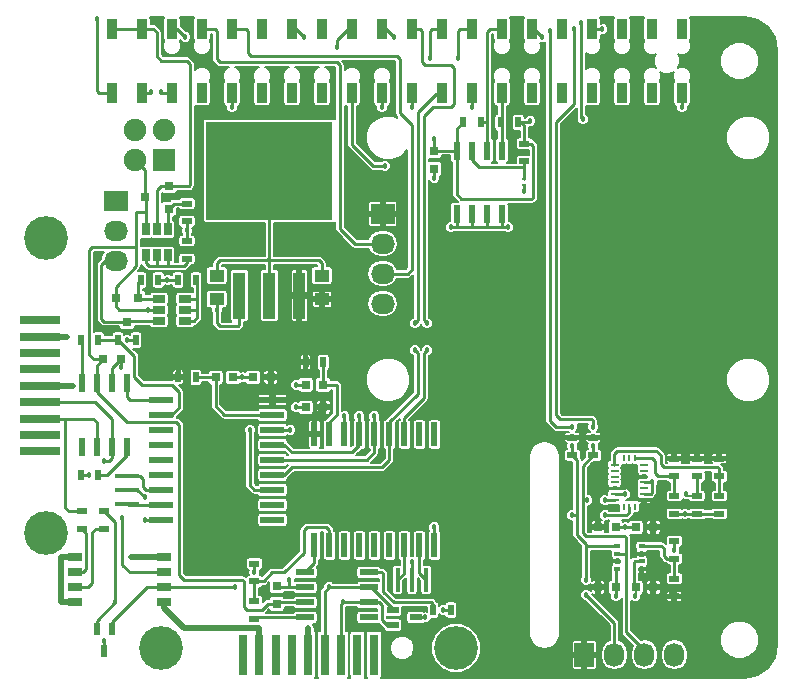
<source format=gbr>
G04 #@! TF.FileFunction,Copper,L1,Top,Signal*
%FSLAX46Y46*%
G04 Gerber Fmt 4.6, Leading zero omitted, Abs format (unit mm)*
G04 Created by KiCad (PCBNEW (2016-03-06 BZR 6610)-product) date 2016 August 04, Thursday 19:48:28*
%MOMM*%
G01*
G04 APERTURE LIST*
%ADD10C,0.100000*%
%ADD11R,1.900000X1.900000*%
%ADD12C,1.900000*%
%ADD13R,0.800000X0.750000*%
%ADD14R,0.750000X0.800000*%
%ADD15R,0.600000X2.000000*%
%ADD16R,1.550000X0.600000*%
%ADD17R,2.000000X0.600000*%
%ADD18R,0.600000X1.550000*%
%ADD19R,0.675000X0.250000*%
%ADD20R,0.250000X0.550000*%
%ADD21R,2.032000X1.727200*%
%ADD22O,2.032000X1.727200*%
%ADD23R,0.650000X1.060000*%
%ADD24R,0.800100X0.800100*%
%ADD25R,0.900000X0.500000*%
%ADD26R,0.500000X0.900000*%
%ADD27R,1.270000X0.760000*%
%ADD28R,0.400000X2.000000*%
%ADD29R,2.000000X0.400000*%
%ADD30R,0.889000X1.680000*%
%ADD31R,3.500000X0.800000*%
%ADD32C,3.700000*%
%ADD33R,0.800000X3.500000*%
%ADD34R,1.727200X2.032000*%
%ADD35O,1.727200X2.032000*%
%ADD36R,0.500000X0.350000*%
%ADD37R,0.430000X0.280000*%
%ADD38R,1.250000X1.000000*%
%ADD39R,1.041400X3.987800*%
%ADD40R,10.744200X8.305800*%
%ADD41R,1.060000X0.650000*%
%ADD42R,0.599440X1.000760*%
%ADD43R,1.000760X0.599440*%
%ADD44C,0.457200*%
%ADD45C,0.254000*%
%ADD46C,0.152400*%
%ADD47C,0.508000*%
G04 APERTURE END LIST*
D10*
D11*
X130315000Y-84125000D03*
D12*
X130315000Y-81625000D03*
X127815000Y-84125000D03*
X127815000Y-81625000D03*
D13*
X170205000Y-120320000D03*
X171705000Y-120320000D03*
X168530000Y-120320000D03*
X167030000Y-120320000D03*
D14*
X139840000Y-120205000D03*
X139840000Y-121705000D03*
D13*
X142265000Y-103175000D03*
X143765000Y-103175000D03*
X142265000Y-105080000D03*
X143765000Y-105080000D03*
X170205000Y-115240000D03*
X171705000Y-115240000D03*
X168530000Y-115240000D03*
X167030000Y-115240000D03*
X126620000Y-101016000D03*
X125120000Y-101016000D03*
X136145000Y-102540000D03*
X134645000Y-102540000D03*
X137820000Y-102540000D03*
X139320000Y-102540000D03*
D15*
X143015000Y-116765000D03*
X144285000Y-116765000D03*
X145555000Y-116765000D03*
X146825000Y-116765000D03*
X148095000Y-116765000D03*
X149365000Y-116765000D03*
X150635000Y-116765000D03*
X151905000Y-116765000D03*
X153175000Y-116765000D03*
X153175000Y-107365000D03*
X151905000Y-107365000D03*
X150635000Y-107365000D03*
X149365000Y-107365000D03*
X148095000Y-107365000D03*
X146825000Y-107365000D03*
X145555000Y-107365000D03*
X144285000Y-107365000D03*
X143015000Y-107365000D03*
D16*
X142220000Y-119050000D03*
X142220000Y-120320000D03*
X142220000Y-121590000D03*
X142220000Y-122860000D03*
X147620000Y-122860000D03*
X147620000Y-121590000D03*
X147620000Y-120320000D03*
X147620000Y-119050000D03*
D17*
X130060000Y-104445000D03*
X130060000Y-105715000D03*
X130060000Y-106985000D03*
X130060000Y-108255000D03*
X130060000Y-109525000D03*
X130060000Y-110795000D03*
X130060000Y-112065000D03*
X130060000Y-113335000D03*
X130060000Y-114605000D03*
X139460000Y-114605000D03*
X139460000Y-113335000D03*
X139460000Y-112065000D03*
X139460000Y-110795000D03*
X139460000Y-109525000D03*
X139460000Y-108255000D03*
X139460000Y-106985000D03*
X139460000Y-105715000D03*
X139460000Y-104445000D03*
D18*
X127140000Y-103015000D03*
X125870000Y-103015000D03*
X124600000Y-103015000D03*
X123330000Y-103015000D03*
X123330000Y-108415000D03*
X124600000Y-108415000D03*
X125870000Y-108415000D03*
X127140000Y-108415000D03*
D19*
X170947500Y-109930000D03*
X170947500Y-110430000D03*
X170947500Y-110930000D03*
X170947500Y-111430000D03*
X170947500Y-111930000D03*
X170947500Y-112430000D03*
X170947500Y-112930000D03*
X168422500Y-112930000D03*
X168422500Y-112430000D03*
X168422500Y-111930000D03*
X168422500Y-111430000D03*
X168422500Y-110930000D03*
X168422500Y-110430000D03*
X168422500Y-109930000D03*
D20*
X170185000Y-113480000D03*
X169685000Y-113480000D03*
X169185000Y-113480000D03*
X170185000Y-109380000D03*
X169685000Y-109380000D03*
X169185000Y-109380000D03*
D21*
X148800000Y-88690000D03*
D22*
X148800000Y-91230000D03*
X148800000Y-93770000D03*
X148800000Y-96310000D03*
D21*
X126200000Y-87610000D03*
D22*
X126200000Y-90150000D03*
X126200000Y-92690000D03*
D23*
X128730000Y-92210000D03*
X129680000Y-92210000D03*
X130630000Y-92210000D03*
X130630000Y-90010000D03*
X128730000Y-90010000D03*
X129680000Y-90010000D03*
D24*
X130680760Y-88250000D03*
X130680760Y-86350000D03*
X128681780Y-87300000D03*
D25*
X173495000Y-121070000D03*
X173495000Y-119570000D03*
X137935000Y-122975000D03*
X137935000Y-121475000D03*
X173495000Y-117895000D03*
X173495000Y-116395000D03*
X137935000Y-118300000D03*
X137935000Y-119800000D03*
X132220000Y-92495000D03*
X132220000Y-90995000D03*
X132220000Y-87820000D03*
X132220000Y-89320000D03*
D26*
X153060000Y-122225000D03*
X154560000Y-122225000D03*
X142265000Y-101270000D03*
X143765000Y-101270000D03*
D25*
X125235000Y-113855000D03*
X125235000Y-115355000D03*
X173495000Y-109410000D03*
X173495000Y-110910000D03*
X175400000Y-109410000D03*
X175400000Y-110910000D03*
X177305000Y-109410000D03*
X177305000Y-110910000D03*
X173495000Y-112585000D03*
X173495000Y-114085000D03*
X175400000Y-112585000D03*
X175400000Y-114085000D03*
X177305000Y-112585000D03*
X177305000Y-114085000D03*
D26*
X123215000Y-99365000D03*
X124715000Y-99365000D03*
X127890000Y-99365000D03*
X126390000Y-99365000D03*
X124715000Y-110795000D03*
X123215000Y-110795000D03*
X131470000Y-102540000D03*
X132970000Y-102540000D03*
D25*
X123330000Y-113855000D03*
X123330000Y-115355000D03*
X164859000Y-109132000D03*
X164859000Y-107632000D03*
X166637000Y-109132000D03*
X166637000Y-107632000D03*
D27*
X130300000Y-121590000D03*
X130300000Y-120320000D03*
X130300000Y-119050000D03*
X130300000Y-117780000D03*
X122710000Y-117780000D03*
X122710000Y-119050000D03*
X122710000Y-120320000D03*
X122710000Y-121590000D03*
D28*
X152470000Y-119685000D03*
X151270000Y-119685000D03*
X150070000Y-119685000D03*
D29*
X127140000Y-113265000D03*
X127140000Y-112065000D03*
X127140000Y-110865000D03*
D30*
X125870000Y-73030000D03*
X128410000Y-73030000D03*
X130950000Y-73030000D03*
X133490000Y-73030000D03*
X136030000Y-73030000D03*
X138570000Y-73030000D03*
X141110000Y-73030000D03*
X143650000Y-73030000D03*
X146190000Y-73030000D03*
X148730000Y-73030000D03*
X151270000Y-73030000D03*
X153810000Y-73030000D03*
X156350000Y-73030000D03*
X158890000Y-73030000D03*
X161430000Y-73030000D03*
X163970000Y-73030000D03*
X166510000Y-73030000D03*
X169050000Y-73030000D03*
X171590000Y-73030000D03*
X174130000Y-73030000D03*
X125870000Y-78470000D03*
X128410000Y-78470000D03*
X130950000Y-78470000D03*
X133490000Y-78470000D03*
X136030000Y-78470000D03*
X138570000Y-78470000D03*
X141110000Y-78470000D03*
X143650000Y-78470000D03*
X146190000Y-78470000D03*
X148730000Y-78470000D03*
X151270000Y-78470000D03*
X153810000Y-78470000D03*
X156350000Y-78470000D03*
X158890000Y-78470000D03*
X161430000Y-78470000D03*
X163970000Y-78470000D03*
X166510000Y-78470000D03*
X169050000Y-78470000D03*
X171590000Y-78470000D03*
X174130000Y-78470000D03*
D31*
X119750000Y-103250000D03*
D32*
X120300000Y-115745000D03*
D31*
X119750000Y-101865000D03*
X119750000Y-100480000D03*
X119750000Y-99095000D03*
X119750000Y-97710000D03*
X119750000Y-104635000D03*
X119750000Y-106020000D03*
X119750000Y-107405000D03*
X119750000Y-108790000D03*
D32*
X120300000Y-90755000D03*
D33*
X142500000Y-126000000D03*
D32*
X154995000Y-125450000D03*
D33*
X141115000Y-126000000D03*
X139730000Y-126000000D03*
X138345000Y-126000000D03*
X136960000Y-126000000D03*
X143885000Y-126000000D03*
X145270000Y-126000000D03*
X146655000Y-126000000D03*
X148040000Y-126000000D03*
D32*
X130005000Y-125450000D03*
D14*
X153175000Y-84875000D03*
X153175000Y-83375000D03*
D25*
X160795000Y-82740000D03*
X160795000Y-84240000D03*
D26*
X155600000Y-80950000D03*
X157100000Y-80950000D03*
X160275000Y-80950000D03*
X158775000Y-80950000D03*
D18*
X155080000Y-88730000D03*
X156350000Y-88730000D03*
X157620000Y-88730000D03*
X158890000Y-88730000D03*
X158890000Y-83330000D03*
X157620000Y-83330000D03*
X156350000Y-83330000D03*
X155080000Y-83330000D03*
D34*
X165875000Y-126035000D03*
D35*
X168415000Y-126035000D03*
X170955000Y-126035000D03*
X173495000Y-126035000D03*
D36*
X168660000Y-118755000D03*
X168660000Y-118105000D03*
X168660000Y-117455000D03*
X168660000Y-116805000D03*
X170710000Y-116805000D03*
X170710000Y-117455000D03*
X170710000Y-118105000D03*
X170710000Y-118755000D03*
D37*
X160795000Y-85775000D03*
X160795000Y-86285000D03*
D38*
X134760000Y-93920000D03*
X134760000Y-95920000D03*
X143650000Y-95920000D03*
X143650000Y-93920000D03*
D39*
X141745000Y-95605800D03*
X139205000Y-95605800D03*
X136665000Y-95605800D03*
D40*
X139205000Y-85052100D03*
D41*
X132050000Y-97775000D03*
X132050000Y-96825000D03*
X132050000Y-95875000D03*
X129850000Y-95875000D03*
X129850000Y-97775000D03*
X129850000Y-96825000D03*
D24*
X128090000Y-95824240D03*
X126190000Y-95824240D03*
X127140000Y-97823220D03*
D26*
X132970000Y-94285000D03*
X131470000Y-94285000D03*
X128295000Y-94285000D03*
X129795000Y-94285000D03*
D42*
X124584760Y-123815040D03*
X125885240Y-123815040D03*
X125235000Y-125714960D03*
D43*
X149685040Y-123510240D03*
X149685040Y-122209760D03*
X151584960Y-122860000D03*
D44*
X125235000Y-124892000D03*
X142507000Y-123749000D03*
X153937000Y-122225000D03*
X152413000Y-122860000D03*
X169304000Y-115240000D03*
X171590000Y-111430000D03*
X174384000Y-114097000D03*
X173495000Y-117145000D03*
X128664000Y-112700000D03*
X151270000Y-118161000D03*
X153175000Y-115240000D03*
X167399000Y-73076000D03*
X162319000Y-73711000D03*
X149746000Y-73711000D03*
X142126000Y-73711000D03*
X132093000Y-73711000D03*
X174130000Y-79680000D03*
X159398000Y-89840000D03*
X154572000Y-89840000D03*
X153175000Y-85649000D03*
X160795000Y-86792000D03*
X141491000Y-103175000D03*
X141491000Y-105080000D03*
X139205000Y-92634000D03*
X130569000Y-94285000D03*
X132220000Y-90094000D03*
X126632000Y-101651000D03*
X127140000Y-99365000D03*
X156350000Y-79680000D03*
X136030000Y-79680000D03*
X136919000Y-102540000D03*
X122568000Y-103302000D03*
X128664000Y-114605000D03*
X123965000Y-110795000D03*
X137935000Y-119050000D03*
X140856000Y-119685000D03*
X168542000Y-121082000D03*
X170193000Y-121082000D03*
X148095000Y-105842000D03*
X148730000Y-79680000D03*
X151270000Y-79680000D03*
X146825000Y-105842000D03*
X151524000Y-97968000D03*
X151524000Y-100254000D03*
X124600000Y-72187000D03*
X165748000Y-80696000D03*
X161303000Y-80823000D03*
X165621000Y-72568000D03*
X153175000Y-82347000D03*
X148984000Y-84633000D03*
X144285000Y-120320000D03*
X136284000Y-120320000D03*
X126124000Y-121590000D03*
X145428000Y-121590000D03*
X144920000Y-74600000D03*
X137554000Y-106985000D03*
X155207000Y-75489000D03*
X140983000Y-106985000D03*
X125235000Y-109652000D03*
X126759000Y-114478000D03*
X164859000Y-108382000D03*
X164859000Y-106731000D03*
X166002000Y-120955000D03*
X166002000Y-119685000D03*
X167653000Y-114224000D03*
X164859000Y-114224000D03*
X130061000Y-78410000D03*
X162954000Y-73203000D03*
X166637000Y-108382000D03*
X166637000Y-106731000D03*
X167653000Y-112954000D03*
X166129000Y-112954000D03*
X164986000Y-73076000D03*
X129172000Y-78410000D03*
X174511000Y-112446000D03*
X169304000Y-112446000D03*
X152540000Y-97968000D03*
X152540000Y-100254000D03*
X152794000Y-75489000D03*
X145555000Y-105842000D03*
X127521000Y-117780000D03*
X122060000Y-99111000D03*
X134760000Y-96825000D03*
X128918000Y-96825000D03*
X121552000Y-118288000D03*
D45*
X125235000Y-125714960D02*
X125235000Y-124892000D01*
D46*
X142500000Y-123756000D02*
X142507000Y-123749000D01*
D47*
X142500000Y-126000000D02*
X142500000Y-123756000D01*
D45*
X151584960Y-122860000D02*
X152413000Y-122860000D01*
X153937000Y-122225000D02*
X154560000Y-122225000D01*
X170205000Y-115240000D02*
X169304000Y-115240000D01*
X169304000Y-115240000D02*
X168530000Y-115240000D01*
X170947500Y-112430000D02*
X171479000Y-112430000D01*
X171590000Y-112319000D02*
X171590000Y-111430000D01*
X171479000Y-112430000D02*
X171590000Y-112319000D01*
X170947500Y-111430000D02*
X171590000Y-111430000D01*
X173495000Y-114085000D02*
X174372000Y-114085000D01*
X174372000Y-114085000D02*
X174384000Y-114097000D01*
X173495000Y-117145000D02*
X173495000Y-116395000D01*
X127140000Y-112065000D02*
X128029000Y-112065000D01*
X128029000Y-112065000D02*
X128664000Y-112700000D01*
X151270000Y-119685000D02*
X151270000Y-118161000D01*
X153175000Y-116765000D02*
X153175000Y-115240000D01*
X167353000Y-73030000D02*
X166510000Y-73030000D01*
X167399000Y-73076000D02*
X167353000Y-73030000D01*
X162319000Y-73711000D02*
X161638000Y-73030000D01*
X161638000Y-73030000D02*
X161430000Y-73030000D01*
X149746000Y-73711000D02*
X149065000Y-73030000D01*
X149065000Y-73030000D02*
X148730000Y-73030000D01*
X142126000Y-73711000D02*
X141445000Y-73030000D01*
X141445000Y-73030000D02*
X141110000Y-73030000D01*
X130950000Y-73030000D02*
X131412000Y-73030000D01*
X131412000Y-73030000D02*
X132093000Y-73711000D01*
X170710000Y-118105000D02*
X170122000Y-118105000D01*
X170066000Y-118161000D02*
X170066000Y-120181000D01*
X170122000Y-118105000D02*
X170066000Y-118161000D01*
X170066000Y-120181000D02*
X170205000Y-120320000D01*
X174130000Y-79680000D02*
X174130000Y-78470000D01*
X158890000Y-89840000D02*
X159398000Y-89840000D01*
X155080000Y-89840000D02*
X154572000Y-89840000D01*
X153175000Y-84875000D02*
X153175000Y-85649000D01*
X160795000Y-86792000D02*
X160795000Y-86285000D01*
X142265000Y-103175000D02*
X141491000Y-103175000D01*
X142265000Y-105080000D02*
X141491000Y-105080000D01*
X131470000Y-94285000D02*
X130569000Y-94285000D01*
X132220000Y-89320000D02*
X132220000Y-90094000D01*
X139205000Y-92634000D02*
X139205000Y-85052100D01*
X143650000Y-93920000D02*
X143650000Y-92888000D01*
X143650000Y-92888000D02*
X143396000Y-92634000D01*
X143396000Y-92634000D02*
X139205000Y-92634000D01*
X134760000Y-93920000D02*
X134760000Y-92888000D01*
X134760000Y-92888000D02*
X135014000Y-92634000D01*
X135014000Y-92634000D02*
X139205000Y-92634000D01*
X139205000Y-92634000D02*
X139205000Y-95605800D01*
X129795000Y-94285000D02*
X131470000Y-94285000D01*
X132220000Y-89320000D02*
X132220000Y-90995000D01*
X126620000Y-101016000D02*
X126620000Y-101639000D01*
X126620000Y-101639000D02*
X126632000Y-101651000D01*
X127140000Y-99365000D02*
X127890000Y-99365000D01*
X125870000Y-103015000D02*
X125870000Y-101766000D01*
X125870000Y-101766000D02*
X126620000Y-101016000D01*
X156350000Y-78470000D02*
X156350000Y-79680000D01*
X136030000Y-78470000D02*
X136030000Y-79680000D01*
D47*
X122516000Y-103250000D02*
X122568000Y-103302000D01*
X122516000Y-103250000D02*
X119750000Y-103250000D01*
D45*
X130060000Y-114605000D02*
X128664000Y-114605000D01*
X123215000Y-110795000D02*
X123965000Y-110795000D01*
X137935000Y-118300000D02*
X137935000Y-119050000D01*
X140856000Y-119685000D02*
X140856000Y-120320000D01*
X136145000Y-102540000D02*
X136919000Y-102540000D01*
X136919000Y-102540000D02*
X137820000Y-102540000D01*
X142220000Y-120320000D02*
X140856000Y-120320000D01*
X140856000Y-120320000D02*
X139955000Y-120320000D01*
D46*
X139955000Y-120320000D02*
X139840000Y-120205000D01*
D45*
X157620000Y-89840000D02*
X158890000Y-89840000D01*
X158890000Y-89840000D02*
X158890000Y-88730000D01*
X156350000Y-89840000D02*
X157620000Y-89840000D01*
X157620000Y-89840000D02*
X157620000Y-88730000D01*
X155080000Y-88730000D02*
X155080000Y-89840000D01*
X156350000Y-89840000D02*
X156350000Y-88730000D01*
X155080000Y-89840000D02*
X156350000Y-89840000D01*
D46*
X168530000Y-121070000D02*
X168542000Y-121082000D01*
D45*
X168530000Y-120320000D02*
X168530000Y-121070000D01*
D46*
X170205000Y-121070000D02*
X170193000Y-121082000D01*
X170205000Y-121070000D02*
X170205000Y-120320000D01*
X168660000Y-118755000D02*
X168583000Y-118755000D01*
X168583000Y-118755000D02*
X168530000Y-118808000D01*
D45*
X168530000Y-118808000D02*
X168530000Y-120320000D01*
X177305000Y-114085000D02*
X175400000Y-114085000D01*
X173495000Y-114085000D02*
X175400000Y-114085000D01*
X148095000Y-107365000D02*
X148095000Y-105842000D01*
X148730000Y-79680000D02*
X148730000Y-78470000D01*
X139460000Y-109525000D02*
X147460000Y-109525000D01*
X148095000Y-108890000D02*
X148095000Y-107365000D01*
X147460000Y-109525000D02*
X148095000Y-108890000D01*
X151270000Y-79680000D02*
X151270000Y-78470000D01*
X146825000Y-107365000D02*
X146825000Y-105842000D01*
X139460000Y-108255000D02*
X140475000Y-108255000D01*
X146190000Y-108890000D02*
X146825000Y-108255000D01*
X141110000Y-108890000D02*
X146190000Y-108890000D01*
X140475000Y-108255000D02*
X141110000Y-108890000D01*
D46*
X146825000Y-108255000D02*
X146825000Y-107365000D01*
D45*
X151778000Y-80061000D02*
X153302000Y-78537000D01*
X153302000Y-78537000D02*
X153743000Y-78537000D01*
X153743000Y-78537000D02*
X153810000Y-78470000D01*
X151778000Y-97714000D02*
X151524000Y-97968000D01*
X151778000Y-83363000D02*
X151778000Y-80061000D01*
X151778000Y-83363000D02*
X151778000Y-97714000D01*
X151524000Y-100254000D02*
X151778000Y-100508000D01*
X151778000Y-100508000D02*
X151778000Y-103937000D01*
X151778000Y-103937000D02*
X149365000Y-106350000D01*
X149365000Y-107365000D02*
X149365000Y-106350000D01*
X139460000Y-110795000D02*
X140475000Y-110795000D01*
X149365000Y-109525000D02*
X149365000Y-107365000D01*
X148730000Y-110160000D02*
X149365000Y-109525000D01*
X141110000Y-110160000D02*
X148730000Y-110160000D01*
X140475000Y-110795000D02*
X141110000Y-110160000D01*
X150635000Y-116765000D02*
X150635000Y-119120000D01*
X150635000Y-119120000D02*
X150070000Y-119685000D01*
X151905000Y-116765000D02*
X151905000Y-119120000D01*
X151905000Y-119120000D02*
X152470000Y-119685000D01*
X147620000Y-119050000D02*
X148730000Y-119050000D01*
X153060000Y-121729000D02*
X153060000Y-122225000D01*
X152921000Y-121590000D02*
X153060000Y-121729000D01*
X149746000Y-121590000D02*
X152921000Y-121590000D01*
X148857000Y-120701000D02*
X149746000Y-121590000D01*
X148857000Y-119177000D02*
X148857000Y-120701000D01*
X148730000Y-119050000D02*
X148857000Y-119177000D01*
D46*
X148095000Y-119050000D02*
X147620000Y-119050000D01*
D45*
X125870000Y-78470000D02*
X124787000Y-78470000D01*
X124600000Y-78283000D02*
X124600000Y-72187000D01*
X124787000Y-78470000D02*
X124600000Y-78283000D01*
X165621000Y-75362000D02*
X165621000Y-80569000D01*
X165621000Y-80569000D02*
X165748000Y-80696000D01*
X161303000Y-80823000D02*
X161176000Y-80950000D01*
X161176000Y-80950000D02*
X160275000Y-80950000D01*
X165621000Y-72568000D02*
X165621000Y-75362000D01*
X160795000Y-82740000D02*
X161315000Y-82740000D01*
X155080000Y-87046000D02*
X155461000Y-87427000D01*
X155461000Y-87427000D02*
X161430000Y-87427000D01*
X155080000Y-87046000D02*
X155080000Y-83330000D01*
X161557000Y-87300000D02*
X161430000Y-87427000D01*
X161557000Y-82982000D02*
X161557000Y-87300000D01*
X161315000Y-82740000D02*
X161557000Y-82982000D01*
X160275000Y-80950000D02*
X160541000Y-80950000D01*
X160795000Y-81204000D02*
X160795000Y-82740000D01*
X160541000Y-80950000D02*
X160795000Y-81204000D01*
X146190000Y-78470000D02*
X146190000Y-82855000D01*
X153175000Y-82347000D02*
X153175000Y-83375000D01*
X147968000Y-84633000D02*
X148984000Y-84633000D01*
X146190000Y-82855000D02*
X147968000Y-84633000D01*
X155080000Y-83330000D02*
X155080000Y-81470000D01*
X155080000Y-81470000D02*
X155600000Y-80950000D01*
X155080000Y-83330000D02*
X153220000Y-83330000D01*
D46*
X153220000Y-83330000D02*
X153175000Y-83375000D01*
D45*
X125870000Y-73030000D02*
X128410000Y-73030000D01*
X130680760Y-86350000D02*
X132408000Y-86350000D01*
X129380000Y-73030000D02*
X128410000Y-73030000D01*
X129680000Y-73330000D02*
X129380000Y-73030000D01*
X129680000Y-75362000D02*
X129680000Y-73330000D01*
X130061000Y-75743000D02*
X129680000Y-75362000D01*
X132220000Y-75743000D02*
X130061000Y-75743000D01*
X132474000Y-75997000D02*
X132220000Y-75743000D01*
X132474000Y-86284000D02*
X132474000Y-75997000D01*
X132408000Y-86350000D02*
X132474000Y-86284000D01*
X129680000Y-90010000D02*
X129680000Y-86665000D01*
X129995000Y-86350000D02*
X130680760Y-86350000D01*
X129680000Y-86665000D02*
X129995000Y-86350000D01*
X137935000Y-119800000D02*
X138709000Y-119800000D01*
X138709000Y-119800000D02*
X139459000Y-119050000D01*
X144285000Y-116765000D02*
X144285000Y-115494000D01*
X140475000Y-119050000D02*
X139459000Y-119050000D01*
X142126000Y-115494000D02*
X142126000Y-117399000D01*
X142126000Y-117399000D02*
X140475000Y-119050000D01*
X142380000Y-115240000D02*
X142126000Y-115494000D01*
X144285000Y-115494000D02*
X144031000Y-115240000D01*
X144031000Y-115240000D02*
X142380000Y-115240000D01*
D46*
X137935000Y-119800000D02*
X137935000Y-119685000D01*
X144285000Y-115875000D02*
X144285000Y-116765000D01*
D45*
X137935000Y-121475000D02*
X137935000Y-119800000D01*
X125885240Y-123815040D02*
X125885240Y-123256240D01*
X128821480Y-120320000D02*
X130300000Y-120320000D01*
X125885240Y-123256240D02*
X128821480Y-120320000D01*
X125885240Y-123815040D02*
X125885240Y-123733760D01*
X149685040Y-122209760D02*
X149685040Y-122164040D01*
X149685040Y-122164040D02*
X147841000Y-120320000D01*
X147841000Y-120320000D02*
X147620000Y-120320000D01*
X130300000Y-120320000D02*
X136284000Y-120320000D01*
X147620000Y-120320000D02*
X144285000Y-120320000D01*
X143885000Y-120720000D02*
X143885000Y-126000000D01*
X144285000Y-120320000D02*
X143885000Y-120720000D01*
X124584760Y-123815040D02*
X124584760Y-123129240D01*
X124584760Y-123129240D02*
X126124000Y-121590000D01*
X126124000Y-118796000D02*
X126124000Y-121590000D01*
X149685040Y-123510240D02*
X149126240Y-123510240D01*
X148476000Y-121590000D02*
X147620000Y-121590000D01*
X148730000Y-121844000D02*
X148476000Y-121590000D01*
X148730000Y-123114000D02*
X148730000Y-121844000D01*
X149126240Y-123510240D02*
X148730000Y-123114000D01*
X125235000Y-113855000D02*
X126124000Y-114744000D01*
X126124000Y-118796000D02*
X126124000Y-114744000D01*
X147620000Y-121590000D02*
X145428000Y-121590000D01*
X145270000Y-121748000D02*
X145270000Y-126000000D01*
X145428000Y-121590000D02*
X145270000Y-121748000D01*
X126390000Y-99365000D02*
X126390000Y-99377000D01*
X126390000Y-99377000D02*
X127775000Y-100762000D01*
X127775000Y-100762000D02*
X127775000Y-102540000D01*
X127775000Y-102540000D02*
X128410000Y-103175000D01*
X128410000Y-103175000D02*
X130950000Y-103175000D01*
X130950000Y-103175000D02*
X131585000Y-103810000D01*
X131585000Y-103810000D02*
X131585000Y-105080000D01*
X131585000Y-105080000D02*
X130950000Y-105715000D01*
X124715000Y-99365000D02*
X126390000Y-99365000D01*
D46*
X130950000Y-105715000D02*
X130060000Y-105715000D01*
D45*
X130060000Y-112065000D02*
X128791000Y-112065000D01*
X128226000Y-110865000D02*
X127140000Y-110865000D01*
X128537000Y-111176000D02*
X128226000Y-110865000D01*
X128537000Y-111811000D02*
X128537000Y-111176000D01*
X128791000Y-112065000D02*
X128537000Y-111811000D01*
D46*
X130060000Y-112065000D02*
X129680000Y-112065000D01*
D45*
X130060000Y-113335000D02*
X127210000Y-113335000D01*
D46*
X127210000Y-113335000D02*
X127140000Y-113265000D01*
D45*
X146190000Y-73030000D02*
X145855000Y-73030000D01*
X145855000Y-73030000D02*
X144920000Y-73965000D01*
X144920000Y-73965000D02*
X144920000Y-74600000D01*
X139460000Y-112065000D02*
X137935000Y-112065000D01*
X137554000Y-111684000D02*
X137554000Y-106985000D01*
X137935000Y-112065000D02*
X137554000Y-111684000D01*
X155207000Y-75489000D02*
X155207000Y-73203000D01*
X155380000Y-73030000D02*
X156350000Y-73030000D01*
X155207000Y-73203000D02*
X155380000Y-73030000D01*
X139460000Y-106985000D02*
X140983000Y-106985000D01*
X121933000Y-106020000D02*
X121933000Y-113589000D01*
X122199000Y-113855000D02*
X123330000Y-113855000D01*
X121933000Y-113589000D02*
X122199000Y-113855000D01*
X119750000Y-106020000D02*
X121933000Y-106020000D01*
X121933000Y-106020000D02*
X124270000Y-106020000D01*
X124270000Y-106020000D02*
X124600000Y-106350000D01*
X124600000Y-106350000D02*
X124600000Y-108415000D01*
X125616000Y-109652000D02*
X125235000Y-109652000D01*
X126759000Y-114478000D02*
X126759000Y-115621000D01*
X125870000Y-108415000D02*
X125870000Y-109398000D01*
X125870000Y-109398000D02*
X125616000Y-109652000D01*
X127394000Y-119050000D02*
X130300000Y-119050000D01*
X126759000Y-115621000D02*
X126759000Y-118415000D01*
X126759000Y-118415000D02*
X127394000Y-119050000D01*
X125870000Y-108415000D02*
X125870000Y-106096000D01*
X125870000Y-106096000D02*
X124409000Y-104635000D01*
X125616000Y-109652000D02*
X125870000Y-109398000D01*
X119750000Y-104635000D02*
X124409000Y-104635000D01*
X124715000Y-110795000D02*
X125489000Y-110795000D01*
X125489000Y-110795000D02*
X127140000Y-109144000D01*
X127140000Y-109144000D02*
X127140000Y-108415000D01*
D46*
X127140000Y-108890000D02*
X127140000Y-108415000D01*
D45*
X164859000Y-106731000D02*
X163462000Y-106731000D01*
X163462000Y-106731000D02*
X162954000Y-106223000D01*
X168660000Y-116805000D02*
X166002000Y-116805000D01*
X166002000Y-116805000D02*
X166002000Y-116637000D01*
X164859000Y-109132000D02*
X164859000Y-108382000D01*
X163462000Y-106731000D02*
X162954000Y-106223000D01*
X165240000Y-114224000D02*
X165240000Y-115875000D01*
X168415000Y-123368000D02*
X168415000Y-126035000D01*
X166002000Y-120955000D02*
X168415000Y-123368000D01*
X166002000Y-116637000D02*
X166002000Y-119685000D01*
X165240000Y-115875000D02*
X166002000Y-116637000D01*
X162954000Y-86157000D02*
X162954000Y-106223000D01*
X165240000Y-114224000D02*
X164859000Y-114224000D01*
X169685000Y-113970000D02*
X169685000Y-113480000D01*
X169558000Y-114097000D02*
X169685000Y-113970000D01*
X169431000Y-114224000D02*
X169558000Y-114097000D01*
X167653000Y-114224000D02*
X169431000Y-114224000D01*
X165240000Y-114224000D02*
X165240000Y-109513000D01*
X165240000Y-109513000D02*
X164859000Y-109132000D01*
X162954000Y-86284000D02*
X162954000Y-86157000D01*
X162954000Y-86157000D02*
X162954000Y-75362000D01*
X130121000Y-78470000D02*
X130061000Y-78410000D01*
X130121000Y-78470000D02*
X130950000Y-78470000D01*
X162954000Y-73203000D02*
X162954000Y-75362000D01*
X164986000Y-78918000D02*
X164986000Y-79426000D01*
X166637000Y-106223000D02*
X166637000Y-106731000D01*
X166510000Y-106096000D02*
X166637000Y-106223000D01*
X163843000Y-106096000D02*
X166510000Y-106096000D01*
X163462000Y-105715000D02*
X163843000Y-106096000D01*
X163462000Y-80950000D02*
X163462000Y-105715000D01*
X164986000Y-79426000D02*
X163462000Y-80950000D01*
X166637000Y-108382000D02*
X166637000Y-109132000D01*
X168660000Y-117455000D02*
X169431000Y-117455000D01*
X169431000Y-117455000D02*
X169431000Y-117399000D01*
X165748000Y-115621000D02*
X165748000Y-115748000D01*
X165748000Y-115748000D02*
X166002000Y-116002000D01*
X166002000Y-116002000D02*
X169304000Y-116002000D01*
X169304000Y-116002000D02*
X169431000Y-116129000D01*
X169431000Y-116129000D02*
X169431000Y-117399000D01*
X169431000Y-117399000D02*
X169431000Y-117653000D01*
X165748000Y-112954000D02*
X166129000Y-112954000D01*
X167677000Y-112930000D02*
X168422500Y-112930000D01*
X167653000Y-112954000D02*
X167677000Y-112930000D01*
X168604000Y-117399000D02*
X168660000Y-117455000D01*
X166637000Y-109132000D02*
X166637000Y-109144000D01*
X166637000Y-109144000D02*
X165748000Y-110033000D01*
X165748000Y-110033000D02*
X165748000Y-112954000D01*
X165748000Y-112954000D02*
X165748000Y-115621000D01*
X166637000Y-109132000D02*
X166498000Y-109132000D01*
X164986000Y-78918000D02*
X164986000Y-75362000D01*
X164986000Y-73076000D02*
X164986000Y-75362000D01*
X128410000Y-78470000D02*
X129112000Y-78470000D01*
X129112000Y-78470000D02*
X129172000Y-78410000D01*
D46*
X170955000Y-126035000D02*
X170955000Y-125654000D01*
D45*
X170955000Y-125654000D02*
X169431000Y-124130000D01*
X169431000Y-122987000D02*
X169431000Y-117653000D01*
X169431000Y-124130000D02*
X169431000Y-122987000D01*
X168422500Y-112430000D02*
X169288000Y-112430000D01*
D46*
X174650000Y-112585000D02*
X175400000Y-112585000D01*
X174511000Y-112446000D02*
X174650000Y-112585000D01*
X169288000Y-112430000D02*
X169304000Y-112446000D01*
D45*
X175400000Y-110910000D02*
X175400000Y-112585000D01*
X173495000Y-117895000D02*
X172848000Y-117895000D01*
X172848000Y-117895000D02*
X172606000Y-117653000D01*
X170710000Y-116805000D02*
X172393000Y-116805000D01*
X172393000Y-116805000D02*
X172606000Y-117018000D01*
X172606000Y-117018000D02*
X172606000Y-117653000D01*
X173495000Y-119570000D02*
X173495000Y-117895000D01*
X144158000Y-75870000D02*
X144920000Y-75870000D01*
X144920000Y-75870000D02*
X145174000Y-76124000D01*
X133490000Y-73030000D02*
X134587000Y-73030000D01*
X134760000Y-75616000D02*
X135014000Y-75870000D01*
X134760000Y-73203000D02*
X134760000Y-75616000D01*
X134587000Y-73030000D02*
X134760000Y-73203000D01*
X145174000Y-76124000D02*
X145174000Y-89967000D01*
X146437000Y-91230000D02*
X148800000Y-91230000D01*
X145174000Y-89967000D02*
X146437000Y-91230000D01*
X144158000Y-75870000D02*
X135014000Y-75870000D01*
X147079000Y-75362000D02*
X150000000Y-75362000D01*
X150000000Y-75362000D02*
X150254000Y-75616000D01*
X137681000Y-75362000D02*
X143650000Y-75362000D01*
X137427000Y-75108000D02*
X137681000Y-75362000D01*
X137427000Y-73203000D02*
X137427000Y-75108000D01*
X137254000Y-73030000D02*
X137427000Y-73203000D01*
X143650000Y-75362000D02*
X147079000Y-75362000D01*
X151270000Y-83236000D02*
X151270000Y-81204000D01*
X151270000Y-81204000D02*
X150254000Y-80188000D01*
X150254000Y-80188000D02*
X150254000Y-75616000D01*
X151270000Y-93396000D02*
X150896000Y-93770000D01*
X148800000Y-93770000D02*
X150896000Y-93770000D01*
X151270000Y-83236000D02*
X151270000Y-93396000D01*
X137254000Y-73030000D02*
X136030000Y-73030000D01*
X148800000Y-93770000D02*
X149753000Y-93770000D01*
X154572000Y-76124000D02*
X154826000Y-76378000D01*
X151270000Y-73030000D02*
X151986000Y-73030000D01*
X152159000Y-75870000D02*
X152413000Y-76124000D01*
X152159000Y-73203000D02*
X152159000Y-75870000D01*
X151986000Y-73030000D02*
X152159000Y-73203000D01*
X152286000Y-80442000D02*
X153048000Y-79680000D01*
X152286000Y-104318000D02*
X150635000Y-105969000D01*
X150635000Y-107365000D02*
X150635000Y-105969000D01*
X154826000Y-79426000D02*
X154826000Y-76378000D01*
X152286000Y-83617000D02*
X152286000Y-80442000D01*
X152286000Y-100508000D02*
X152286000Y-104318000D01*
X152286000Y-83617000D02*
X152286000Y-97714000D01*
X152540000Y-100254000D02*
X152286000Y-100508000D01*
X152286000Y-97714000D02*
X152540000Y-97968000D01*
X153048000Y-79680000D02*
X154572000Y-79680000D01*
X154572000Y-79680000D02*
X154826000Y-79426000D01*
X152413000Y-76124000D02*
X154572000Y-76124000D01*
X152794000Y-75489000D02*
X152794000Y-73203000D01*
X152794000Y-73203000D02*
X152967000Y-73030000D01*
X152967000Y-73030000D02*
X153810000Y-73030000D01*
X153602000Y-73030000D02*
X153810000Y-73030000D01*
X145555000Y-107365000D02*
X145555000Y-105842000D01*
D47*
X138345000Y-126000000D02*
X138345000Y-123778000D01*
X130300000Y-122083000D02*
X130300000Y-121590000D01*
X131966000Y-123749000D02*
X130300000Y-122083000D01*
X138316000Y-123749000D02*
X131966000Y-123749000D01*
X138345000Y-123778000D02*
X138316000Y-123749000D01*
D46*
X138345000Y-124540000D02*
X138345000Y-126000000D01*
D45*
X130630000Y-92210000D02*
X130630000Y-93142000D01*
X130630000Y-93142000D02*
X130569000Y-93142000D01*
X129680000Y-92210000D02*
X129680000Y-93142000D01*
X132220000Y-92495000D02*
X132220000Y-92888000D01*
X128730000Y-92827000D02*
X128730000Y-92210000D01*
X129045000Y-93142000D02*
X128730000Y-92827000D01*
X131966000Y-93142000D02*
X130569000Y-93142000D01*
X130569000Y-93142000D02*
X129680000Y-93142000D01*
X129680000Y-93142000D02*
X129045000Y-93142000D01*
X132220000Y-92888000D02*
X131966000Y-93142000D01*
X132220000Y-87820000D02*
X131110760Y-87820000D01*
X131110760Y-87820000D02*
X130680760Y-88250000D01*
X130630000Y-90010000D02*
X130630000Y-88300760D01*
X130630000Y-88300760D02*
X130680760Y-88250000D01*
X122710000Y-120320000D02*
X123838000Y-120320000D01*
X124485000Y-115355000D02*
X125235000Y-115355000D01*
X124219000Y-115621000D02*
X124485000Y-115355000D01*
X124219000Y-119939000D02*
X124219000Y-115621000D01*
X123838000Y-120320000D02*
X124219000Y-119939000D01*
X171844000Y-110668000D02*
X172086000Y-110910000D01*
D46*
X172098000Y-110922000D02*
X172098000Y-110910000D01*
X172086000Y-110910000D02*
X172098000Y-110922000D01*
D45*
X170185000Y-109380000D02*
X171572000Y-109380000D01*
X172098000Y-110910000D02*
X173495000Y-110910000D01*
X171844000Y-109652000D02*
X171844000Y-110668000D01*
X171572000Y-109380000D02*
X171844000Y-109652000D01*
X173495000Y-112585000D02*
X173495000Y-110910000D01*
X171971000Y-108763000D02*
X172352000Y-109144000D01*
X172352000Y-109906000D02*
X172606000Y-110160000D01*
X172352000Y-109144000D02*
X172352000Y-109906000D01*
X173495000Y-110160000D02*
X172606000Y-110160000D01*
X177305000Y-110910000D02*
X177305000Y-110287000D01*
X177178000Y-110160000D02*
X173495000Y-110160000D01*
X177305000Y-110287000D02*
X177178000Y-110160000D01*
X168415000Y-109017000D02*
X168415000Y-109922500D01*
X168669000Y-108763000D02*
X168415000Y-109017000D01*
X171971000Y-108763000D02*
X168669000Y-108763000D01*
D46*
X168415000Y-109922500D02*
X168422500Y-109930000D01*
D45*
X177305000Y-110910000D02*
X177305000Y-112585000D01*
X122710000Y-119050000D02*
X123457000Y-119050000D01*
X123711000Y-115736000D02*
X123330000Y-115355000D01*
X123711000Y-118796000D02*
X123711000Y-115736000D01*
X123457000Y-119050000D02*
X123711000Y-118796000D01*
D47*
X130300000Y-117780000D02*
X127521000Y-117780000D01*
X122060000Y-99111000D02*
X122044000Y-99095000D01*
X122044000Y-99095000D02*
X119750000Y-99095000D01*
D45*
X143015000Y-116765000D02*
X143015000Y-118255000D01*
X143015000Y-118255000D02*
X142220000Y-119050000D01*
X142220000Y-122860000D02*
X138050000Y-122860000D01*
D46*
X138050000Y-122860000D02*
X137935000Y-122975000D01*
D45*
X130060000Y-104445000D02*
X127394000Y-104445000D01*
X127140000Y-104191000D02*
X127140000Y-103015000D01*
X127394000Y-104445000D02*
X127140000Y-104191000D01*
X123330000Y-103015000D02*
X123330000Y-99480000D01*
X123330000Y-99480000D02*
X123215000Y-99365000D01*
X157100000Y-80950000D02*
X157620000Y-80950000D01*
X157620000Y-83330000D02*
X157620000Y-80950000D01*
X157620000Y-80950000D02*
X157620000Y-73965000D01*
X157920000Y-73030000D02*
X158890000Y-73030000D01*
X157620000Y-73330000D02*
X157920000Y-73030000D01*
X157620000Y-73965000D02*
X157620000Y-73330000D01*
X158890000Y-78470000D02*
X158890000Y-80835000D01*
D46*
X158890000Y-80835000D02*
X158775000Y-80950000D01*
D45*
X158890000Y-83330000D02*
X158890000Y-81065000D01*
D46*
X158890000Y-81065000D02*
X158775000Y-80950000D01*
D45*
X160275000Y-84760000D02*
X160795000Y-84760000D01*
X160795000Y-85775000D02*
X160795000Y-84760000D01*
X160795000Y-84760000D02*
X160795000Y-84240000D01*
D46*
X156350000Y-83330000D02*
X156350000Y-84125000D01*
D45*
X156985000Y-84760000D02*
X160275000Y-84760000D01*
X156350000Y-84125000D02*
X156985000Y-84760000D01*
X128681780Y-87300000D02*
X128681780Y-84991780D01*
X128681780Y-84991780D02*
X127815000Y-84125000D01*
X125120000Y-101016000D02*
X124346000Y-101016000D01*
X124219000Y-91491000D02*
X127902000Y-91491000D01*
X123965000Y-91745000D02*
X124219000Y-91491000D01*
X123965000Y-100635000D02*
X123965000Y-91745000D01*
X124346000Y-101016000D02*
X123965000Y-100635000D01*
X129850000Y-96825000D02*
X128918000Y-96825000D01*
X134760000Y-96825000D02*
X134760000Y-95920000D01*
X134760000Y-95920000D02*
X134760000Y-97968000D01*
X134760000Y-97968000D02*
X135014000Y-98222000D01*
X135014000Y-98222000D02*
X136538000Y-98222000D01*
X136538000Y-98222000D02*
X136665000Y-98095000D01*
X136665000Y-98095000D02*
X136665000Y-95605800D01*
X128730000Y-88570000D02*
X127902000Y-88570000D01*
X126190000Y-95824240D02*
X126190000Y-94854000D01*
X127902000Y-93142000D02*
X127902000Y-91491000D01*
X126190000Y-94854000D02*
X127902000Y-93142000D01*
X127902000Y-91491000D02*
X127902000Y-88570000D01*
X128730000Y-90010000D02*
X128730000Y-88570000D01*
X128730000Y-88570000D02*
X128730000Y-87348220D01*
X128730000Y-87348220D02*
X128681780Y-87300000D01*
X129850000Y-96825000D02*
X126505000Y-96825000D01*
X126190000Y-96510000D02*
X126190000Y-95824240D01*
X126505000Y-96825000D02*
X126190000Y-96510000D01*
X124600000Y-103015000D02*
X124600000Y-101536000D01*
X124600000Y-101536000D02*
X125120000Y-101016000D01*
X124600000Y-103015000D02*
X124600000Y-103810000D01*
X127140000Y-106350000D02*
X127902000Y-106350000D01*
X124600000Y-103810000D02*
X127140000Y-106350000D01*
X139840000Y-121705000D02*
X139090000Y-121705000D01*
X139090000Y-121705000D02*
X138570000Y-122225000D01*
X138570000Y-122225000D02*
X137300000Y-122225000D01*
X137300000Y-122225000D02*
X137046000Y-121971000D01*
X137046000Y-121971000D02*
X137046000Y-119812000D01*
X137046000Y-119812000D02*
X136919000Y-119685000D01*
X136919000Y-119685000D02*
X131966000Y-119685000D01*
X131966000Y-119685000D02*
X131585000Y-119304000D01*
X131585000Y-119304000D02*
X131585000Y-106604000D01*
X131585000Y-106604000D02*
X131331000Y-106350000D01*
X131331000Y-106350000D02*
X127902000Y-106350000D01*
X142220000Y-121590000D02*
X139955000Y-121590000D01*
D46*
X139955000Y-121590000D02*
X139840000Y-121705000D01*
D45*
X131470000Y-102540000D02*
X131470000Y-101512000D01*
X131712000Y-101270000D02*
X139586000Y-101270000D01*
X131470000Y-101512000D02*
X131712000Y-101270000D01*
X146825000Y-98222000D02*
X146825000Y-92888000D01*
X150501000Y-88690000D02*
X148800000Y-88690000D01*
X150635000Y-88824000D02*
X150501000Y-88690000D01*
X150635000Y-92126000D02*
X150635000Y-88824000D01*
X150254000Y-92507000D02*
X150635000Y-92126000D01*
X147206000Y-92507000D02*
X150254000Y-92507000D01*
X146825000Y-92888000D02*
X147206000Y-92507000D01*
X143396000Y-98222000D02*
X146825000Y-98222000D01*
X146825000Y-98222000D02*
X150254000Y-98222000D01*
X163081000Y-107747000D02*
X164097000Y-107747000D01*
X154572000Y-99238000D02*
X163081000Y-107747000D01*
X151270000Y-99238000D02*
X154572000Y-99238000D01*
X150254000Y-98222000D02*
X151270000Y-99238000D01*
X167653000Y-111930000D02*
X167653000Y-107632000D01*
X167653000Y-107632000D02*
X167653000Y-107747000D01*
X167653000Y-107747000D02*
X167653000Y-107632000D01*
X173495000Y-121070000D02*
X174523000Y-121070000D01*
X174638000Y-120955000D02*
X174638000Y-115240000D01*
X174523000Y-121070000D02*
X174638000Y-120955000D01*
X171705000Y-115240000D02*
X174638000Y-115240000D01*
X174638000Y-115240000D02*
X178067000Y-115240000D01*
X178067000Y-115240000D02*
X178448000Y-114859000D01*
X178448000Y-114859000D02*
X178448000Y-109525000D01*
X178448000Y-109525000D02*
X178333000Y-109410000D01*
X178333000Y-109410000D02*
X177305000Y-109410000D01*
X166637000Y-107632000D02*
X167653000Y-107632000D01*
X167653000Y-107632000D02*
X173126000Y-107632000D01*
X173126000Y-107632000D02*
X173495000Y-108001000D01*
X173495000Y-108001000D02*
X173495000Y-109410000D01*
X164097000Y-109906000D02*
X164097000Y-107747000D01*
X164097000Y-120320000D02*
X164097000Y-109906000D01*
X164212000Y-107632000D02*
X164859000Y-107632000D01*
X164097000Y-107747000D02*
X164212000Y-107632000D01*
X167030000Y-120320000D02*
X164097000Y-120320000D01*
X164097000Y-120320000D02*
X164224000Y-120320000D01*
X164224000Y-120320000D02*
X164097000Y-120320000D01*
X165875000Y-126035000D02*
X164351000Y-126035000D01*
X164351000Y-126035000D02*
X164097000Y-125781000D01*
X164097000Y-125781000D02*
X164097000Y-120320000D01*
X168422500Y-111930000D02*
X169185000Y-111930000D01*
X170185000Y-110930000D02*
X170947500Y-110930000D01*
X169185000Y-111930000D02*
X170185000Y-110930000D01*
X167030000Y-115240000D02*
X167030000Y-112180000D01*
X167280000Y-111930000D02*
X167653000Y-111930000D01*
X167653000Y-111930000D02*
X168422500Y-111930000D01*
X167030000Y-112180000D02*
X167280000Y-111930000D01*
X170947500Y-112930000D02*
X171439000Y-112930000D01*
X171705000Y-113196000D02*
X171705000Y-115240000D01*
X171439000Y-112930000D02*
X171705000Y-113196000D01*
X166637000Y-107632000D02*
X164859000Y-107632000D01*
X171705000Y-120320000D02*
X172745000Y-120320000D01*
X172745000Y-120320000D02*
X173495000Y-121070000D01*
X167030000Y-118276000D02*
X167030000Y-120320000D01*
X170710000Y-118755000D02*
X171705000Y-118755000D01*
X171717000Y-118796000D02*
X171705000Y-118796000D01*
D46*
X171717000Y-118767000D02*
X171717000Y-118796000D01*
X171705000Y-118755000D02*
X171717000Y-118767000D01*
D45*
X170710000Y-117455000D02*
X171519000Y-117455000D01*
X171705000Y-117641000D02*
X171705000Y-118796000D01*
X171705000Y-118796000D02*
X171705000Y-118911000D01*
X171519000Y-117455000D02*
X171705000Y-117641000D01*
X171705000Y-118911000D02*
X171705000Y-120320000D01*
X167201000Y-118105000D02*
X167030000Y-118276000D01*
X143765000Y-105080000D02*
X143765000Y-104433000D01*
X140475000Y-103556000D02*
X140475000Y-101270000D01*
X141110000Y-104191000D02*
X140475000Y-103556000D01*
X143523000Y-104191000D02*
X141110000Y-104191000D01*
X143765000Y-104433000D02*
X143523000Y-104191000D01*
X141745000Y-97968000D02*
X141745000Y-101143000D01*
X141745000Y-101143000D02*
X141872000Y-101270000D01*
X139320000Y-102540000D02*
X139320000Y-101536000D01*
X139586000Y-101270000D02*
X140475000Y-101270000D01*
X139320000Y-101536000D02*
X139586000Y-101270000D01*
X140475000Y-101270000D02*
X141872000Y-101270000D01*
X141872000Y-101270000D02*
X142265000Y-101270000D01*
X143650000Y-95920000D02*
X143650000Y-97968000D01*
X141745000Y-97968000D02*
X141745000Y-95605800D01*
X141999000Y-98222000D02*
X141745000Y-97968000D01*
X143396000Y-98222000D02*
X141999000Y-98222000D01*
X143650000Y-97968000D02*
X143396000Y-98222000D01*
X143015000Y-107365000D02*
X143015000Y-105830000D01*
X143015000Y-105830000D02*
X143765000Y-105080000D01*
X139460000Y-104445000D02*
X139460000Y-102680000D01*
D46*
X139460000Y-102680000D02*
X139320000Y-102540000D01*
X142900000Y-107250000D02*
X143015000Y-107365000D01*
D45*
X168660000Y-118105000D02*
X167201000Y-118105000D01*
X173495000Y-109410000D02*
X175400000Y-109410000D01*
X177305000Y-109410000D02*
X175400000Y-109410000D01*
X143765000Y-103175000D02*
X143765000Y-101270000D01*
D46*
X144285000Y-107365000D02*
X144285000Y-106350000D01*
D45*
X144920000Y-103175000D02*
X143765000Y-103175000D01*
X144920000Y-105715000D02*
X144920000Y-103175000D01*
X144285000Y-106350000D02*
X144920000Y-105715000D01*
X132970000Y-102540000D02*
X134645000Y-102540000D01*
X139460000Y-105715000D02*
X135395000Y-105715000D01*
X134645000Y-104965000D02*
X134645000Y-102540000D01*
X135395000Y-105715000D02*
X134645000Y-104965000D01*
D47*
X122710000Y-121590000D02*
X121552000Y-121590000D01*
X121552000Y-121590000D02*
X121552000Y-118288000D01*
X121552000Y-117780000D02*
X122710000Y-117780000D01*
X121552000Y-118288000D02*
X121552000Y-117780000D01*
D45*
X127140000Y-97823220D02*
X125217220Y-97823220D01*
X124981000Y-93015000D02*
X125306000Y-92690000D01*
X124981000Y-97587000D02*
X124981000Y-93015000D01*
X125217220Y-97823220D02*
X124981000Y-97587000D01*
X125306000Y-92690000D02*
X126200000Y-92690000D01*
X129850000Y-97775000D02*
X127188220Y-97775000D01*
X127188220Y-97775000D02*
X127140000Y-97823220D01*
X132050000Y-95875000D02*
X133109000Y-95875000D01*
X133109000Y-95875000D02*
X133109000Y-95936000D01*
X132050000Y-96825000D02*
X133109000Y-96825000D01*
X132970000Y-94285000D02*
X132970000Y-94527000D01*
X132970000Y-94527000D02*
X133109000Y-94666000D01*
X133109000Y-94666000D02*
X133109000Y-95936000D01*
X133109000Y-95936000D02*
X133109000Y-96825000D01*
X133109000Y-96825000D02*
X133109000Y-97460000D01*
X133109000Y-97460000D02*
X132794000Y-97775000D01*
X132794000Y-97775000D02*
X132050000Y-97775000D01*
X128090000Y-95824240D02*
X128090000Y-94490000D01*
X128090000Y-94490000D02*
X128295000Y-94285000D01*
X129850000Y-95875000D02*
X128140760Y-95875000D01*
X128140760Y-95875000D02*
X128090000Y-95824240D01*
D46*
G36*
X130245325Y-72082232D02*
X130223889Y-72190000D01*
X130223889Y-73870000D01*
X130245325Y-73977768D01*
X130290200Y-74044928D01*
X130173935Y-74324927D01*
X130173665Y-74633718D01*
X130291586Y-74919108D01*
X130509744Y-75137647D01*
X130794927Y-75256065D01*
X131103718Y-75256335D01*
X131389108Y-75138414D01*
X131607647Y-74920256D01*
X131726065Y-74635073D01*
X131726335Y-74326282D01*
X131609974Y-74044667D01*
X131654675Y-73977768D01*
X131655441Y-73973918D01*
X131664802Y-73996573D01*
X131806680Y-74138699D01*
X131992148Y-74215713D01*
X132192970Y-74215888D01*
X132378573Y-74139198D01*
X132520699Y-73997320D01*
X132597713Y-73811852D01*
X132597888Y-73611030D01*
X132521198Y-73425427D01*
X132379320Y-73283301D01*
X132193852Y-73206287D01*
X132158467Y-73206256D01*
X131697105Y-72744895D01*
X131676111Y-72730867D01*
X131676111Y-72190000D01*
X131654675Y-72082232D01*
X131633940Y-72051200D01*
X132806060Y-72051200D01*
X132785325Y-72082232D01*
X132763889Y-72190000D01*
X132763889Y-73870000D01*
X132785325Y-73977768D01*
X132830200Y-74044928D01*
X132713935Y-74324927D01*
X132713665Y-74633718D01*
X132831586Y-74919108D01*
X133049744Y-75137647D01*
X133334927Y-75256065D01*
X133643718Y-75256335D01*
X133929108Y-75138414D01*
X134147647Y-74920256D01*
X134266065Y-74635073D01*
X134266335Y-74326282D01*
X134149974Y-74044667D01*
X134194675Y-73977768D01*
X134216111Y-73870000D01*
X134216111Y-73433200D01*
X134356800Y-73433200D01*
X134356800Y-75616000D01*
X134380373Y-75734508D01*
X134387492Y-75770298D01*
X134474895Y-75901105D01*
X134728894Y-76155105D01*
X134831557Y-76223702D01*
X134859702Y-76242508D01*
X135014000Y-76273200D01*
X135804802Y-76273200D01*
X135590892Y-76361586D01*
X135372353Y-76579744D01*
X135253935Y-76864927D01*
X135253665Y-77173718D01*
X135370026Y-77455333D01*
X135325325Y-77522232D01*
X135303889Y-77630000D01*
X135303889Y-79310000D01*
X135325325Y-79417768D01*
X135386371Y-79509129D01*
X135477732Y-79570175D01*
X135525287Y-79579634D01*
X135525112Y-79779970D01*
X135601802Y-79965573D01*
X135743680Y-80107699D01*
X135929148Y-80184713D01*
X136129970Y-80184888D01*
X136315573Y-80108198D01*
X136457699Y-79966320D01*
X136534713Y-79780852D01*
X136534888Y-79580030D01*
X136534724Y-79579632D01*
X136582268Y-79570175D01*
X136673629Y-79509129D01*
X136734675Y-79417768D01*
X136756111Y-79310000D01*
X136756111Y-77630000D01*
X136734675Y-77522232D01*
X136689800Y-77455072D01*
X136806065Y-77175073D01*
X136806335Y-76866282D01*
X136688414Y-76580892D01*
X136470256Y-76362353D01*
X136255551Y-76273200D01*
X138344802Y-76273200D01*
X138130892Y-76361586D01*
X137912353Y-76579744D01*
X137793935Y-76864927D01*
X137793665Y-77173718D01*
X137910026Y-77455333D01*
X137865325Y-77522232D01*
X137843889Y-77630000D01*
X137843889Y-79310000D01*
X137865325Y-79417768D01*
X137926371Y-79509129D01*
X138017732Y-79570175D01*
X138125500Y-79591611D01*
X139014500Y-79591611D01*
X139122268Y-79570175D01*
X139213629Y-79509129D01*
X139274675Y-79417768D01*
X139296111Y-79310000D01*
X139296111Y-77630000D01*
X139274675Y-77522232D01*
X139229800Y-77455072D01*
X139346065Y-77175073D01*
X139346335Y-76866282D01*
X139228414Y-76580892D01*
X139010256Y-76362353D01*
X138795551Y-76273200D01*
X140884802Y-76273200D01*
X140670892Y-76361586D01*
X140452353Y-76579744D01*
X140333935Y-76864927D01*
X140333665Y-77173718D01*
X140450026Y-77455333D01*
X140405325Y-77522232D01*
X140383889Y-77630000D01*
X140383889Y-79310000D01*
X140405325Y-79417768D01*
X140466371Y-79509129D01*
X140557732Y-79570175D01*
X140665500Y-79591611D01*
X141554500Y-79591611D01*
X141662268Y-79570175D01*
X141753629Y-79509129D01*
X141814675Y-79417768D01*
X141836111Y-79310000D01*
X141836111Y-77630000D01*
X141814675Y-77522232D01*
X141769800Y-77455072D01*
X141886065Y-77175073D01*
X141886335Y-76866282D01*
X141768414Y-76580892D01*
X141550256Y-76362353D01*
X141335551Y-76273200D01*
X143424802Y-76273200D01*
X143210892Y-76361586D01*
X142992353Y-76579744D01*
X142873935Y-76864927D01*
X142873665Y-77173718D01*
X142990026Y-77455333D01*
X142945325Y-77522232D01*
X142923889Y-77630000D01*
X142923889Y-79310000D01*
X142945325Y-79417768D01*
X143006371Y-79509129D01*
X143097732Y-79570175D01*
X143205500Y-79591611D01*
X144094500Y-79591611D01*
X144202268Y-79570175D01*
X144293629Y-79509129D01*
X144354675Y-79417768D01*
X144376111Y-79310000D01*
X144376111Y-77630000D01*
X144354675Y-77522232D01*
X144309800Y-77455072D01*
X144426065Y-77175073D01*
X144426335Y-76866282D01*
X144308414Y-76580892D01*
X144090256Y-76362353D01*
X143875551Y-76273200D01*
X144752990Y-76273200D01*
X144770800Y-76291011D01*
X144770800Y-80696443D01*
X144684868Y-80639025D01*
X144577100Y-80617589D01*
X133832900Y-80617589D01*
X133725132Y-80639025D01*
X133633771Y-80700071D01*
X133572725Y-80791432D01*
X133551289Y-80899200D01*
X133551289Y-89205000D01*
X133572725Y-89312768D01*
X133633771Y-89404129D01*
X133725132Y-89465175D01*
X133832900Y-89486611D01*
X138801800Y-89486611D01*
X138801800Y-92230800D01*
X135014000Y-92230800D01*
X134859702Y-92261492D01*
X134728894Y-92348895D01*
X134474896Y-92602894D01*
X134474895Y-92602895D01*
X134387492Y-92733702D01*
X134356800Y-92888000D01*
X134356800Y-93138389D01*
X134135000Y-93138389D01*
X134027232Y-93159825D01*
X133935871Y-93220871D01*
X133874825Y-93312232D01*
X133853389Y-93420000D01*
X133853389Y-94420000D01*
X133874825Y-94527768D01*
X133935871Y-94619129D01*
X134027232Y-94680175D01*
X134135000Y-94701611D01*
X135385000Y-94701611D01*
X135492768Y-94680175D01*
X135584129Y-94619129D01*
X135645175Y-94527768D01*
X135666611Y-94420000D01*
X135666611Y-93420000D01*
X135645175Y-93312232D01*
X135584129Y-93220871D01*
X135492768Y-93159825D01*
X135385000Y-93138389D01*
X135163200Y-93138389D01*
X135163200Y-93055010D01*
X135181011Y-93037200D01*
X138801800Y-93037200D01*
X138801800Y-93330289D01*
X138684300Y-93330289D01*
X138576532Y-93351725D01*
X138485171Y-93412771D01*
X138424125Y-93504132D01*
X138402689Y-93611900D01*
X138402689Y-97599700D01*
X138424125Y-97707468D01*
X138485171Y-97798829D01*
X138576532Y-97859875D01*
X138684300Y-97881311D01*
X139725700Y-97881311D01*
X139833468Y-97859875D01*
X139924829Y-97798829D01*
X139985875Y-97707468D01*
X140007311Y-97599700D01*
X140007311Y-95836150D01*
X140998100Y-95836150D01*
X140998100Y-97644694D01*
X141032537Y-97727832D01*
X141096168Y-97791463D01*
X141179306Y-97825900D01*
X141514650Y-97825900D01*
X141571200Y-97769350D01*
X141571200Y-95779600D01*
X141918800Y-95779600D01*
X141918800Y-97769350D01*
X141975350Y-97825900D01*
X142310694Y-97825900D01*
X142393832Y-97791463D01*
X142457463Y-97727832D01*
X142491900Y-97644694D01*
X142491900Y-96150350D01*
X142798800Y-96150350D01*
X142798800Y-96464994D01*
X142833237Y-96548132D01*
X142896868Y-96611763D01*
X142980006Y-96646200D01*
X143419650Y-96646200D01*
X143476200Y-96589650D01*
X143476200Y-96093800D01*
X143823800Y-96093800D01*
X143823800Y-96589650D01*
X143880350Y-96646200D01*
X144319994Y-96646200D01*
X144403132Y-96611763D01*
X144466763Y-96548132D01*
X144501200Y-96464994D01*
X144501200Y-96310000D01*
X147482484Y-96310000D01*
X147569246Y-96746183D01*
X147816324Y-97115960D01*
X148186101Y-97363038D01*
X148622284Y-97449800D01*
X148977716Y-97449800D01*
X149413899Y-97363038D01*
X149783676Y-97115960D01*
X150030754Y-96746183D01*
X150117516Y-96310000D01*
X150030754Y-95873817D01*
X149783676Y-95504040D01*
X149413899Y-95256962D01*
X148977716Y-95170200D01*
X148622284Y-95170200D01*
X148186101Y-95256962D01*
X147816324Y-95504040D01*
X147569246Y-95873817D01*
X147482484Y-96310000D01*
X144501200Y-96310000D01*
X144501200Y-96150350D01*
X144444650Y-96093800D01*
X143823800Y-96093800D01*
X143476200Y-96093800D01*
X142855350Y-96093800D01*
X142798800Y-96150350D01*
X142491900Y-96150350D01*
X142491900Y-95836150D01*
X142435350Y-95779600D01*
X141918800Y-95779600D01*
X141571200Y-95779600D01*
X141054650Y-95779600D01*
X140998100Y-95836150D01*
X140007311Y-95836150D01*
X140007311Y-93611900D01*
X139998362Y-93566906D01*
X140998100Y-93566906D01*
X140998100Y-95375450D01*
X141054650Y-95432000D01*
X141571200Y-95432000D01*
X141571200Y-93442250D01*
X141918800Y-93442250D01*
X141918800Y-95432000D01*
X142435350Y-95432000D01*
X142491900Y-95375450D01*
X142491900Y-95375006D01*
X142798800Y-95375006D01*
X142798800Y-95689650D01*
X142855350Y-95746200D01*
X143476200Y-95746200D01*
X143476200Y-95250350D01*
X143823800Y-95250350D01*
X143823800Y-95746200D01*
X144444650Y-95746200D01*
X144501200Y-95689650D01*
X144501200Y-95375006D01*
X144466763Y-95291868D01*
X144403132Y-95228237D01*
X144319994Y-95193800D01*
X143880350Y-95193800D01*
X143823800Y-95250350D01*
X143476200Y-95250350D01*
X143419650Y-95193800D01*
X142980006Y-95193800D01*
X142896868Y-95228237D01*
X142833237Y-95291868D01*
X142798800Y-95375006D01*
X142491900Y-95375006D01*
X142491900Y-93566906D01*
X142457463Y-93483768D01*
X142393832Y-93420137D01*
X142310694Y-93385700D01*
X141975350Y-93385700D01*
X141918800Y-93442250D01*
X141571200Y-93442250D01*
X141514650Y-93385700D01*
X141179306Y-93385700D01*
X141096168Y-93420137D01*
X141032537Y-93483768D01*
X140998100Y-93566906D01*
X139998362Y-93566906D01*
X139985875Y-93504132D01*
X139924829Y-93412771D01*
X139833468Y-93351725D01*
X139725700Y-93330289D01*
X139608200Y-93330289D01*
X139608200Y-93037200D01*
X143228990Y-93037200D01*
X143246800Y-93055011D01*
X143246800Y-93138389D01*
X143025000Y-93138389D01*
X142917232Y-93159825D01*
X142825871Y-93220871D01*
X142764825Y-93312232D01*
X142743389Y-93420000D01*
X142743389Y-94420000D01*
X142764825Y-94527768D01*
X142825871Y-94619129D01*
X142917232Y-94680175D01*
X143025000Y-94701611D01*
X144275000Y-94701611D01*
X144382768Y-94680175D01*
X144474129Y-94619129D01*
X144535175Y-94527768D01*
X144556611Y-94420000D01*
X144556611Y-93420000D01*
X144535175Y-93312232D01*
X144474129Y-93220871D01*
X144382768Y-93159825D01*
X144275000Y-93138389D01*
X144053200Y-93138389D01*
X144053200Y-92888000D01*
X144022508Y-92733702D01*
X143981749Y-92672702D01*
X143935105Y-92602894D01*
X143681105Y-92348895D01*
X143550298Y-92261492D01*
X143396000Y-92230800D01*
X139608200Y-92230800D01*
X139608200Y-89486611D01*
X144577100Y-89486611D01*
X144684868Y-89465175D01*
X144770800Y-89407757D01*
X144770800Y-89967000D01*
X144795306Y-90090200D01*
X144801492Y-90121298D01*
X144888895Y-90252105D01*
X146151895Y-91515106D01*
X146237391Y-91572232D01*
X146282702Y-91602508D01*
X146437000Y-91633200D01*
X147562685Y-91633200D01*
X147569246Y-91666183D01*
X147816324Y-92035960D01*
X148186101Y-92283038D01*
X148622284Y-92369800D01*
X148977716Y-92369800D01*
X149413899Y-92283038D01*
X149783676Y-92035960D01*
X150030754Y-91666183D01*
X150117516Y-91230000D01*
X150030754Y-90793817D01*
X149783676Y-90424040D01*
X149413899Y-90176962D01*
X148977716Y-90090200D01*
X148622284Y-90090200D01*
X148186101Y-90176962D01*
X147816324Y-90424040D01*
X147569246Y-90793817D01*
X147562685Y-90826800D01*
X146604011Y-90826800D01*
X145577200Y-89799990D01*
X145577200Y-88920350D01*
X147557800Y-88920350D01*
X147557800Y-89598594D01*
X147592237Y-89681732D01*
X147655868Y-89745363D01*
X147739006Y-89779800D01*
X148569650Y-89779800D01*
X148626200Y-89723250D01*
X148626200Y-88863800D01*
X148973800Y-88863800D01*
X148973800Y-89723250D01*
X149030350Y-89779800D01*
X149860994Y-89779800D01*
X149944132Y-89745363D01*
X150007763Y-89681732D01*
X150042200Y-89598594D01*
X150042200Y-88920350D01*
X149985650Y-88863800D01*
X148973800Y-88863800D01*
X148626200Y-88863800D01*
X147614350Y-88863800D01*
X147557800Y-88920350D01*
X145577200Y-88920350D01*
X145577200Y-87781406D01*
X147557800Y-87781406D01*
X147557800Y-88459650D01*
X147614350Y-88516200D01*
X148626200Y-88516200D01*
X148626200Y-87656750D01*
X148973800Y-87656750D01*
X148973800Y-88516200D01*
X149985650Y-88516200D01*
X150042200Y-88459650D01*
X150042200Y-87781406D01*
X150007763Y-87698268D01*
X149944132Y-87634637D01*
X149860994Y-87600200D01*
X149030350Y-87600200D01*
X148973800Y-87656750D01*
X148626200Y-87656750D01*
X148569650Y-87600200D01*
X147739006Y-87600200D01*
X147655868Y-87634637D01*
X147592237Y-87698268D01*
X147557800Y-87781406D01*
X145577200Y-87781406D01*
X145577200Y-79529728D01*
X145637732Y-79570175D01*
X145745500Y-79591611D01*
X145786800Y-79591611D01*
X145786800Y-82855000D01*
X145816523Y-83004425D01*
X145817492Y-83009298D01*
X145904895Y-83140105D01*
X147682895Y-84918106D01*
X147813702Y-85005508D01*
X147968000Y-85036200D01*
X148673224Y-85036200D01*
X148697680Y-85060699D01*
X148883148Y-85137713D01*
X149083970Y-85137888D01*
X149269573Y-85061198D01*
X149411699Y-84919320D01*
X149488713Y-84733852D01*
X149488888Y-84533030D01*
X149412198Y-84347427D01*
X149270320Y-84205301D01*
X149084852Y-84128287D01*
X148884030Y-84128112D01*
X148698427Y-84204802D01*
X148673385Y-84229800D01*
X148135011Y-84229800D01*
X146593200Y-82687990D01*
X146593200Y-79591611D01*
X146634500Y-79591611D01*
X146742268Y-79570175D01*
X146833629Y-79509129D01*
X146894675Y-79417768D01*
X146916111Y-79310000D01*
X146916111Y-77630000D01*
X146894675Y-77522232D01*
X146849800Y-77455072D01*
X146966065Y-77175073D01*
X146966066Y-77173718D01*
X147953665Y-77173718D01*
X148070026Y-77455333D01*
X148025325Y-77522232D01*
X148003889Y-77630000D01*
X148003889Y-79310000D01*
X148025325Y-79417768D01*
X148086371Y-79509129D01*
X148177732Y-79570175D01*
X148225287Y-79579634D01*
X148225112Y-79779970D01*
X148301802Y-79965573D01*
X148443680Y-80107699D01*
X148629148Y-80184713D01*
X148829970Y-80184888D01*
X149015573Y-80108198D01*
X149157699Y-79966320D01*
X149234713Y-79780852D01*
X149234888Y-79580030D01*
X149234724Y-79579632D01*
X149282268Y-79570175D01*
X149373629Y-79509129D01*
X149434675Y-79417768D01*
X149456111Y-79310000D01*
X149456111Y-77630000D01*
X149434675Y-77522232D01*
X149389800Y-77455072D01*
X149506065Y-77175073D01*
X149506335Y-76866282D01*
X149388414Y-76580892D01*
X149170256Y-76362353D01*
X148885073Y-76243935D01*
X148576282Y-76243665D01*
X148290892Y-76361586D01*
X148072353Y-76579744D01*
X147953935Y-76864927D01*
X147953665Y-77173718D01*
X146966066Y-77173718D01*
X146966335Y-76866282D01*
X146848414Y-76580892D01*
X146630256Y-76362353D01*
X146345073Y-76243935D01*
X146036282Y-76243665D01*
X145750892Y-76361586D01*
X145577200Y-76534975D01*
X145577200Y-76124000D01*
X145546508Y-75969702D01*
X145511426Y-75917198D01*
X145459105Y-75838894D01*
X145385411Y-75765200D01*
X149832990Y-75765200D01*
X149850800Y-75783011D01*
X149850800Y-80188000D01*
X149861109Y-80239825D01*
X149881492Y-80342298D01*
X149968895Y-80473105D01*
X150043945Y-80548155D01*
X149624837Y-80374126D01*
X148878438Y-80373475D01*
X148188606Y-80658508D01*
X147660362Y-81185830D01*
X147374126Y-81875163D01*
X147373475Y-82621562D01*
X147658508Y-83311394D01*
X148185830Y-83839638D01*
X148875163Y-84125874D01*
X149621562Y-84126525D01*
X150311394Y-83841492D01*
X150839638Y-83314170D01*
X150866800Y-83248757D01*
X150866800Y-93228989D01*
X150728990Y-93366800D01*
X150037315Y-93366800D01*
X150030754Y-93333817D01*
X149783676Y-92964040D01*
X149413899Y-92716962D01*
X148977716Y-92630200D01*
X148622284Y-92630200D01*
X148186101Y-92716962D01*
X147816324Y-92964040D01*
X147569246Y-93333817D01*
X147482484Y-93770000D01*
X147569246Y-94206183D01*
X147816324Y-94575960D01*
X148186101Y-94823038D01*
X148622284Y-94909800D01*
X148977716Y-94909800D01*
X149413899Y-94823038D01*
X149783676Y-94575960D01*
X150030754Y-94206183D01*
X150037315Y-94173200D01*
X150896000Y-94173200D01*
X151050298Y-94142508D01*
X151181105Y-94055105D01*
X151374800Y-93861411D01*
X151374800Y-97483454D01*
X151238427Y-97539802D01*
X151096301Y-97681680D01*
X151019287Y-97867148D01*
X151019112Y-98067970D01*
X151095802Y-98253573D01*
X151237680Y-98395699D01*
X151423148Y-98472713D01*
X151623970Y-98472888D01*
X151809573Y-98396198D01*
X151951699Y-98254320D01*
X152028713Y-98068852D01*
X152028744Y-98033467D01*
X152032000Y-98030211D01*
X152035142Y-98033352D01*
X152035112Y-98067970D01*
X152111802Y-98253573D01*
X152253680Y-98395699D01*
X152439148Y-98472713D01*
X152639970Y-98472888D01*
X152825573Y-98396198D01*
X152967699Y-98254320D01*
X153044713Y-98068852D01*
X153044888Y-97868030D01*
X152968198Y-97682427D01*
X152826320Y-97540301D01*
X152689200Y-97483363D01*
X152689200Y-85795166D01*
X152746802Y-85934573D01*
X152888680Y-86076699D01*
X153074148Y-86153713D01*
X153274970Y-86153888D01*
X153460573Y-86077198D01*
X153602699Y-85935320D01*
X153679713Y-85749852D01*
X153679888Y-85549030D01*
X153670616Y-85526590D01*
X153749129Y-85474129D01*
X153810175Y-85382768D01*
X153831611Y-85275000D01*
X153831611Y-84475000D01*
X153810175Y-84367232D01*
X153749129Y-84275871D01*
X153657768Y-84214825D01*
X153550000Y-84193389D01*
X152800000Y-84193389D01*
X152692232Y-84214825D01*
X152689200Y-84216851D01*
X152689200Y-84033149D01*
X152692232Y-84035175D01*
X152800000Y-84056611D01*
X153550000Y-84056611D01*
X153657768Y-84035175D01*
X153749129Y-83974129D01*
X153810175Y-83882768D01*
X153831611Y-83775000D01*
X153831611Y-83733200D01*
X154498389Y-83733200D01*
X154498389Y-84105000D01*
X154519825Y-84212768D01*
X154580871Y-84304129D01*
X154672232Y-84365175D01*
X154676800Y-84366084D01*
X154676800Y-87046000D01*
X154695875Y-87141894D01*
X154707492Y-87200298D01*
X154794895Y-87331105D01*
X155137178Y-87673389D01*
X154780000Y-87673389D01*
X154672232Y-87694825D01*
X154580871Y-87755871D01*
X154519825Y-87847232D01*
X154498389Y-87955000D01*
X154498389Y-89335135D01*
X154472030Y-89335112D01*
X154286427Y-89411802D01*
X154144301Y-89553680D01*
X154067287Y-89739148D01*
X154067112Y-89939970D01*
X154143802Y-90125573D01*
X154285680Y-90267699D01*
X154471148Y-90344713D01*
X154671970Y-90344888D01*
X154857573Y-90268198D01*
X154882615Y-90243200D01*
X159087224Y-90243200D01*
X159111680Y-90267699D01*
X159297148Y-90344713D01*
X159497970Y-90344888D01*
X159683573Y-90268198D01*
X159825699Y-90126320D01*
X159902713Y-89940852D01*
X159902888Y-89740030D01*
X159826198Y-89554427D01*
X159684320Y-89412301D01*
X159498852Y-89335287D01*
X159471611Y-89335263D01*
X159471611Y-87955000D01*
X159450175Y-87847232D01*
X159438794Y-87830200D01*
X161430000Y-87830200D01*
X161584298Y-87799508D01*
X161715105Y-87712105D01*
X161842105Y-87585106D01*
X161929508Y-87454298D01*
X161936627Y-87418508D01*
X161960200Y-87300000D01*
X161960200Y-82982000D01*
X161929508Y-82827702D01*
X161842106Y-82696895D01*
X161600105Y-82454895D01*
X161507293Y-82392880D01*
X161505175Y-82382232D01*
X161444129Y-82290871D01*
X161352768Y-82229825D01*
X161245000Y-82208389D01*
X161198200Y-82208389D01*
X161198200Y-81348784D01*
X161303686Y-81327801D01*
X161402970Y-81327888D01*
X161588573Y-81251198D01*
X161730699Y-81109320D01*
X161807713Y-80923852D01*
X161807888Y-80723030D01*
X161731198Y-80537427D01*
X161589320Y-80395301D01*
X161403852Y-80318287D01*
X161203030Y-80318112D01*
X161017427Y-80394802D01*
X160875301Y-80536680D01*
X160871099Y-80546800D01*
X160806611Y-80546800D01*
X160806611Y-80500000D01*
X160785175Y-80392232D01*
X160724129Y-80300871D01*
X160632768Y-80239825D01*
X160525000Y-80218389D01*
X160025000Y-80218389D01*
X159917232Y-80239825D01*
X159825871Y-80300871D01*
X159764825Y-80392232D01*
X159743389Y-80500000D01*
X159743389Y-81400000D01*
X159764825Y-81507768D01*
X159825871Y-81599129D01*
X159917232Y-81660175D01*
X160025000Y-81681611D01*
X160391800Y-81681611D01*
X160391800Y-82208389D01*
X160345000Y-82208389D01*
X160237232Y-82229825D01*
X160145871Y-82290871D01*
X160084825Y-82382232D01*
X160063389Y-82490000D01*
X160063389Y-82990000D01*
X160084825Y-83097768D01*
X160145871Y-83189129D01*
X160237232Y-83250175D01*
X160345000Y-83271611D01*
X161153800Y-83271611D01*
X161153800Y-83708389D01*
X160345000Y-83708389D01*
X160237232Y-83729825D01*
X160145871Y-83790871D01*
X160084825Y-83882232D01*
X160063389Y-83990000D01*
X160063389Y-84356800D01*
X159310302Y-84356800D01*
X159389129Y-84304129D01*
X159450175Y-84212768D01*
X159471611Y-84105000D01*
X159471611Y-82555000D01*
X159450175Y-82447232D01*
X159389129Y-82355871D01*
X159297768Y-82294825D01*
X159293200Y-82293916D01*
X159293200Y-81467423D01*
X159306611Y-81400000D01*
X159306611Y-80500000D01*
X159293200Y-80432577D01*
X159293200Y-79591611D01*
X159334500Y-79591611D01*
X159442268Y-79570175D01*
X159533629Y-79509129D01*
X159594675Y-79417768D01*
X159616111Y-79310000D01*
X159616111Y-77630000D01*
X159594675Y-77522232D01*
X159549800Y-77455072D01*
X159666065Y-77175073D01*
X159666066Y-77173718D01*
X160653665Y-77173718D01*
X160770026Y-77455333D01*
X160725325Y-77522232D01*
X160703889Y-77630000D01*
X160703889Y-79310000D01*
X160725325Y-79417768D01*
X160786371Y-79509129D01*
X160877732Y-79570175D01*
X160985500Y-79591611D01*
X161874500Y-79591611D01*
X161982268Y-79570175D01*
X162073629Y-79509129D01*
X162134675Y-79417768D01*
X162156111Y-79310000D01*
X162156111Y-77630000D01*
X162134675Y-77522232D01*
X162089800Y-77455072D01*
X162206065Y-77175073D01*
X162206335Y-76866282D01*
X162088414Y-76580892D01*
X161870256Y-76362353D01*
X161585073Y-76243935D01*
X161276282Y-76243665D01*
X160990892Y-76361586D01*
X160772353Y-76579744D01*
X160653935Y-76864927D01*
X160653665Y-77173718D01*
X159666066Y-77173718D01*
X159666335Y-76866282D01*
X159548414Y-76580892D01*
X159330256Y-76362353D01*
X159045073Y-76243935D01*
X158736282Y-76243665D01*
X158450892Y-76361586D01*
X158232353Y-76579744D01*
X158113935Y-76864927D01*
X158113665Y-77173718D01*
X158230026Y-77455333D01*
X158185325Y-77522232D01*
X158163889Y-77630000D01*
X158163889Y-79310000D01*
X158185325Y-79417768D01*
X158246371Y-79509129D01*
X158337732Y-79570175D01*
X158445500Y-79591611D01*
X158486800Y-79591611D01*
X158486800Y-80225987D01*
X158417232Y-80239825D01*
X158325871Y-80300871D01*
X158264825Y-80392232D01*
X158243389Y-80500000D01*
X158243389Y-81400000D01*
X158264825Y-81507768D01*
X158325871Y-81599129D01*
X158417232Y-81660175D01*
X158486800Y-81674013D01*
X158486800Y-82293916D01*
X158482232Y-82294825D01*
X158390871Y-82355871D01*
X158329825Y-82447232D01*
X158308389Y-82555000D01*
X158308389Y-84105000D01*
X158329825Y-84212768D01*
X158390871Y-84304129D01*
X158469698Y-84356800D01*
X158040302Y-84356800D01*
X158119129Y-84304129D01*
X158180175Y-84212768D01*
X158201611Y-84105000D01*
X158201611Y-82555000D01*
X158180175Y-82447232D01*
X158119129Y-82355871D01*
X158027768Y-82294825D01*
X158023200Y-82293916D01*
X158023200Y-73497010D01*
X158087011Y-73433200D01*
X158163889Y-73433200D01*
X158163889Y-73870000D01*
X158185325Y-73977768D01*
X158230200Y-74044928D01*
X158113935Y-74324927D01*
X158113665Y-74633718D01*
X158231586Y-74919108D01*
X158449744Y-75137647D01*
X158734927Y-75256065D01*
X159043718Y-75256335D01*
X159329108Y-75138414D01*
X159547647Y-74920256D01*
X159666065Y-74635073D01*
X159666335Y-74326282D01*
X159549974Y-74044667D01*
X159594675Y-73977768D01*
X159616111Y-73870000D01*
X159616111Y-72190000D01*
X159594675Y-72082232D01*
X159573940Y-72051200D01*
X160746060Y-72051200D01*
X160725325Y-72082232D01*
X160703889Y-72190000D01*
X160703889Y-73870000D01*
X160725325Y-73977768D01*
X160770200Y-74044928D01*
X160653935Y-74324927D01*
X160653665Y-74633718D01*
X160771586Y-74919108D01*
X160989744Y-75137647D01*
X161274927Y-75256065D01*
X161583718Y-75256335D01*
X161869108Y-75138414D01*
X162087647Y-74920256D01*
X162206065Y-74635073D01*
X162206335Y-74326282D01*
X162148740Y-74186892D01*
X162218148Y-74215713D01*
X162418970Y-74215888D01*
X162550800Y-74161417D01*
X162550800Y-106223000D01*
X162566674Y-106302802D01*
X162581492Y-106377298D01*
X162668895Y-106508105D01*
X163176894Y-107016105D01*
X163272363Y-107079895D01*
X163307702Y-107103508D01*
X163462000Y-107134200D01*
X164548224Y-107134200D01*
X164569786Y-107155800D01*
X164364006Y-107155800D01*
X164280868Y-107190237D01*
X164217237Y-107253868D01*
X164182800Y-107337006D01*
X164182800Y-107450450D01*
X164239350Y-107507000D01*
X164685200Y-107507000D01*
X164685200Y-107438200D01*
X165032800Y-107438200D01*
X165032800Y-107507000D01*
X165478650Y-107507000D01*
X165535200Y-107450450D01*
X165535200Y-107337006D01*
X165500763Y-107253868D01*
X165437132Y-107190237D01*
X165353994Y-107155800D01*
X165147977Y-107155800D01*
X165286699Y-107017320D01*
X165363713Y-106831852D01*
X165363888Y-106631030D01*
X165309417Y-106499200D01*
X166186662Y-106499200D01*
X166132287Y-106630148D01*
X166132112Y-106830970D01*
X166208802Y-107016573D01*
X166347786Y-107155800D01*
X166142006Y-107155800D01*
X166058868Y-107190237D01*
X165995237Y-107253868D01*
X165960800Y-107337006D01*
X165960800Y-107450450D01*
X166017350Y-107507000D01*
X166463200Y-107507000D01*
X166463200Y-107438200D01*
X166810800Y-107438200D01*
X166810800Y-107507000D01*
X167256650Y-107507000D01*
X167313200Y-107450450D01*
X167313200Y-107337006D01*
X167278763Y-107253868D01*
X167215132Y-107190237D01*
X167131994Y-107155800D01*
X166925977Y-107155800D01*
X167064699Y-107017320D01*
X167141713Y-106831852D01*
X167141888Y-106631030D01*
X167065198Y-106445427D01*
X167040200Y-106420385D01*
X167040200Y-106223000D01*
X167009508Y-106068702D01*
X166976966Y-106020000D01*
X166922105Y-105937894D01*
X166795105Y-105810895D01*
X166664298Y-105723492D01*
X166510000Y-105692800D01*
X164010011Y-105692800D01*
X163865200Y-105547990D01*
X163865200Y-103121562D01*
X177873475Y-103121562D01*
X178158508Y-103811394D01*
X178685830Y-104339638D01*
X179375163Y-104625874D01*
X180121562Y-104626525D01*
X180811394Y-104341492D01*
X181339638Y-103814170D01*
X181625874Y-103124837D01*
X181626525Y-102378438D01*
X181341492Y-101688606D01*
X180814170Y-101160362D01*
X180124837Y-100874126D01*
X179378438Y-100873475D01*
X178688606Y-101158508D01*
X178160362Y-101685830D01*
X177874126Y-102375163D01*
X177873475Y-103121562D01*
X163865200Y-103121562D01*
X163865200Y-82621562D01*
X177873475Y-82621562D01*
X178158508Y-83311394D01*
X178685830Y-83839638D01*
X179375163Y-84125874D01*
X180121562Y-84126525D01*
X180811394Y-83841492D01*
X181339638Y-83314170D01*
X181625874Y-82624837D01*
X181626525Y-81878438D01*
X181341492Y-81188606D01*
X180814170Y-80660362D01*
X180124837Y-80374126D01*
X179378438Y-80373475D01*
X178688606Y-80658508D01*
X178160362Y-81185830D01*
X177874126Y-81875163D01*
X177873475Y-82621562D01*
X163865200Y-82621562D01*
X163865200Y-81117010D01*
X165217800Y-79764411D01*
X165217800Y-80569000D01*
X165236875Y-80664895D01*
X165243199Y-80696685D01*
X165243112Y-80795970D01*
X165319802Y-80981573D01*
X165461680Y-81123699D01*
X165647148Y-81200713D01*
X165847970Y-81200888D01*
X166033573Y-81124198D01*
X166175699Y-80982320D01*
X166252713Y-80796852D01*
X166252888Y-80596030D01*
X166176198Y-80410427D01*
X166034320Y-80268301D01*
X166024200Y-80264099D01*
X166024200Y-79583396D01*
X166065500Y-79591611D01*
X166954500Y-79591611D01*
X167062268Y-79570175D01*
X167153629Y-79509129D01*
X167214675Y-79417768D01*
X167236111Y-79310000D01*
X167236111Y-77630000D01*
X167214675Y-77522232D01*
X167169800Y-77455072D01*
X167286065Y-77175073D01*
X167286066Y-77173718D01*
X168273665Y-77173718D01*
X168390026Y-77455333D01*
X168345325Y-77522232D01*
X168323889Y-77630000D01*
X168323889Y-79310000D01*
X168345325Y-79417768D01*
X168406371Y-79509129D01*
X168497732Y-79570175D01*
X168605500Y-79591611D01*
X169494500Y-79591611D01*
X169602268Y-79570175D01*
X169693629Y-79509129D01*
X169754675Y-79417768D01*
X169776111Y-79310000D01*
X169776111Y-77630000D01*
X169754675Y-77522232D01*
X169709800Y-77455072D01*
X169826065Y-77175073D01*
X169826335Y-76866282D01*
X169708414Y-76580892D01*
X169490256Y-76362353D01*
X169205073Y-76243935D01*
X168896282Y-76243665D01*
X168610892Y-76361586D01*
X168392353Y-76579744D01*
X168273935Y-76864927D01*
X168273665Y-77173718D01*
X167286066Y-77173718D01*
X167286335Y-76866282D01*
X167168414Y-76580892D01*
X166950256Y-76362353D01*
X166665073Y-76243935D01*
X166356282Y-76243665D01*
X166070892Y-76361586D01*
X166024200Y-76408197D01*
X166024200Y-75092023D01*
X166069744Y-75137647D01*
X166354927Y-75256065D01*
X166663718Y-75256335D01*
X166949108Y-75138414D01*
X167167647Y-74920256D01*
X167286065Y-74635073D01*
X167286335Y-74326282D01*
X167169974Y-74044667D01*
X167214675Y-73977768D01*
X167236111Y-73870000D01*
X167236111Y-73554953D01*
X167298148Y-73580713D01*
X167498970Y-73580888D01*
X167684573Y-73504198D01*
X167826699Y-73362320D01*
X167903713Y-73176852D01*
X167903888Y-72976030D01*
X167827198Y-72790427D01*
X167685320Y-72648301D01*
X167499852Y-72571287D01*
X167299030Y-72571112D01*
X167236111Y-72597110D01*
X167236111Y-72190000D01*
X167214675Y-72082232D01*
X167193940Y-72051200D01*
X168366060Y-72051200D01*
X168345325Y-72082232D01*
X168323889Y-72190000D01*
X168323889Y-73870000D01*
X168345325Y-73977768D01*
X168390200Y-74044928D01*
X168273935Y-74324927D01*
X168273665Y-74633718D01*
X168391586Y-74919108D01*
X168609744Y-75137647D01*
X168894927Y-75256065D01*
X169203718Y-75256335D01*
X169489108Y-75138414D01*
X169707647Y-74920256D01*
X169826065Y-74635073D01*
X169826335Y-74326282D01*
X169709974Y-74044667D01*
X169754675Y-73977768D01*
X169776111Y-73870000D01*
X169776111Y-72190000D01*
X169754675Y-72082232D01*
X169733940Y-72051200D01*
X170906060Y-72051200D01*
X170885325Y-72082232D01*
X170863889Y-72190000D01*
X170863889Y-73870000D01*
X170885325Y-73977768D01*
X170930200Y-74044928D01*
X170813935Y-74324927D01*
X170813665Y-74633718D01*
X170931586Y-74919108D01*
X171149744Y-75137647D01*
X171434927Y-75256065D01*
X171743718Y-75256335D01*
X171931999Y-75178539D01*
X171783987Y-75534991D01*
X171783614Y-75963130D01*
X171931651Y-76321409D01*
X171745073Y-76243935D01*
X171436282Y-76243665D01*
X171150892Y-76361586D01*
X170932353Y-76579744D01*
X170813935Y-76864927D01*
X170813665Y-77173718D01*
X170930026Y-77455333D01*
X170885325Y-77522232D01*
X170863889Y-77630000D01*
X170863889Y-79310000D01*
X170885325Y-79417768D01*
X170946371Y-79509129D01*
X171037732Y-79570175D01*
X171145500Y-79591611D01*
X172034500Y-79591611D01*
X172142268Y-79570175D01*
X172233629Y-79509129D01*
X172294675Y-79417768D01*
X172316111Y-79310000D01*
X172316111Y-77630000D01*
X172294675Y-77522232D01*
X172249800Y-77455072D01*
X172366065Y-77175073D01*
X172366335Y-76866282D01*
X172288539Y-76678001D01*
X172644991Y-76826013D01*
X173073130Y-76826386D01*
X173431409Y-76678349D01*
X173353935Y-76864927D01*
X173353665Y-77173718D01*
X173470026Y-77455333D01*
X173425325Y-77522232D01*
X173403889Y-77630000D01*
X173403889Y-79310000D01*
X173425325Y-79417768D01*
X173486371Y-79509129D01*
X173577732Y-79570175D01*
X173625287Y-79579634D01*
X173625112Y-79779970D01*
X173701802Y-79965573D01*
X173843680Y-80107699D01*
X174029148Y-80184713D01*
X174229970Y-80184888D01*
X174415573Y-80108198D01*
X174557699Y-79966320D01*
X174634713Y-79780852D01*
X174634888Y-79580030D01*
X174634724Y-79579632D01*
X174682268Y-79570175D01*
X174773629Y-79509129D01*
X174834675Y-79417768D01*
X174856111Y-79310000D01*
X174856111Y-77630000D01*
X174834675Y-77522232D01*
X174789800Y-77455072D01*
X174906065Y-77175073D01*
X174906335Y-76866282D01*
X174788414Y-76580892D01*
X174570256Y-76362353D01*
X174285073Y-76243935D01*
X173976282Y-76243665D01*
X173788001Y-76321461D01*
X173891564Y-76072052D01*
X177373518Y-76072052D01*
X177620571Y-76669965D01*
X178077629Y-77127821D01*
X178675110Y-77375917D01*
X179322052Y-77376482D01*
X179919965Y-77129429D01*
X180377821Y-76672371D01*
X180625917Y-76074890D01*
X180626482Y-75427948D01*
X180379429Y-74830035D01*
X179922371Y-74372179D01*
X179324890Y-74124083D01*
X178677948Y-74123518D01*
X178080035Y-74370571D01*
X177622179Y-74827629D01*
X177374083Y-75425110D01*
X177373518Y-76072052D01*
X173891564Y-76072052D01*
X173936013Y-75965009D01*
X173936386Y-75536870D01*
X173788349Y-75178591D01*
X173974927Y-75256065D01*
X174283718Y-75256335D01*
X174569108Y-75138414D01*
X174787647Y-74920256D01*
X174906065Y-74635073D01*
X174906335Y-74326282D01*
X174789974Y-74044667D01*
X174834675Y-73977768D01*
X174856111Y-73870000D01*
X174856111Y-72190000D01*
X174834675Y-72082232D01*
X174813940Y-72051200D01*
X179470332Y-72051200D01*
X180530527Y-72262086D01*
X181404165Y-72845832D01*
X181987914Y-73719473D01*
X182198800Y-74779664D01*
X182198800Y-125220336D01*
X181987914Y-126280527D01*
X181404165Y-127154168D01*
X180530527Y-127737914D01*
X179470332Y-127948800D01*
X148639349Y-127948800D01*
X148700175Y-127857768D01*
X148721611Y-127750000D01*
X148721611Y-125653228D01*
X149423623Y-125653228D01*
X149579523Y-126030536D01*
X149867946Y-126319462D01*
X150244981Y-126476021D01*
X150653228Y-126476377D01*
X151030536Y-126320477D01*
X151319462Y-126032054D01*
X151386307Y-125871072D01*
X152868431Y-125871072D01*
X153191444Y-126652822D01*
X153789032Y-127251454D01*
X154570217Y-127575830D01*
X155416072Y-127576569D01*
X156197822Y-127253556D01*
X156796454Y-126655968D01*
X156958652Y-126265350D01*
X164785200Y-126265350D01*
X164785200Y-127095994D01*
X164819637Y-127179132D01*
X164883268Y-127242763D01*
X164966406Y-127277200D01*
X165644650Y-127277200D01*
X165701200Y-127220650D01*
X165701200Y-126208800D01*
X166048800Y-126208800D01*
X166048800Y-127220650D01*
X166105350Y-127277200D01*
X166783594Y-127277200D01*
X166866732Y-127242763D01*
X166930363Y-127179132D01*
X166964800Y-127095994D01*
X166964800Y-126265350D01*
X166908250Y-126208800D01*
X166048800Y-126208800D01*
X165701200Y-126208800D01*
X164841750Y-126208800D01*
X164785200Y-126265350D01*
X156958652Y-126265350D01*
X157120830Y-125874783D01*
X157121569Y-125028928D01*
X156798556Y-124247178D01*
X156200968Y-123648546D01*
X155419783Y-123324170D01*
X154573928Y-123323431D01*
X153792178Y-123646444D01*
X153193546Y-124244032D01*
X152869170Y-125025217D01*
X152868431Y-125871072D01*
X151386307Y-125871072D01*
X151476021Y-125655019D01*
X151476377Y-125246772D01*
X151320477Y-124869464D01*
X151032054Y-124580538D01*
X150655019Y-124423979D01*
X150246772Y-124423623D01*
X149869464Y-124579523D01*
X149580538Y-124867946D01*
X149423979Y-125244981D01*
X149423623Y-125653228D01*
X148721611Y-125653228D01*
X148721611Y-124250000D01*
X148700175Y-124142232D01*
X148639129Y-124050871D01*
X148547768Y-123989825D01*
X148440000Y-123968389D01*
X147640000Y-123968389D01*
X147532232Y-123989825D01*
X147440871Y-124050871D01*
X147379825Y-124142232D01*
X147358389Y-124250000D01*
X147358389Y-127750000D01*
X147379825Y-127857768D01*
X147440651Y-127948800D01*
X147254349Y-127948800D01*
X147315175Y-127857768D01*
X147336611Y-127750000D01*
X147336611Y-124250000D01*
X147315175Y-124142232D01*
X147254129Y-124050871D01*
X147162768Y-123989825D01*
X147055000Y-123968389D01*
X146255000Y-123968389D01*
X146147232Y-123989825D01*
X146055871Y-124050871D01*
X145994825Y-124142232D01*
X145973389Y-124250000D01*
X145973389Y-127750000D01*
X145994825Y-127857768D01*
X146055651Y-127948800D01*
X145869349Y-127948800D01*
X145930175Y-127857768D01*
X145951611Y-127750000D01*
X145951611Y-124250000D01*
X145930175Y-124142232D01*
X145869129Y-124050871D01*
X145777768Y-123989825D01*
X145673200Y-123969026D01*
X145673200Y-122034880D01*
X145713573Y-122018198D01*
X145738615Y-121993200D01*
X146583916Y-121993200D01*
X146584825Y-121997768D01*
X146645871Y-122089129D01*
X146737232Y-122150175D01*
X146845000Y-122171611D01*
X148326800Y-122171611D01*
X148326800Y-122278389D01*
X146845000Y-122278389D01*
X146737232Y-122299825D01*
X146645871Y-122360871D01*
X146584825Y-122452232D01*
X146563389Y-122560000D01*
X146563389Y-123160000D01*
X146584825Y-123267768D01*
X146645871Y-123359129D01*
X146737232Y-123420175D01*
X146845000Y-123441611D01*
X148395000Y-123441611D01*
X148472071Y-123426281D01*
X148841135Y-123795345D01*
X148909186Y-123840816D01*
X148924485Y-123917728D01*
X148985531Y-124009089D01*
X149076892Y-124070135D01*
X149184660Y-124091571D01*
X150185420Y-124091571D01*
X150293188Y-124070135D01*
X150384549Y-124009089D01*
X150445595Y-123917728D01*
X150467031Y-123809960D01*
X150467031Y-123210520D01*
X150445595Y-123102752D01*
X150384549Y-123011391D01*
X150293188Y-122950345D01*
X150185420Y-122928909D01*
X149184660Y-122928909D01*
X149133200Y-122939145D01*
X149133200Y-122780855D01*
X149184660Y-122791091D01*
X150185420Y-122791091D01*
X150293188Y-122769655D01*
X150384549Y-122708609D01*
X150445595Y-122617248D01*
X150467031Y-122509480D01*
X150467031Y-121993200D01*
X152528389Y-121993200D01*
X152528389Y-122361323D01*
X152513852Y-122355287D01*
X152313030Y-122355112D01*
X152287486Y-122365667D01*
X152284469Y-122361151D01*
X152193108Y-122300105D01*
X152085340Y-122278669D01*
X151084580Y-122278669D01*
X150976812Y-122300105D01*
X150885451Y-122361151D01*
X150824405Y-122452512D01*
X150802969Y-122560280D01*
X150802969Y-123159720D01*
X150824405Y-123267488D01*
X150885451Y-123358849D01*
X150976812Y-123419895D01*
X151084580Y-123441331D01*
X152085340Y-123441331D01*
X152193108Y-123419895D01*
X152284469Y-123358849D01*
X152287414Y-123354442D01*
X152312148Y-123364713D01*
X152512970Y-123364888D01*
X152698573Y-123288198D01*
X152840699Y-123146320D01*
X152917713Y-122960852D01*
X152917717Y-122956611D01*
X153310000Y-122956611D01*
X153417768Y-122935175D01*
X153509129Y-122874129D01*
X153570175Y-122782768D01*
X153591611Y-122675000D01*
X153591611Y-122593527D01*
X153650680Y-122652699D01*
X153836148Y-122729713D01*
X154036970Y-122729888D01*
X154039129Y-122728996D01*
X154049825Y-122782768D01*
X154110871Y-122874129D01*
X154202232Y-122935175D01*
X154310000Y-122956611D01*
X154810000Y-122956611D01*
X154917768Y-122935175D01*
X155009129Y-122874129D01*
X155070175Y-122782768D01*
X155091611Y-122675000D01*
X155091611Y-121775000D01*
X155070175Y-121667232D01*
X155009129Y-121575871D01*
X154917768Y-121514825D01*
X154810000Y-121493389D01*
X154310000Y-121493389D01*
X154202232Y-121514825D01*
X154110871Y-121575871D01*
X154049825Y-121667232D01*
X154039164Y-121720832D01*
X154037852Y-121720287D01*
X153837030Y-121720112D01*
X153651427Y-121796802D01*
X153591611Y-121856514D01*
X153591611Y-121775000D01*
X153570175Y-121667232D01*
X153509129Y-121575871D01*
X153417768Y-121514825D01*
X153388627Y-121509029D01*
X153345106Y-121443895D01*
X153206105Y-121304895D01*
X153075298Y-121217492D01*
X153063232Y-121215092D01*
X152921000Y-121186800D01*
X149913011Y-121186800D01*
X149260200Y-120533990D01*
X149260200Y-119177000D01*
X149229508Y-119022702D01*
X149217135Y-119004184D01*
X149142105Y-118891894D01*
X149015105Y-118764895D01*
X148895535Y-118685000D01*
X149588389Y-118685000D01*
X149588389Y-120685000D01*
X149609825Y-120792768D01*
X149670871Y-120884129D01*
X149762232Y-120945175D01*
X149870000Y-120966611D01*
X150270000Y-120966611D01*
X150377768Y-120945175D01*
X150469129Y-120884129D01*
X150530175Y-120792768D01*
X150551611Y-120685000D01*
X150551611Y-119773599D01*
X150788389Y-119536822D01*
X150788389Y-120685000D01*
X150809825Y-120792768D01*
X150870871Y-120884129D01*
X150962232Y-120945175D01*
X151070000Y-120966611D01*
X151470000Y-120966611D01*
X151577768Y-120945175D01*
X151669129Y-120884129D01*
X151730175Y-120792768D01*
X151751611Y-120685000D01*
X151751611Y-119536821D01*
X151988389Y-119773600D01*
X151988389Y-120685000D01*
X152009825Y-120792768D01*
X152070871Y-120884129D01*
X152162232Y-120945175D01*
X152270000Y-120966611D01*
X152670000Y-120966611D01*
X152777768Y-120945175D01*
X152869129Y-120884129D01*
X152930175Y-120792768D01*
X152951611Y-120685000D01*
X152951611Y-118685000D01*
X152930175Y-118577232D01*
X152869129Y-118485871D01*
X152777768Y-118424825D01*
X152670000Y-118403389D01*
X152308200Y-118403389D01*
X152308200Y-118026084D01*
X152312768Y-118025175D01*
X152404129Y-117964129D01*
X152465175Y-117872768D01*
X152486611Y-117765000D01*
X152486611Y-115765000D01*
X152593389Y-115765000D01*
X152593389Y-117765000D01*
X152614825Y-117872768D01*
X152675871Y-117964129D01*
X152767232Y-118025175D01*
X152875000Y-118046611D01*
X153475000Y-118046611D01*
X153582768Y-118025175D01*
X153674129Y-117964129D01*
X153735175Y-117872768D01*
X153756611Y-117765000D01*
X153756611Y-115765000D01*
X153735175Y-115657232D01*
X153674129Y-115565871D01*
X153605357Y-115519919D01*
X153679713Y-115340852D01*
X153679888Y-115140030D01*
X153603198Y-114954427D01*
X153461320Y-114812301D01*
X153275852Y-114735287D01*
X153075030Y-114735112D01*
X152889427Y-114811802D01*
X152747301Y-114953680D01*
X152670287Y-115139148D01*
X152670112Y-115339970D01*
X152744504Y-115520011D01*
X152675871Y-115565871D01*
X152614825Y-115657232D01*
X152593389Y-115765000D01*
X152486611Y-115765000D01*
X152465175Y-115657232D01*
X152404129Y-115565871D01*
X152312768Y-115504825D01*
X152205000Y-115483389D01*
X151605000Y-115483389D01*
X151497232Y-115504825D01*
X151405871Y-115565871D01*
X151344825Y-115657232D01*
X151323389Y-115765000D01*
X151323389Y-117656246D01*
X151216611Y-117656153D01*
X151216611Y-115765000D01*
X151195175Y-115657232D01*
X151134129Y-115565871D01*
X151042768Y-115504825D01*
X150935000Y-115483389D01*
X150335000Y-115483389D01*
X150227232Y-115504825D01*
X150135871Y-115565871D01*
X150074825Y-115657232D01*
X150053389Y-115765000D01*
X150053389Y-117765000D01*
X150074825Y-117872768D01*
X150135871Y-117964129D01*
X150227232Y-118025175D01*
X150231800Y-118026084D01*
X150231800Y-118403389D01*
X149870000Y-118403389D01*
X149762232Y-118424825D01*
X149670871Y-118485871D01*
X149609825Y-118577232D01*
X149588389Y-118685000D01*
X148895535Y-118685000D01*
X148884298Y-118677492D01*
X148862434Y-118673143D01*
X148730000Y-118646800D01*
X148656084Y-118646800D01*
X148655175Y-118642232D01*
X148594129Y-118550871D01*
X148502768Y-118489825D01*
X148395000Y-118468389D01*
X146845000Y-118468389D01*
X146737232Y-118489825D01*
X146645871Y-118550871D01*
X146584825Y-118642232D01*
X146563389Y-118750000D01*
X146563389Y-119350000D01*
X146584825Y-119457768D01*
X146645871Y-119549129D01*
X146737232Y-119610175D01*
X146845000Y-119631611D01*
X148395000Y-119631611D01*
X148453800Y-119619915D01*
X148453800Y-119750085D01*
X148395000Y-119738389D01*
X146845000Y-119738389D01*
X146737232Y-119759825D01*
X146645871Y-119820871D01*
X146584825Y-119912232D01*
X146583916Y-119916800D01*
X144595776Y-119916800D01*
X144571320Y-119892301D01*
X144385852Y-119815287D01*
X144185030Y-119815112D01*
X143999427Y-119891802D01*
X143857301Y-120033680D01*
X143780287Y-120219148D01*
X143780256Y-120254533D01*
X143599895Y-120434895D01*
X143512492Y-120565702D01*
X143481800Y-120720000D01*
X143481800Y-123969026D01*
X143377232Y-123989825D01*
X143285871Y-124050871D01*
X143224825Y-124142232D01*
X143203389Y-124250000D01*
X143203389Y-127750000D01*
X143224825Y-127857768D01*
X143285651Y-127948800D01*
X143099349Y-127948800D01*
X143160175Y-127857768D01*
X143181611Y-127750000D01*
X143181611Y-124250000D01*
X143160175Y-124142232D01*
X143099129Y-124050871D01*
X143030200Y-124004814D01*
X143030200Y-123756000D01*
X143011875Y-123663874D01*
X143011888Y-123649030D01*
X143006170Y-123635190D01*
X142989841Y-123553101D01*
X142943747Y-123484116D01*
X142935198Y-123463427D01*
X142919243Y-123447445D01*
X142915346Y-123441611D01*
X142995000Y-123441611D01*
X143102768Y-123420175D01*
X143194129Y-123359129D01*
X143255175Y-123267768D01*
X143276611Y-123160000D01*
X143276611Y-122560000D01*
X143255175Y-122452232D01*
X143194129Y-122360871D01*
X143102768Y-122299825D01*
X142995000Y-122278389D01*
X141445000Y-122278389D01*
X141337232Y-122299825D01*
X141245871Y-122360871D01*
X141184825Y-122452232D01*
X141183916Y-122456800D01*
X138908410Y-122456800D01*
X139196134Y-122169076D01*
X139204825Y-122212768D01*
X139265871Y-122304129D01*
X139357232Y-122365175D01*
X139465000Y-122386611D01*
X140215000Y-122386611D01*
X140322768Y-122365175D01*
X140414129Y-122304129D01*
X140475175Y-122212768D01*
X140496611Y-122105000D01*
X140496611Y-121993200D01*
X141183916Y-121993200D01*
X141184825Y-121997768D01*
X141245871Y-122089129D01*
X141337232Y-122150175D01*
X141445000Y-122171611D01*
X142995000Y-122171611D01*
X143102768Y-122150175D01*
X143194129Y-122089129D01*
X143255175Y-121997768D01*
X143276611Y-121890000D01*
X143276611Y-121290000D01*
X143255175Y-121182232D01*
X143194129Y-121090871D01*
X143102768Y-121029825D01*
X142995000Y-121008389D01*
X141445000Y-121008389D01*
X141337232Y-121029825D01*
X141245871Y-121090871D01*
X141184825Y-121182232D01*
X141183916Y-121186800D01*
X140468204Y-121186800D01*
X140414129Y-121105871D01*
X140322768Y-121044825D01*
X140215000Y-121023389D01*
X139465000Y-121023389D01*
X139357232Y-121044825D01*
X139265871Y-121105871D01*
X139204825Y-121197232D01*
X139184026Y-121301800D01*
X139090000Y-121301800D01*
X138942278Y-121331184D01*
X138935702Y-121332492D01*
X138804895Y-121419895D01*
X138666611Y-121558179D01*
X138666611Y-121225000D01*
X138645175Y-121117232D01*
X138584129Y-121025871D01*
X138492768Y-120964825D01*
X138385000Y-120943389D01*
X138338200Y-120943389D01*
X138338200Y-120331611D01*
X138385000Y-120331611D01*
X138492768Y-120310175D01*
X138584129Y-120249129D01*
X138614818Y-120203200D01*
X138709000Y-120203200D01*
X138863298Y-120172508D01*
X138994105Y-120085105D01*
X139183389Y-119895821D01*
X139183389Y-120605000D01*
X139204825Y-120712768D01*
X139265871Y-120804129D01*
X139357232Y-120865175D01*
X139465000Y-120886611D01*
X140215000Y-120886611D01*
X140322768Y-120865175D01*
X140414129Y-120804129D01*
X140468204Y-120723200D01*
X141183916Y-120723200D01*
X141184825Y-120727768D01*
X141245871Y-120819129D01*
X141337232Y-120880175D01*
X141445000Y-120901611D01*
X142995000Y-120901611D01*
X143102768Y-120880175D01*
X143194129Y-120819129D01*
X143255175Y-120727768D01*
X143276611Y-120620000D01*
X143276611Y-120020000D01*
X143255175Y-119912232D01*
X143194129Y-119820871D01*
X143102768Y-119759825D01*
X142995000Y-119738389D01*
X141445000Y-119738389D01*
X141360740Y-119755149D01*
X141360862Y-119614875D01*
X141445000Y-119631611D01*
X142995000Y-119631611D01*
X143102768Y-119610175D01*
X143194129Y-119549129D01*
X143255175Y-119457768D01*
X143276611Y-119350000D01*
X143276611Y-118750000D01*
X143255175Y-118642232D01*
X143232265Y-118607946D01*
X143300106Y-118540105D01*
X143387508Y-118409298D01*
X143418200Y-118255000D01*
X143418200Y-118026084D01*
X143422768Y-118025175D01*
X143514129Y-117964129D01*
X143575175Y-117872768D01*
X143596611Y-117765000D01*
X143596611Y-115765000D01*
X143575175Y-115657232D01*
X143565799Y-115643200D01*
X143734201Y-115643200D01*
X143724825Y-115657232D01*
X143703389Y-115765000D01*
X143703389Y-117765000D01*
X143724825Y-117872768D01*
X143785871Y-117964129D01*
X143877232Y-118025175D01*
X143985000Y-118046611D01*
X144585000Y-118046611D01*
X144692768Y-118025175D01*
X144784129Y-117964129D01*
X144845175Y-117872768D01*
X144866611Y-117765000D01*
X144866611Y-115765000D01*
X144973389Y-115765000D01*
X144973389Y-117765000D01*
X144994825Y-117872768D01*
X145055871Y-117964129D01*
X145147232Y-118025175D01*
X145255000Y-118046611D01*
X145855000Y-118046611D01*
X145962768Y-118025175D01*
X146054129Y-117964129D01*
X146115175Y-117872768D01*
X146136611Y-117765000D01*
X146136611Y-115765000D01*
X146243389Y-115765000D01*
X146243389Y-117765000D01*
X146264825Y-117872768D01*
X146325871Y-117964129D01*
X146417232Y-118025175D01*
X146525000Y-118046611D01*
X147125000Y-118046611D01*
X147232768Y-118025175D01*
X147324129Y-117964129D01*
X147385175Y-117872768D01*
X147406611Y-117765000D01*
X147406611Y-115765000D01*
X147513389Y-115765000D01*
X147513389Y-117765000D01*
X147534825Y-117872768D01*
X147595871Y-117964129D01*
X147687232Y-118025175D01*
X147795000Y-118046611D01*
X148395000Y-118046611D01*
X148502768Y-118025175D01*
X148594129Y-117964129D01*
X148655175Y-117872768D01*
X148676611Y-117765000D01*
X148676611Y-115765000D01*
X148783389Y-115765000D01*
X148783389Y-117765000D01*
X148804825Y-117872768D01*
X148865871Y-117964129D01*
X148957232Y-118025175D01*
X149065000Y-118046611D01*
X149665000Y-118046611D01*
X149772768Y-118025175D01*
X149864129Y-117964129D01*
X149925175Y-117872768D01*
X149946611Y-117765000D01*
X149946611Y-115765000D01*
X149925175Y-115657232D01*
X149864129Y-115565871D01*
X149772768Y-115504825D01*
X149665000Y-115483389D01*
X149065000Y-115483389D01*
X148957232Y-115504825D01*
X148865871Y-115565871D01*
X148804825Y-115657232D01*
X148783389Y-115765000D01*
X148676611Y-115765000D01*
X148655175Y-115657232D01*
X148594129Y-115565871D01*
X148502768Y-115504825D01*
X148395000Y-115483389D01*
X147795000Y-115483389D01*
X147687232Y-115504825D01*
X147595871Y-115565871D01*
X147534825Y-115657232D01*
X147513389Y-115765000D01*
X147406611Y-115765000D01*
X147385175Y-115657232D01*
X147324129Y-115565871D01*
X147232768Y-115504825D01*
X147125000Y-115483389D01*
X146525000Y-115483389D01*
X146417232Y-115504825D01*
X146325871Y-115565871D01*
X146264825Y-115657232D01*
X146243389Y-115765000D01*
X146136611Y-115765000D01*
X146115175Y-115657232D01*
X146054129Y-115565871D01*
X145962768Y-115504825D01*
X145855000Y-115483389D01*
X145255000Y-115483389D01*
X145147232Y-115504825D01*
X145055871Y-115565871D01*
X144994825Y-115657232D01*
X144973389Y-115765000D01*
X144866611Y-115765000D01*
X144845175Y-115657232D01*
X144784129Y-115565871D01*
X144692768Y-115504825D01*
X144688200Y-115503916D01*
X144688200Y-115494000D01*
X144657508Y-115339702D01*
X144646968Y-115323928D01*
X144570105Y-115208894D01*
X144316105Y-114954895D01*
X144185298Y-114867492D01*
X144172770Y-114865000D01*
X144031000Y-114836800D01*
X142380000Y-114836800D01*
X142238230Y-114865000D01*
X142225702Y-114867492D01*
X142094894Y-114954895D01*
X141840896Y-115208894D01*
X141840895Y-115208895D01*
X141753492Y-115339702D01*
X141722800Y-115494000D01*
X141722800Y-117231989D01*
X140307990Y-118646800D01*
X139459000Y-118646800D01*
X139326566Y-118673143D01*
X139304702Y-118677492D01*
X139173894Y-118764895D01*
X138585647Y-119353143D01*
X138584129Y-119350871D01*
X138492768Y-119289825D01*
X138390456Y-119269474D01*
X138439713Y-119150852D01*
X138439888Y-118950030D01*
X138390506Y-118830516D01*
X138492768Y-118810175D01*
X138584129Y-118749129D01*
X138645175Y-118657768D01*
X138666611Y-118550000D01*
X138666611Y-118050000D01*
X138645175Y-117942232D01*
X138584129Y-117850871D01*
X138492768Y-117789825D01*
X138385000Y-117768389D01*
X137485000Y-117768389D01*
X137377232Y-117789825D01*
X137285871Y-117850871D01*
X137224825Y-117942232D01*
X137203389Y-118050000D01*
X137203389Y-118550000D01*
X137224825Y-118657768D01*
X137285871Y-118749129D01*
X137377232Y-118810175D01*
X137479544Y-118830526D01*
X137430287Y-118949148D01*
X137430112Y-119149970D01*
X137479494Y-119269484D01*
X137377232Y-119289825D01*
X137285871Y-119350871D01*
X137233484Y-119429273D01*
X137204105Y-119399895D01*
X137073298Y-119312492D01*
X136919000Y-119281800D01*
X132133011Y-119281800D01*
X131988200Y-119136990D01*
X131988200Y-114305000D01*
X138178389Y-114305000D01*
X138178389Y-114905000D01*
X138199825Y-115012768D01*
X138260871Y-115104129D01*
X138352232Y-115165175D01*
X138460000Y-115186611D01*
X140460000Y-115186611D01*
X140567768Y-115165175D01*
X140659129Y-115104129D01*
X140720175Y-115012768D01*
X140741611Y-114905000D01*
X140741611Y-114305000D01*
X140720175Y-114197232D01*
X140659129Y-114105871D01*
X140567768Y-114044825D01*
X140460000Y-114023389D01*
X138460000Y-114023389D01*
X138352232Y-114044825D01*
X138260871Y-114105871D01*
X138199825Y-114197232D01*
X138178389Y-114305000D01*
X131988200Y-114305000D01*
X131988200Y-113035000D01*
X138178389Y-113035000D01*
X138178389Y-113635000D01*
X138199825Y-113742768D01*
X138260871Y-113834129D01*
X138352232Y-113895175D01*
X138460000Y-113916611D01*
X140460000Y-113916611D01*
X140567768Y-113895175D01*
X140659129Y-113834129D01*
X140720175Y-113742768D01*
X140741611Y-113635000D01*
X140741611Y-113035000D01*
X140720175Y-112927232D01*
X140659129Y-112835871D01*
X140567768Y-112774825D01*
X140460000Y-112753389D01*
X138460000Y-112753389D01*
X138352232Y-112774825D01*
X138260871Y-112835871D01*
X138199825Y-112927232D01*
X138178389Y-113035000D01*
X131988200Y-113035000D01*
X131988200Y-107084970D01*
X137049112Y-107084970D01*
X137125802Y-107270573D01*
X137150800Y-107295615D01*
X137150800Y-111684000D01*
X137174373Y-111802508D01*
X137181492Y-111838298D01*
X137268895Y-111969105D01*
X137649894Y-112350105D01*
X137780702Y-112437508D01*
X137935000Y-112468200D01*
X138198916Y-112468200D01*
X138199825Y-112472768D01*
X138260871Y-112564129D01*
X138352232Y-112625175D01*
X138460000Y-112646611D01*
X140460000Y-112646611D01*
X140567768Y-112625175D01*
X140659129Y-112564129D01*
X140720175Y-112472768D01*
X140741611Y-112365000D01*
X140741611Y-111765000D01*
X140720175Y-111657232D01*
X140659129Y-111565871D01*
X140567768Y-111504825D01*
X140460000Y-111483389D01*
X138460000Y-111483389D01*
X138352232Y-111504825D01*
X138260871Y-111565871D01*
X138199825Y-111657232D01*
X138198916Y-111661800D01*
X138102011Y-111661800D01*
X137957200Y-111516990D01*
X137957200Y-107955000D01*
X138178389Y-107955000D01*
X138178389Y-108555000D01*
X138199825Y-108662768D01*
X138260871Y-108754129D01*
X138352232Y-108815175D01*
X138460000Y-108836611D01*
X140460000Y-108836611D01*
X140482020Y-108832231D01*
X140771589Y-109121800D01*
X140721084Y-109121800D01*
X140720175Y-109117232D01*
X140659129Y-109025871D01*
X140567768Y-108964825D01*
X140460000Y-108943389D01*
X138460000Y-108943389D01*
X138352232Y-108964825D01*
X138260871Y-109025871D01*
X138199825Y-109117232D01*
X138178389Y-109225000D01*
X138178389Y-109825000D01*
X138199825Y-109932768D01*
X138260871Y-110024129D01*
X138352232Y-110085175D01*
X138460000Y-110106611D01*
X140460000Y-110106611D01*
X140567768Y-110085175D01*
X140659129Y-110024129D01*
X140720175Y-109932768D01*
X140721084Y-109928200D01*
X140771589Y-109928200D01*
X140482020Y-110217769D01*
X140460000Y-110213389D01*
X138460000Y-110213389D01*
X138352232Y-110234825D01*
X138260871Y-110295871D01*
X138199825Y-110387232D01*
X138178389Y-110495000D01*
X138178389Y-111095000D01*
X138199825Y-111202768D01*
X138260871Y-111294129D01*
X138352232Y-111355175D01*
X138460000Y-111376611D01*
X140460000Y-111376611D01*
X140567768Y-111355175D01*
X140659129Y-111294129D01*
X140720175Y-111202768D01*
X140741611Y-111095000D01*
X140741611Y-111092462D01*
X140760105Y-111080105D01*
X141277011Y-110563200D01*
X148730000Y-110563200D01*
X148884298Y-110532508D01*
X149015105Y-110445105D01*
X149650106Y-109810105D01*
X149720338Y-109704994D01*
X149737508Y-109679298D01*
X149768200Y-109525000D01*
X149768200Y-109250000D01*
X161198800Y-109250000D01*
X161198800Y-124250000D01*
X161204587Y-124279094D01*
X161204587Y-124308761D01*
X161280707Y-124691444D01*
X161280707Y-124691445D01*
X161325681Y-124800021D01*
X161542453Y-125124442D01*
X161542454Y-125124445D01*
X161625555Y-125207546D01*
X161949979Y-125424319D01*
X162058555Y-125469293D01*
X162058556Y-125469293D01*
X162441239Y-125545413D01*
X162558761Y-125545413D01*
X162941444Y-125469293D01*
X162941445Y-125469293D01*
X163050021Y-125424319D01*
X163374442Y-125207547D01*
X163374445Y-125207546D01*
X163457546Y-125124445D01*
X163558066Y-124974006D01*
X164785200Y-124974006D01*
X164785200Y-125804650D01*
X164841750Y-125861200D01*
X165701200Y-125861200D01*
X165701200Y-124849350D01*
X166048800Y-124849350D01*
X166048800Y-125861200D01*
X166908250Y-125861200D01*
X166964800Y-125804650D01*
X166964800Y-124974006D01*
X166930363Y-124890868D01*
X166866732Y-124827237D01*
X166783594Y-124792800D01*
X166105350Y-124792800D01*
X166048800Y-124849350D01*
X165701200Y-124849350D01*
X165644650Y-124792800D01*
X164966406Y-124792800D01*
X164883268Y-124827237D01*
X164819637Y-124890868D01*
X164785200Y-124974006D01*
X163558066Y-124974006D01*
X163674319Y-124800021D01*
X163719293Y-124691445D01*
X163719293Y-124691444D01*
X163795413Y-124308761D01*
X163795413Y-124279094D01*
X163801200Y-124250000D01*
X163801200Y-121054970D01*
X165497112Y-121054970D01*
X165573802Y-121240573D01*
X165715680Y-121382699D01*
X165901148Y-121459713D01*
X165936534Y-121459744D01*
X168011800Y-123535011D01*
X168011800Y-124797685D01*
X167978817Y-124804246D01*
X167609040Y-125051324D01*
X167361962Y-125421101D01*
X167275200Y-125857284D01*
X167275200Y-126212716D01*
X167361962Y-126648899D01*
X167609040Y-127018676D01*
X167978817Y-127265754D01*
X168415000Y-127352516D01*
X168851183Y-127265754D01*
X169220960Y-127018676D01*
X169468038Y-126648899D01*
X169554800Y-126212716D01*
X169554800Y-125857284D01*
X169468038Y-125421101D01*
X169220960Y-125051324D01*
X168851183Y-124804246D01*
X168818200Y-124797685D01*
X168818200Y-123368000D01*
X168787508Y-123213702D01*
X168782958Y-123206892D01*
X168700105Y-123082894D01*
X166506858Y-120889648D01*
X166506859Y-120888830D01*
X166585006Y-120921200D01*
X166799650Y-120921200D01*
X166856200Y-120864650D01*
X166856200Y-120493800D01*
X167203800Y-120493800D01*
X167203800Y-120864650D01*
X167260350Y-120921200D01*
X167474994Y-120921200D01*
X167558132Y-120886763D01*
X167621763Y-120823132D01*
X167656200Y-120739994D01*
X167656200Y-120550350D01*
X167599650Y-120493800D01*
X167203800Y-120493800D01*
X166856200Y-120493800D01*
X166460350Y-120493800D01*
X166403800Y-120550350D01*
X166403800Y-120642983D01*
X166288320Y-120527301D01*
X166102852Y-120450287D01*
X165902030Y-120450112D01*
X165716427Y-120526802D01*
X165574301Y-120668680D01*
X165497287Y-120854148D01*
X165497112Y-121054970D01*
X163801200Y-121054970D01*
X163801200Y-109250000D01*
X163795413Y-109220906D01*
X163795413Y-109191239D01*
X163733902Y-108882000D01*
X164127389Y-108882000D01*
X164127389Y-109382000D01*
X164148825Y-109489768D01*
X164209871Y-109581129D01*
X164301232Y-109642175D01*
X164409000Y-109663611D01*
X164820400Y-109663611D01*
X164836800Y-109680011D01*
X164836800Y-113719180D01*
X164759030Y-113719112D01*
X164573427Y-113795802D01*
X164431301Y-113937680D01*
X164354287Y-114123148D01*
X164354112Y-114323970D01*
X164430802Y-114509573D01*
X164572680Y-114651699D01*
X164758148Y-114728713D01*
X164836800Y-114728782D01*
X164836800Y-115875000D01*
X164856632Y-115974702D01*
X164867492Y-116029298D01*
X164954895Y-116160105D01*
X165598800Y-116804011D01*
X165598800Y-119374224D01*
X165574301Y-119398680D01*
X165497287Y-119584148D01*
X165497112Y-119784970D01*
X165573802Y-119970573D01*
X165715680Y-120112699D01*
X165901148Y-120189713D01*
X166101970Y-120189888D01*
X166287573Y-120113198D01*
X166403800Y-119997174D01*
X166403800Y-120089650D01*
X166460350Y-120146200D01*
X166856200Y-120146200D01*
X166856200Y-119775350D01*
X167203800Y-119775350D01*
X167203800Y-120146200D01*
X167599650Y-120146200D01*
X167656200Y-120089650D01*
X167656200Y-119900006D01*
X167621763Y-119816868D01*
X167558132Y-119753237D01*
X167474994Y-119718800D01*
X167260350Y-119718800D01*
X167203800Y-119775350D01*
X166856200Y-119775350D01*
X166799650Y-119718800D01*
X166585006Y-119718800D01*
X166506743Y-119751218D01*
X166506888Y-119585030D01*
X166430198Y-119399427D01*
X166405200Y-119374385D01*
X166405200Y-117208200D01*
X168142671Y-117208200D01*
X168128389Y-117280000D01*
X168128389Y-117630000D01*
X168149825Y-117737768D01*
X168208447Y-117825502D01*
X168183800Y-117885006D01*
X168183800Y-117960950D01*
X168240350Y-118017500D01*
X168535000Y-118017500D01*
X168535000Y-117930000D01*
X168785000Y-117930000D01*
X168785000Y-118017500D01*
X168853800Y-118017500D01*
X168853800Y-118192500D01*
X168785000Y-118192500D01*
X168785000Y-118280000D01*
X168535000Y-118280000D01*
X168535000Y-118192500D01*
X168240350Y-118192500D01*
X168183800Y-118249050D01*
X168183800Y-118324994D01*
X168208447Y-118384498D01*
X168149825Y-118472232D01*
X168128389Y-118580000D01*
X168128389Y-118800012D01*
X168126800Y-118808000D01*
X168126800Y-119664026D01*
X168022232Y-119684825D01*
X167930871Y-119745871D01*
X167869825Y-119837232D01*
X167848389Y-119945000D01*
X167848389Y-120695000D01*
X167869825Y-120802768D01*
X167930871Y-120894129D01*
X168022232Y-120955175D01*
X168046101Y-120959923D01*
X168037287Y-120981148D01*
X168037112Y-121181970D01*
X168113802Y-121367573D01*
X168255680Y-121509699D01*
X168441148Y-121586713D01*
X168641970Y-121586888D01*
X168827573Y-121510198D01*
X168969699Y-121368320D01*
X169027800Y-121228399D01*
X169027800Y-124130000D01*
X169057478Y-124279200D01*
X169058492Y-124284298D01*
X169145895Y-124415105D01*
X170002070Y-125271280D01*
X169901962Y-125421101D01*
X169815200Y-125857284D01*
X169815200Y-126212716D01*
X169901962Y-126648899D01*
X170149040Y-127018676D01*
X170518817Y-127265754D01*
X170955000Y-127352516D01*
X171391183Y-127265754D01*
X171760960Y-127018676D01*
X172008038Y-126648899D01*
X172094800Y-126212716D01*
X172094800Y-125857284D01*
X172355200Y-125857284D01*
X172355200Y-126212716D01*
X172441962Y-126648899D01*
X172689040Y-127018676D01*
X173058817Y-127265754D01*
X173495000Y-127352516D01*
X173931183Y-127265754D01*
X174300960Y-127018676D01*
X174548038Y-126648899D01*
X174634800Y-126212716D01*
X174634800Y-125857284D01*
X174548038Y-125421101D01*
X174314811Y-125072052D01*
X177373518Y-125072052D01*
X177620571Y-125669965D01*
X178077629Y-126127821D01*
X178675110Y-126375917D01*
X179322052Y-126376482D01*
X179919965Y-126129429D01*
X180377821Y-125672371D01*
X180625917Y-125074890D01*
X180626482Y-124427948D01*
X180379429Y-123830035D01*
X179922371Y-123372179D01*
X179324890Y-123124083D01*
X178677948Y-123123518D01*
X178080035Y-123370571D01*
X177622179Y-123827629D01*
X177374083Y-124425110D01*
X177373518Y-125072052D01*
X174314811Y-125072052D01*
X174300960Y-125051324D01*
X173931183Y-124804246D01*
X173495000Y-124717484D01*
X173058817Y-124804246D01*
X172689040Y-125051324D01*
X172441962Y-125421101D01*
X172355200Y-125857284D01*
X172094800Y-125857284D01*
X172008038Y-125421101D01*
X171760960Y-125051324D01*
X171391183Y-124804246D01*
X170955000Y-124717484D01*
X170649468Y-124778258D01*
X169834200Y-123962990D01*
X169834200Y-121437092D01*
X169906680Y-121509699D01*
X170092148Y-121586713D01*
X170292970Y-121586888D01*
X170478573Y-121510198D01*
X170620699Y-121368320D01*
X170669186Y-121251550D01*
X172818800Y-121251550D01*
X172818800Y-121364994D01*
X172853237Y-121448132D01*
X172916868Y-121511763D01*
X173000006Y-121546200D01*
X173264650Y-121546200D01*
X173321200Y-121489650D01*
X173321200Y-121195000D01*
X173668800Y-121195000D01*
X173668800Y-121489650D01*
X173725350Y-121546200D01*
X173989994Y-121546200D01*
X174073132Y-121511763D01*
X174136763Y-121448132D01*
X174171200Y-121364994D01*
X174171200Y-121251550D01*
X174114650Y-121195000D01*
X173668800Y-121195000D01*
X173321200Y-121195000D01*
X172875350Y-121195000D01*
X172818800Y-121251550D01*
X170669186Y-121251550D01*
X170697713Y-121182852D01*
X170697888Y-120982030D01*
X170688764Y-120959950D01*
X170712768Y-120955175D01*
X170804129Y-120894129D01*
X170865175Y-120802768D01*
X170886611Y-120695000D01*
X170886611Y-120550350D01*
X171078800Y-120550350D01*
X171078800Y-120739994D01*
X171113237Y-120823132D01*
X171176868Y-120886763D01*
X171260006Y-120921200D01*
X171474650Y-120921200D01*
X171531200Y-120864650D01*
X171531200Y-120493800D01*
X171878800Y-120493800D01*
X171878800Y-120864650D01*
X171935350Y-120921200D01*
X172149994Y-120921200D01*
X172233132Y-120886763D01*
X172296763Y-120823132D01*
X172316697Y-120775006D01*
X172818800Y-120775006D01*
X172818800Y-120888450D01*
X172875350Y-120945000D01*
X173321200Y-120945000D01*
X173321200Y-120650350D01*
X173668800Y-120650350D01*
X173668800Y-120945000D01*
X174114650Y-120945000D01*
X174171200Y-120888450D01*
X174171200Y-120775006D01*
X174136763Y-120691868D01*
X174073132Y-120628237D01*
X173989994Y-120593800D01*
X173725350Y-120593800D01*
X173668800Y-120650350D01*
X173321200Y-120650350D01*
X173264650Y-120593800D01*
X173000006Y-120593800D01*
X172916868Y-120628237D01*
X172853237Y-120691868D01*
X172818800Y-120775006D01*
X172316697Y-120775006D01*
X172331200Y-120739994D01*
X172331200Y-120550350D01*
X172274650Y-120493800D01*
X171878800Y-120493800D01*
X171531200Y-120493800D01*
X171135350Y-120493800D01*
X171078800Y-120550350D01*
X170886611Y-120550350D01*
X170886611Y-119945000D01*
X170877662Y-119900006D01*
X171078800Y-119900006D01*
X171078800Y-120089650D01*
X171135350Y-120146200D01*
X171531200Y-120146200D01*
X171531200Y-119775350D01*
X171878800Y-119775350D01*
X171878800Y-120146200D01*
X172274650Y-120146200D01*
X172331200Y-120089650D01*
X172331200Y-119900006D01*
X172296763Y-119816868D01*
X172233132Y-119753237D01*
X172149994Y-119718800D01*
X171935350Y-119718800D01*
X171878800Y-119775350D01*
X171531200Y-119775350D01*
X171474650Y-119718800D01*
X171260006Y-119718800D01*
X171176868Y-119753237D01*
X171113237Y-119816868D01*
X171078800Y-119900006D01*
X170877662Y-119900006D01*
X170865175Y-119837232D01*
X170804129Y-119745871D01*
X170712768Y-119684825D01*
X170605000Y-119663389D01*
X170469200Y-119663389D01*
X170469200Y-119156200D01*
X170528450Y-119156200D01*
X170585000Y-119099650D01*
X170585000Y-118842500D01*
X170835000Y-118842500D01*
X170835000Y-119099650D01*
X170891550Y-119156200D01*
X171004994Y-119156200D01*
X171088132Y-119121763D01*
X171151763Y-119058132D01*
X171186200Y-118974994D01*
X171186200Y-118899050D01*
X171129650Y-118842500D01*
X170835000Y-118842500D01*
X170585000Y-118842500D01*
X170516200Y-118842500D01*
X170516200Y-118667500D01*
X170585000Y-118667500D01*
X170585000Y-118580000D01*
X170835000Y-118580000D01*
X170835000Y-118667500D01*
X171129650Y-118667500D01*
X171186200Y-118610950D01*
X171186200Y-118535006D01*
X171161553Y-118475502D01*
X171220175Y-118387768D01*
X171241611Y-118280000D01*
X171241611Y-117930000D01*
X171220175Y-117822232D01*
X171161553Y-117734498D01*
X171186200Y-117674994D01*
X171186200Y-117599050D01*
X171129650Y-117542500D01*
X170835000Y-117542500D01*
X170835000Y-117630000D01*
X170585000Y-117630000D01*
X170585000Y-117542500D01*
X170290350Y-117542500D01*
X170233800Y-117599050D01*
X170233800Y-117674994D01*
X170244903Y-117701800D01*
X170122000Y-117701800D01*
X169967702Y-117732492D01*
X169836895Y-117819895D01*
X169834200Y-117822590D01*
X169834200Y-116630000D01*
X170178389Y-116630000D01*
X170178389Y-116980000D01*
X170199825Y-117087768D01*
X170258447Y-117175502D01*
X170233800Y-117235006D01*
X170233800Y-117310950D01*
X170290350Y-117367500D01*
X170585000Y-117367500D01*
X170585000Y-117280000D01*
X170835000Y-117280000D01*
X170835000Y-117367500D01*
X171129650Y-117367500D01*
X171186200Y-117310950D01*
X171186200Y-117235006D01*
X171175097Y-117208200D01*
X172202800Y-117208200D01*
X172202800Y-117653000D01*
X172226373Y-117771508D01*
X172233492Y-117807298D01*
X172320895Y-117938105D01*
X172562895Y-118180106D01*
X172693702Y-118267508D01*
X172810151Y-118290671D01*
X172845871Y-118344129D01*
X172937232Y-118405175D01*
X173045000Y-118426611D01*
X173091800Y-118426611D01*
X173091800Y-119038389D01*
X173045000Y-119038389D01*
X172937232Y-119059825D01*
X172845871Y-119120871D01*
X172784825Y-119212232D01*
X172763389Y-119320000D01*
X172763389Y-119820000D01*
X172784825Y-119927768D01*
X172845871Y-120019129D01*
X172937232Y-120080175D01*
X173045000Y-120101611D01*
X173945000Y-120101611D01*
X174052768Y-120080175D01*
X174144129Y-120019129D01*
X174205175Y-119927768D01*
X174226611Y-119820000D01*
X174226611Y-119320000D01*
X174205175Y-119212232D01*
X174144129Y-119120871D01*
X174052768Y-119059825D01*
X173945000Y-119038389D01*
X173898200Y-119038389D01*
X173898200Y-118426611D01*
X173945000Y-118426611D01*
X174052768Y-118405175D01*
X174144129Y-118344129D01*
X174205175Y-118252768D01*
X174226611Y-118145000D01*
X174226611Y-117645000D01*
X174205175Y-117537232D01*
X174144129Y-117445871D01*
X174052768Y-117384825D01*
X173950456Y-117364474D01*
X173999713Y-117245852D01*
X173999888Y-117045030D01*
X173950506Y-116925516D01*
X174052768Y-116905175D01*
X174144129Y-116844129D01*
X174205175Y-116752768D01*
X174226611Y-116645000D01*
X174226611Y-116145000D01*
X174205175Y-116037232D01*
X174144129Y-115945871D01*
X174052768Y-115884825D01*
X173945000Y-115863389D01*
X173045000Y-115863389D01*
X172937232Y-115884825D01*
X172845871Y-115945871D01*
X172784825Y-116037232D01*
X172763389Y-116145000D01*
X172763389Y-116605179D01*
X172678105Y-116519895D01*
X172547298Y-116432492D01*
X172393000Y-116401800D01*
X171115622Y-116401800D01*
X171067768Y-116369825D01*
X170960000Y-116348389D01*
X170460000Y-116348389D01*
X170352232Y-116369825D01*
X170260871Y-116430871D01*
X170199825Y-116522232D01*
X170178389Y-116630000D01*
X169834200Y-116630000D01*
X169834200Y-116129000D01*
X169803508Y-115974702D01*
X169747111Y-115890298D01*
X169743103Y-115884299D01*
X169805000Y-115896611D01*
X170605000Y-115896611D01*
X170712768Y-115875175D01*
X170804129Y-115814129D01*
X170865175Y-115722768D01*
X170886611Y-115615000D01*
X170886611Y-115470350D01*
X171078800Y-115470350D01*
X171078800Y-115659994D01*
X171113237Y-115743132D01*
X171176868Y-115806763D01*
X171260006Y-115841200D01*
X171474650Y-115841200D01*
X171531200Y-115784650D01*
X171531200Y-115413800D01*
X171878800Y-115413800D01*
X171878800Y-115784650D01*
X171935350Y-115841200D01*
X172149994Y-115841200D01*
X172233132Y-115806763D01*
X172296763Y-115743132D01*
X172331200Y-115659994D01*
X172331200Y-115470350D01*
X172274650Y-115413800D01*
X171878800Y-115413800D01*
X171531200Y-115413800D01*
X171135350Y-115413800D01*
X171078800Y-115470350D01*
X170886611Y-115470350D01*
X170886611Y-114865000D01*
X170877662Y-114820006D01*
X171078800Y-114820006D01*
X171078800Y-115009650D01*
X171135350Y-115066200D01*
X171531200Y-115066200D01*
X171531200Y-114695350D01*
X171878800Y-114695350D01*
X171878800Y-115066200D01*
X172274650Y-115066200D01*
X172331200Y-115009650D01*
X172331200Y-114820006D01*
X172296763Y-114736868D01*
X172233132Y-114673237D01*
X172149994Y-114638800D01*
X171935350Y-114638800D01*
X171878800Y-114695350D01*
X171531200Y-114695350D01*
X171474650Y-114638800D01*
X171260006Y-114638800D01*
X171176868Y-114673237D01*
X171113237Y-114736868D01*
X171078800Y-114820006D01*
X170877662Y-114820006D01*
X170865175Y-114757232D01*
X170804129Y-114665871D01*
X170712768Y-114604825D01*
X170605000Y-114583389D01*
X169805000Y-114583389D01*
X169697232Y-114604825D01*
X169605871Y-114665871D01*
X169544825Y-114757232D01*
X169538178Y-114790649D01*
X169404852Y-114735287D01*
X169204030Y-114735112D01*
X169181590Y-114744384D01*
X169129129Y-114665871D01*
X169071254Y-114627200D01*
X169431000Y-114627200D01*
X169585298Y-114596508D01*
X169716105Y-114509105D01*
X169843105Y-114382106D01*
X169843107Y-114382103D01*
X169970105Y-114255106D01*
X170057508Y-114124298D01*
X170074950Y-114036611D01*
X170310000Y-114036611D01*
X170417768Y-114015175D01*
X170509129Y-113954129D01*
X170570175Y-113862768D01*
X170575698Y-113835000D01*
X172763389Y-113835000D01*
X172763389Y-114335000D01*
X172784825Y-114442768D01*
X172845871Y-114534129D01*
X172937232Y-114595175D01*
X173045000Y-114616611D01*
X173945000Y-114616611D01*
X174052768Y-114595175D01*
X174135031Y-114540208D01*
X174283148Y-114601713D01*
X174483970Y-114601888D01*
X174669573Y-114525198D01*
X174706636Y-114488200D01*
X174720182Y-114488200D01*
X174750871Y-114534129D01*
X174842232Y-114595175D01*
X174950000Y-114616611D01*
X175850000Y-114616611D01*
X175957768Y-114595175D01*
X176049129Y-114534129D01*
X176079818Y-114488200D01*
X176625182Y-114488200D01*
X176655871Y-114534129D01*
X176747232Y-114595175D01*
X176855000Y-114616611D01*
X177755000Y-114616611D01*
X177862768Y-114595175D01*
X177954129Y-114534129D01*
X178015175Y-114442768D01*
X178036611Y-114335000D01*
X178036611Y-113835000D01*
X178015175Y-113727232D01*
X177954129Y-113635871D01*
X177862768Y-113574825D01*
X177755000Y-113553389D01*
X176855000Y-113553389D01*
X176747232Y-113574825D01*
X176655871Y-113635871D01*
X176625182Y-113681800D01*
X176079818Y-113681800D01*
X176049129Y-113635871D01*
X175957768Y-113574825D01*
X175850000Y-113553389D01*
X174950000Y-113553389D01*
X174842232Y-113574825D01*
X174750871Y-113635871D01*
X174720182Y-113681800D01*
X174682797Y-113681800D01*
X174670320Y-113669301D01*
X174484852Y-113592287D01*
X174284030Y-113592112D01*
X174151484Y-113646879D01*
X174144129Y-113635871D01*
X174052768Y-113574825D01*
X173945000Y-113553389D01*
X173045000Y-113553389D01*
X172937232Y-113574825D01*
X172845871Y-113635871D01*
X172784825Y-113727232D01*
X172763389Y-113835000D01*
X170575698Y-113835000D01*
X170591611Y-113755000D01*
X170591611Y-113281200D01*
X170722200Y-113281200D01*
X170778750Y-113224650D01*
X170778750Y-112992500D01*
X171116250Y-112992500D01*
X171116250Y-113224650D01*
X171172800Y-113281200D01*
X171329994Y-113281200D01*
X171413132Y-113246763D01*
X171476763Y-113183132D01*
X171511200Y-113099994D01*
X171511200Y-113049050D01*
X171454650Y-112992500D01*
X171116250Y-112992500D01*
X170778750Y-112992500D01*
X170489118Y-112992500D01*
X170417768Y-112944825D01*
X170310000Y-112923389D01*
X170060000Y-112923389D01*
X169952232Y-112944825D01*
X169935000Y-112956339D01*
X169917768Y-112944825D01*
X169810000Y-112923389D01*
X169560000Y-112923389D01*
X169452232Y-112944825D01*
X169435000Y-112956339D01*
X169418103Y-112945049D01*
X169589573Y-112874198D01*
X169731699Y-112732320D01*
X169808713Y-112546852D01*
X169808888Y-112346030D01*
X169732198Y-112160427D01*
X169590320Y-112018301D01*
X169404852Y-111941287D01*
X169204030Y-111941112D01*
X169018427Y-112017802D01*
X169009413Y-112026800D01*
X168963950Y-112026800D01*
X168929650Y-111992500D01*
X168591250Y-111992500D01*
X168591250Y-112023389D01*
X168253750Y-112023389D01*
X168253750Y-111992500D01*
X167915350Y-111992500D01*
X167858800Y-112049050D01*
X167858800Y-112099994D01*
X167870662Y-112128632D01*
X167824825Y-112197232D01*
X167803389Y-112305000D01*
X167803389Y-112469857D01*
X167753852Y-112449287D01*
X167553030Y-112449112D01*
X167367427Y-112525802D01*
X167225301Y-112667680D01*
X167148287Y-112853148D01*
X167148112Y-113053970D01*
X167224802Y-113239573D01*
X167366680Y-113381699D01*
X167552148Y-113458713D01*
X167752970Y-113458888D01*
X167938573Y-113382198D01*
X167987657Y-113333200D01*
X168067851Y-113333200D01*
X168085000Y-113336611D01*
X168760000Y-113336611D01*
X168778389Y-113332953D01*
X168778389Y-113755000D01*
X168791477Y-113820800D01*
X167963776Y-113820800D01*
X167939320Y-113796301D01*
X167753852Y-113719287D01*
X167553030Y-113719112D01*
X167367427Y-113795802D01*
X167225301Y-113937680D01*
X167148287Y-114123148D01*
X167148112Y-114323970D01*
X167224802Y-114509573D01*
X167353804Y-114638800D01*
X167260350Y-114638800D01*
X167203800Y-114695350D01*
X167203800Y-115066200D01*
X167599650Y-115066200D01*
X167656200Y-115009650D01*
X167656200Y-114820006D01*
X167621763Y-114736868D01*
X167613662Y-114728767D01*
X167752970Y-114728888D01*
X167938573Y-114652198D01*
X167963615Y-114627200D01*
X167988746Y-114627200D01*
X167930871Y-114665871D01*
X167869825Y-114757232D01*
X167848389Y-114865000D01*
X167848389Y-115598800D01*
X167656200Y-115598800D01*
X167656200Y-115470350D01*
X167599650Y-115413800D01*
X167203800Y-115413800D01*
X167203800Y-115433800D01*
X166856200Y-115433800D01*
X166856200Y-115413800D01*
X166460350Y-115413800D01*
X166403800Y-115470350D01*
X166403800Y-115598800D01*
X166169011Y-115598800D01*
X166151200Y-115580990D01*
X166151200Y-114820006D01*
X166403800Y-114820006D01*
X166403800Y-115009650D01*
X166460350Y-115066200D01*
X166856200Y-115066200D01*
X166856200Y-114695350D01*
X166799650Y-114638800D01*
X166585006Y-114638800D01*
X166501868Y-114673237D01*
X166438237Y-114736868D01*
X166403800Y-114820006D01*
X166151200Y-114820006D01*
X166151200Y-113458820D01*
X166228970Y-113458888D01*
X166414573Y-113382198D01*
X166556699Y-113240320D01*
X166633713Y-113054852D01*
X166633888Y-112854030D01*
X166557198Y-112668427D01*
X166415320Y-112526301D01*
X166229852Y-112449287D01*
X166151200Y-112449218D01*
X166151200Y-110200010D01*
X166546210Y-109805000D01*
X167803389Y-109805000D01*
X167803389Y-110055000D01*
X167824825Y-110162768D01*
X167836339Y-110180000D01*
X167824825Y-110197232D01*
X167803389Y-110305000D01*
X167803389Y-110555000D01*
X167824825Y-110662768D01*
X167836339Y-110680000D01*
X167824825Y-110697232D01*
X167803389Y-110805000D01*
X167803389Y-111055000D01*
X167824825Y-111162768D01*
X167836339Y-111180000D01*
X167824825Y-111197232D01*
X167803389Y-111305000D01*
X167803389Y-111555000D01*
X167824825Y-111662768D01*
X167870662Y-111731368D01*
X167858800Y-111760006D01*
X167858800Y-111810950D01*
X167915350Y-111867500D01*
X168253750Y-111867500D01*
X168253750Y-111836611D01*
X168591250Y-111836611D01*
X168591250Y-111867500D01*
X168929650Y-111867500D01*
X168986200Y-111810950D01*
X168986200Y-111760006D01*
X168974338Y-111731368D01*
X169020175Y-111662768D01*
X169041611Y-111555000D01*
X169041611Y-111305000D01*
X169020175Y-111197232D01*
X169008661Y-111180000D01*
X169020175Y-111162768D01*
X169041611Y-111055000D01*
X169041611Y-110805000D01*
X169020175Y-110697232D01*
X169008661Y-110680000D01*
X169020175Y-110662768D01*
X169041611Y-110555000D01*
X169041611Y-110305000D01*
X169020175Y-110197232D01*
X169008661Y-110180000D01*
X169020175Y-110162768D01*
X169041611Y-110055000D01*
X169041611Y-109932953D01*
X169060000Y-109936611D01*
X169310000Y-109936611D01*
X169417768Y-109915175D01*
X169435000Y-109903661D01*
X169452232Y-109915175D01*
X169560000Y-109936611D01*
X169810000Y-109936611D01*
X169917768Y-109915175D01*
X169935000Y-109903661D01*
X169952232Y-109915175D01*
X170060000Y-109936611D01*
X170310000Y-109936611D01*
X170328389Y-109932953D01*
X170328389Y-110055000D01*
X170349825Y-110162768D01*
X170361339Y-110180000D01*
X170349825Y-110197232D01*
X170328389Y-110305000D01*
X170328389Y-110555000D01*
X170349825Y-110662768D01*
X170395662Y-110731368D01*
X170383800Y-110760006D01*
X170383800Y-110810950D01*
X170440350Y-110867500D01*
X170778750Y-110867500D01*
X170778750Y-110836611D01*
X171116250Y-110836611D01*
X171116250Y-110867500D01*
X171141300Y-110867500D01*
X171141300Y-110992500D01*
X171116250Y-110992500D01*
X171116250Y-111023389D01*
X170778750Y-111023389D01*
X170778750Y-110992500D01*
X170440350Y-110992500D01*
X170383800Y-111049050D01*
X170383800Y-111099994D01*
X170395662Y-111128632D01*
X170349825Y-111197232D01*
X170328389Y-111305000D01*
X170328389Y-111555000D01*
X170349825Y-111662768D01*
X170361339Y-111680000D01*
X170349825Y-111697232D01*
X170328389Y-111805000D01*
X170328389Y-112055000D01*
X170349825Y-112162768D01*
X170361339Y-112180000D01*
X170349825Y-112197232D01*
X170328389Y-112305000D01*
X170328389Y-112555000D01*
X170349825Y-112662768D01*
X170395662Y-112731368D01*
X170383800Y-112760006D01*
X170383800Y-112810950D01*
X170440350Y-112867500D01*
X170778750Y-112867500D01*
X170778750Y-112836611D01*
X171116250Y-112836611D01*
X171116250Y-112867500D01*
X171454650Y-112867500D01*
X171491421Y-112830729D01*
X171633298Y-112802508D01*
X171764105Y-112715105D01*
X171875106Y-112604105D01*
X171962508Y-112473298D01*
X171993200Y-112319000D01*
X171993200Y-111740776D01*
X172017699Y-111716320D01*
X172094713Y-111530852D01*
X172094888Y-111330030D01*
X172087787Y-111312845D01*
X172092000Y-111312007D01*
X172098000Y-111313200D01*
X172815182Y-111313200D01*
X172845871Y-111359129D01*
X172937232Y-111420175D01*
X173045000Y-111441611D01*
X173091800Y-111441611D01*
X173091800Y-112053389D01*
X173045000Y-112053389D01*
X172937232Y-112074825D01*
X172845871Y-112135871D01*
X172784825Y-112227232D01*
X172763389Y-112335000D01*
X172763389Y-112835000D01*
X172784825Y-112942768D01*
X172845871Y-113034129D01*
X172937232Y-113095175D01*
X173045000Y-113116611D01*
X173945000Y-113116611D01*
X174052768Y-113095175D01*
X174144129Y-113034129D01*
X174205175Y-112942768D01*
X174219872Y-112868882D01*
X174224680Y-112873699D01*
X174410148Y-112950713D01*
X174610970Y-112950888D01*
X174645689Y-112936542D01*
X174650000Y-112937400D01*
X174688757Y-112937400D01*
X174689825Y-112942768D01*
X174750871Y-113034129D01*
X174842232Y-113095175D01*
X174950000Y-113116611D01*
X175850000Y-113116611D01*
X175957768Y-113095175D01*
X176049129Y-113034129D01*
X176110175Y-112942768D01*
X176131611Y-112835000D01*
X176131611Y-112335000D01*
X176110175Y-112227232D01*
X176049129Y-112135871D01*
X175957768Y-112074825D01*
X175850000Y-112053389D01*
X175803200Y-112053389D01*
X175803200Y-111441611D01*
X175850000Y-111441611D01*
X175957768Y-111420175D01*
X176049129Y-111359129D01*
X176110175Y-111267768D01*
X176131611Y-111160000D01*
X176131611Y-110660000D01*
X176112357Y-110563200D01*
X176592643Y-110563200D01*
X176573389Y-110660000D01*
X176573389Y-111160000D01*
X176594825Y-111267768D01*
X176655871Y-111359129D01*
X176747232Y-111420175D01*
X176855000Y-111441611D01*
X176901800Y-111441611D01*
X176901800Y-112053389D01*
X176855000Y-112053389D01*
X176747232Y-112074825D01*
X176655871Y-112135871D01*
X176594825Y-112227232D01*
X176573389Y-112335000D01*
X176573389Y-112835000D01*
X176594825Y-112942768D01*
X176655871Y-113034129D01*
X176747232Y-113095175D01*
X176855000Y-113116611D01*
X177755000Y-113116611D01*
X177862768Y-113095175D01*
X177954129Y-113034129D01*
X178015175Y-112942768D01*
X178036611Y-112835000D01*
X178036611Y-112335000D01*
X178015175Y-112227232D01*
X177954129Y-112135871D01*
X177862768Y-112074825D01*
X177755000Y-112053389D01*
X177708200Y-112053389D01*
X177708200Y-111441611D01*
X177755000Y-111441611D01*
X177862768Y-111420175D01*
X177954129Y-111359129D01*
X178015175Y-111267768D01*
X178036611Y-111160000D01*
X178036611Y-110660000D01*
X178015175Y-110552232D01*
X177954129Y-110460871D01*
X177862768Y-110399825D01*
X177755000Y-110378389D01*
X177708200Y-110378389D01*
X177708200Y-110287000D01*
X177677508Y-110132702D01*
X177590105Y-110001894D01*
X177474410Y-109886200D01*
X177478802Y-109886200D01*
X177478802Y-109829652D01*
X177535350Y-109886200D01*
X177799994Y-109886200D01*
X177883132Y-109851763D01*
X177946763Y-109788132D01*
X177981200Y-109704994D01*
X177981200Y-109591550D01*
X177924650Y-109535000D01*
X177478800Y-109535000D01*
X177478800Y-109603800D01*
X177131200Y-109603800D01*
X177131200Y-109535000D01*
X176685350Y-109535000D01*
X176628800Y-109591550D01*
X176628800Y-109704994D01*
X176650259Y-109756800D01*
X176054741Y-109756800D01*
X176076200Y-109704994D01*
X176076200Y-109591550D01*
X176019650Y-109535000D01*
X175573800Y-109535000D01*
X175573800Y-109603800D01*
X175226200Y-109603800D01*
X175226200Y-109535000D01*
X174780350Y-109535000D01*
X174723800Y-109591550D01*
X174723800Y-109704994D01*
X174745259Y-109756800D01*
X174149741Y-109756800D01*
X174171200Y-109704994D01*
X174171200Y-109591550D01*
X174114650Y-109535000D01*
X173668800Y-109535000D01*
X173668800Y-109603800D01*
X173321200Y-109603800D01*
X173321200Y-109535000D01*
X172875350Y-109535000D01*
X172818800Y-109591550D01*
X172818800Y-109704994D01*
X172840259Y-109756800D01*
X172773011Y-109756800D01*
X172755200Y-109738990D01*
X172755200Y-109144000D01*
X172749433Y-109115006D01*
X172818800Y-109115006D01*
X172818800Y-109228450D01*
X172875350Y-109285000D01*
X173321200Y-109285000D01*
X173321200Y-108990350D01*
X173668800Y-108990350D01*
X173668800Y-109285000D01*
X174114650Y-109285000D01*
X174171200Y-109228450D01*
X174171200Y-109115006D01*
X174723800Y-109115006D01*
X174723800Y-109228450D01*
X174780350Y-109285000D01*
X175226200Y-109285000D01*
X175226200Y-108990350D01*
X175573800Y-108990350D01*
X175573800Y-109285000D01*
X176019650Y-109285000D01*
X176076200Y-109228450D01*
X176076200Y-109115006D01*
X176628800Y-109115006D01*
X176628800Y-109228450D01*
X176685350Y-109285000D01*
X177131200Y-109285000D01*
X177131200Y-108990350D01*
X177478800Y-108990350D01*
X177478800Y-109285000D01*
X177924650Y-109285000D01*
X177981200Y-109228450D01*
X177981200Y-109115006D01*
X177946763Y-109031868D01*
X177883132Y-108968237D01*
X177799994Y-108933800D01*
X177535350Y-108933800D01*
X177478800Y-108990350D01*
X177131200Y-108990350D01*
X177074650Y-108933800D01*
X176810006Y-108933800D01*
X176726868Y-108968237D01*
X176663237Y-109031868D01*
X176628800Y-109115006D01*
X176076200Y-109115006D01*
X176041763Y-109031868D01*
X175978132Y-108968237D01*
X175894994Y-108933800D01*
X175630350Y-108933800D01*
X175573800Y-108990350D01*
X175226200Y-108990350D01*
X175169650Y-108933800D01*
X174905006Y-108933800D01*
X174821868Y-108968237D01*
X174758237Y-109031868D01*
X174723800Y-109115006D01*
X174171200Y-109115006D01*
X174136763Y-109031868D01*
X174073132Y-108968237D01*
X173989994Y-108933800D01*
X173725350Y-108933800D01*
X173668800Y-108990350D01*
X173321200Y-108990350D01*
X173264650Y-108933800D01*
X173000006Y-108933800D01*
X172916868Y-108968237D01*
X172853237Y-109031868D01*
X172818800Y-109115006D01*
X172749433Y-109115006D01*
X172724508Y-108989702D01*
X172715887Y-108976800D01*
X172637105Y-108858894D01*
X172256105Y-108477895D01*
X172125298Y-108390492D01*
X171971000Y-108359800D01*
X168669000Y-108359800D01*
X168514702Y-108390492D01*
X168383894Y-108477895D01*
X168129895Y-108731895D01*
X168042492Y-108862702D01*
X168011800Y-109017000D01*
X168011800Y-109537949D01*
X167977232Y-109544825D01*
X167885871Y-109605871D01*
X167824825Y-109697232D01*
X167803389Y-109805000D01*
X166546210Y-109805000D01*
X166687600Y-109663611D01*
X167087000Y-109663611D01*
X167194768Y-109642175D01*
X167286129Y-109581129D01*
X167347175Y-109489768D01*
X167368611Y-109382000D01*
X167368611Y-108882000D01*
X167347175Y-108774232D01*
X167286129Y-108682871D01*
X167194768Y-108621825D01*
X167092456Y-108601474D01*
X167141713Y-108482852D01*
X167141888Y-108282030D01*
X167070063Y-108108200D01*
X167131994Y-108108200D01*
X167215132Y-108073763D01*
X167278763Y-108010132D01*
X167313200Y-107926994D01*
X167313200Y-107813550D01*
X167256650Y-107757000D01*
X166810800Y-107757000D01*
X166810800Y-107825800D01*
X166463200Y-107825800D01*
X166463200Y-107757000D01*
X166017350Y-107757000D01*
X165960800Y-107813550D01*
X165960800Y-107926994D01*
X165995237Y-108010132D01*
X166058868Y-108073763D01*
X166142006Y-108108200D01*
X166204102Y-108108200D01*
X166132287Y-108281148D01*
X166132112Y-108481970D01*
X166181494Y-108601484D01*
X166079232Y-108621825D01*
X165987871Y-108682871D01*
X165926825Y-108774232D01*
X165905389Y-108882000D01*
X165905389Y-109305401D01*
X165643200Y-109567590D01*
X165643200Y-109513000D01*
X165612508Y-109358702D01*
X165590611Y-109325931D01*
X165590611Y-108882000D01*
X165569175Y-108774232D01*
X165508129Y-108682871D01*
X165416768Y-108621825D01*
X165314456Y-108601474D01*
X165363713Y-108482852D01*
X165363888Y-108282030D01*
X165292063Y-108108200D01*
X165353994Y-108108200D01*
X165437132Y-108073763D01*
X165500763Y-108010132D01*
X165535200Y-107926994D01*
X165535200Y-107813550D01*
X165478650Y-107757000D01*
X165032800Y-107757000D01*
X165032800Y-107825800D01*
X164685200Y-107825800D01*
X164685200Y-107757000D01*
X164239350Y-107757000D01*
X164182800Y-107813550D01*
X164182800Y-107926994D01*
X164217237Y-108010132D01*
X164280868Y-108073763D01*
X164364006Y-108108200D01*
X164426102Y-108108200D01*
X164354287Y-108281148D01*
X164354112Y-108481970D01*
X164403494Y-108601484D01*
X164301232Y-108621825D01*
X164209871Y-108682871D01*
X164148825Y-108774232D01*
X164127389Y-108882000D01*
X163733902Y-108882000D01*
X163719293Y-108808556D01*
X163710575Y-108787508D01*
X163674319Y-108699979D01*
X163457546Y-108375555D01*
X163374445Y-108292454D01*
X163374442Y-108292453D01*
X163050021Y-108075681D01*
X162941445Y-108030707D01*
X162941444Y-108030707D01*
X162558761Y-107954587D01*
X162441239Y-107954587D01*
X162058556Y-108030707D01*
X162058555Y-108030707D01*
X161949979Y-108075681D01*
X161625555Y-108292454D01*
X161542454Y-108375555D01*
X161542454Y-108375556D01*
X161325681Y-108699979D01*
X161289425Y-108787508D01*
X161280707Y-108808556D01*
X161204587Y-109191239D01*
X161204587Y-109220906D01*
X161198800Y-109250000D01*
X149768200Y-109250000D01*
X149768200Y-108626084D01*
X149772768Y-108625175D01*
X149864129Y-108564129D01*
X149925175Y-108472768D01*
X149946611Y-108365000D01*
X149946611Y-106365000D01*
X149942231Y-106342979D01*
X150231800Y-106053410D01*
X150231800Y-106103916D01*
X150227232Y-106104825D01*
X150135871Y-106165871D01*
X150074825Y-106257232D01*
X150053389Y-106365000D01*
X150053389Y-108365000D01*
X150074825Y-108472768D01*
X150135871Y-108564129D01*
X150227232Y-108625175D01*
X150335000Y-108646611D01*
X150935000Y-108646611D01*
X151042768Y-108625175D01*
X151134129Y-108564129D01*
X151195175Y-108472768D01*
X151216611Y-108365000D01*
X151216611Y-106365000D01*
X151323389Y-106365000D01*
X151323389Y-108365000D01*
X151344825Y-108472768D01*
X151405871Y-108564129D01*
X151497232Y-108625175D01*
X151605000Y-108646611D01*
X152205000Y-108646611D01*
X152312768Y-108625175D01*
X152404129Y-108564129D01*
X152465175Y-108472768D01*
X152486611Y-108365000D01*
X152486611Y-106365000D01*
X152593389Y-106365000D01*
X152593389Y-108365000D01*
X152614825Y-108472768D01*
X152675871Y-108564129D01*
X152767232Y-108625175D01*
X152875000Y-108646611D01*
X153475000Y-108646611D01*
X153582768Y-108625175D01*
X153674129Y-108564129D01*
X153735175Y-108472768D01*
X153756611Y-108365000D01*
X153756611Y-106365000D01*
X153735175Y-106257232D01*
X153674129Y-106165871D01*
X153582768Y-106104825D01*
X153475000Y-106083389D01*
X152875000Y-106083389D01*
X152767232Y-106104825D01*
X152675871Y-106165871D01*
X152614825Y-106257232D01*
X152593389Y-106365000D01*
X152486611Y-106365000D01*
X152465175Y-106257232D01*
X152404129Y-106165871D01*
X152312768Y-106104825D01*
X152205000Y-106083389D01*
X151605000Y-106083389D01*
X151497232Y-106104825D01*
X151405871Y-106165871D01*
X151344825Y-106257232D01*
X151323389Y-106365000D01*
X151216611Y-106365000D01*
X151195175Y-106257232D01*
X151134129Y-106165871D01*
X151058724Y-106115486D01*
X152571106Y-104603105D01*
X152636075Y-104505871D01*
X152658508Y-104472298D01*
X152689200Y-104318000D01*
X152689200Y-100738546D01*
X152825573Y-100682198D01*
X152967699Y-100540320D01*
X153044713Y-100354852D01*
X153044888Y-100154030D01*
X152968198Y-99968427D01*
X152826320Y-99826301D01*
X152640852Y-99749287D01*
X152440030Y-99749112D01*
X152254427Y-99825802D01*
X152112301Y-99967680D01*
X152035287Y-100153148D01*
X152035256Y-100188534D01*
X152032000Y-100191789D01*
X152028858Y-100188647D01*
X152028888Y-100154030D01*
X151952198Y-99968427D01*
X151810320Y-99826301D01*
X151624852Y-99749287D01*
X151424030Y-99749112D01*
X151238427Y-99825802D01*
X151096301Y-99967680D01*
X151019287Y-100153148D01*
X151019112Y-100353970D01*
X151095802Y-100539573D01*
X151237680Y-100681699D01*
X151374800Y-100738637D01*
X151374800Y-103769989D01*
X149079896Y-106064894D01*
X149079895Y-106064895D01*
X149067538Y-106083389D01*
X149065000Y-106083389D01*
X148957232Y-106104825D01*
X148865871Y-106165871D01*
X148804825Y-106257232D01*
X148783389Y-106365000D01*
X148783389Y-108365000D01*
X148804825Y-108472768D01*
X148865871Y-108564129D01*
X148957232Y-108625175D01*
X148961800Y-108626084D01*
X148961800Y-109357989D01*
X148562990Y-109756800D01*
X147798410Y-109756800D01*
X148380106Y-109175105D01*
X148433700Y-109094895D01*
X148467508Y-109044298D01*
X148498200Y-108890000D01*
X148498200Y-108626084D01*
X148502768Y-108625175D01*
X148594129Y-108564129D01*
X148655175Y-108472768D01*
X148676611Y-108365000D01*
X148676611Y-106365000D01*
X148655175Y-106257232D01*
X148594129Y-106165871D01*
X148526007Y-106120353D01*
X148599713Y-105942852D01*
X148599888Y-105742030D01*
X148523198Y-105556427D01*
X148381320Y-105414301D01*
X148195852Y-105337287D01*
X147995030Y-105337112D01*
X147809427Y-105413802D01*
X147667301Y-105555680D01*
X147590287Y-105741148D01*
X147590112Y-105941970D01*
X147663856Y-106120444D01*
X147595871Y-106165871D01*
X147534825Y-106257232D01*
X147513389Y-106365000D01*
X147513389Y-108365000D01*
X147534825Y-108472768D01*
X147595871Y-108564129D01*
X147687232Y-108625175D01*
X147691800Y-108626084D01*
X147691800Y-108722989D01*
X147292990Y-109121800D01*
X146528410Y-109121800D01*
X147003600Y-108646611D01*
X147125000Y-108646611D01*
X147232768Y-108625175D01*
X147324129Y-108564129D01*
X147385175Y-108472768D01*
X147406611Y-108365000D01*
X147406611Y-106365000D01*
X147385175Y-106257232D01*
X147324129Y-106165871D01*
X147256007Y-106120353D01*
X147329713Y-105942852D01*
X147329888Y-105742030D01*
X147253198Y-105556427D01*
X147111320Y-105414301D01*
X146925852Y-105337287D01*
X146725030Y-105337112D01*
X146539427Y-105413802D01*
X146397301Y-105555680D01*
X146320287Y-105741148D01*
X146320112Y-105941970D01*
X146393856Y-106120444D01*
X146325871Y-106165871D01*
X146264825Y-106257232D01*
X146243389Y-106365000D01*
X146243389Y-108266400D01*
X146134580Y-108375209D01*
X146136611Y-108365000D01*
X146136611Y-106365000D01*
X146115175Y-106257232D01*
X146054129Y-106165871D01*
X145986007Y-106120353D01*
X146059713Y-105942852D01*
X146059888Y-105742030D01*
X145983198Y-105556427D01*
X145841320Y-105414301D01*
X145655852Y-105337287D01*
X145455030Y-105337112D01*
X145323200Y-105391583D01*
X145323200Y-103175000D01*
X145312571Y-103121562D01*
X147373475Y-103121562D01*
X147658508Y-103811394D01*
X148185830Y-104339638D01*
X148875163Y-104625874D01*
X149621562Y-104626525D01*
X150311394Y-104341492D01*
X150839638Y-103814170D01*
X151125874Y-103124837D01*
X151126525Y-102378438D01*
X150841492Y-101688606D01*
X150314170Y-101160362D01*
X149624837Y-100874126D01*
X148878438Y-100873475D01*
X148188606Y-101158508D01*
X147660362Y-101685830D01*
X147374126Y-102375163D01*
X147373475Y-103121562D01*
X145312571Y-103121562D01*
X145292508Y-103020702D01*
X145205105Y-102889895D01*
X145074298Y-102802492D01*
X144920000Y-102771800D01*
X144441002Y-102771800D01*
X144425175Y-102692232D01*
X144364129Y-102600871D01*
X144272768Y-102539825D01*
X144168200Y-102519026D01*
X144168200Y-101949818D01*
X144214129Y-101919129D01*
X144275175Y-101827768D01*
X144296611Y-101720000D01*
X144296611Y-100820000D01*
X144275175Y-100712232D01*
X144214129Y-100620871D01*
X144122768Y-100559825D01*
X144015000Y-100538389D01*
X143515000Y-100538389D01*
X143407232Y-100559825D01*
X143315871Y-100620871D01*
X143254825Y-100712232D01*
X143233389Y-100820000D01*
X143233389Y-101720000D01*
X143254825Y-101827768D01*
X143315871Y-101919129D01*
X143361800Y-101949818D01*
X143361800Y-102519026D01*
X143257232Y-102539825D01*
X143165871Y-102600871D01*
X143104825Y-102692232D01*
X143083389Y-102800000D01*
X143083389Y-103550000D01*
X143104825Y-103657768D01*
X143165871Y-103749129D01*
X143257232Y-103810175D01*
X143365000Y-103831611D01*
X144165000Y-103831611D01*
X144272768Y-103810175D01*
X144364129Y-103749129D01*
X144425175Y-103657768D01*
X144441002Y-103578200D01*
X144516800Y-103578200D01*
X144516800Y-105547989D01*
X143999895Y-106064895D01*
X143987538Y-106083389D01*
X143985000Y-106083389D01*
X143877232Y-106104825D01*
X143785871Y-106165871D01*
X143724825Y-106257232D01*
X143703389Y-106365000D01*
X143703389Y-108365000D01*
X143724825Y-108472768D01*
X143734201Y-108486800D01*
X143509386Y-108486800D01*
X143541200Y-108409994D01*
X143541200Y-107595350D01*
X143484650Y-107538800D01*
X143165000Y-107538800D01*
X143165000Y-107558800D01*
X142865000Y-107558800D01*
X142865000Y-107538800D01*
X142545350Y-107538800D01*
X142488800Y-107595350D01*
X142488800Y-108409994D01*
X142520614Y-108486800D01*
X141277011Y-108486800D01*
X140760105Y-107969895D01*
X140741611Y-107957538D01*
X140741611Y-107955000D01*
X140720175Y-107847232D01*
X140659129Y-107755871D01*
X140567768Y-107694825D01*
X140460000Y-107673389D01*
X138460000Y-107673389D01*
X138352232Y-107694825D01*
X138260871Y-107755871D01*
X138199825Y-107847232D01*
X138178389Y-107955000D01*
X137957200Y-107955000D01*
X137957200Y-107295776D01*
X137981699Y-107271320D01*
X138058713Y-107085852D01*
X138058888Y-106885030D01*
X137982198Y-106699427D01*
X137967797Y-106685000D01*
X138178389Y-106685000D01*
X138178389Y-107285000D01*
X138199825Y-107392768D01*
X138260871Y-107484129D01*
X138352232Y-107545175D01*
X138460000Y-107566611D01*
X140460000Y-107566611D01*
X140567768Y-107545175D01*
X140659129Y-107484129D01*
X140704647Y-107416007D01*
X140882148Y-107489713D01*
X141082970Y-107489888D01*
X141268573Y-107413198D01*
X141410699Y-107271320D01*
X141487713Y-107085852D01*
X141487888Y-106885030D01*
X141411198Y-106699427D01*
X141269320Y-106557301D01*
X141083852Y-106480287D01*
X140883030Y-106480112D01*
X140704556Y-106553856D01*
X140659129Y-106485871D01*
X140567768Y-106424825D01*
X140460000Y-106403389D01*
X138460000Y-106403389D01*
X138352232Y-106424825D01*
X138260871Y-106485871D01*
X138199825Y-106577232D01*
X138178389Y-106685000D01*
X137967797Y-106685000D01*
X137840320Y-106557301D01*
X137654852Y-106480287D01*
X137454030Y-106480112D01*
X137268427Y-106556802D01*
X137126301Y-106698680D01*
X137049287Y-106884148D01*
X137049112Y-107084970D01*
X131988200Y-107084970D01*
X131988200Y-106604000D01*
X131957508Y-106449702D01*
X131937662Y-106420000D01*
X131870849Y-106320006D01*
X142488800Y-106320006D01*
X142488800Y-107134650D01*
X142545350Y-107191200D01*
X142865000Y-107191200D01*
X142865000Y-106195350D01*
X143165000Y-106195350D01*
X143165000Y-107191200D01*
X143484650Y-107191200D01*
X143541200Y-107134650D01*
X143541200Y-106320006D01*
X143506763Y-106236868D01*
X143443132Y-106173237D01*
X143359994Y-106138800D01*
X143221550Y-106138800D01*
X143165000Y-106195350D01*
X142865000Y-106195350D01*
X142808450Y-106138800D01*
X142670006Y-106138800D01*
X142586868Y-106173237D01*
X142523237Y-106236868D01*
X142488800Y-106320006D01*
X131870849Y-106320006D01*
X131870105Y-106318894D01*
X131616105Y-106064895D01*
X131485298Y-105977492D01*
X131341611Y-105948911D01*
X131341611Y-105893599D01*
X131870106Y-105365105D01*
X131946946Y-105250105D01*
X131957508Y-105234298D01*
X131988200Y-105080000D01*
X131988200Y-103810000D01*
X131957508Y-103655702D01*
X131912485Y-103588320D01*
X131870106Y-103524895D01*
X131561410Y-103216200D01*
X131643802Y-103216200D01*
X131643802Y-103208452D01*
X131651550Y-103216200D01*
X131764994Y-103216200D01*
X131848132Y-103181763D01*
X131911763Y-103118132D01*
X131946200Y-103034994D01*
X131946200Y-102770350D01*
X131889650Y-102713800D01*
X131595000Y-102713800D01*
X131595000Y-102733800D01*
X131345000Y-102733800D01*
X131345000Y-102713800D01*
X131050350Y-102713800D01*
X130993800Y-102770350D01*
X130993800Y-102780512D01*
X130950000Y-102771800D01*
X128577011Y-102771800D01*
X128178200Y-102372990D01*
X128178200Y-102045006D01*
X130993800Y-102045006D01*
X130993800Y-102309650D01*
X131050350Y-102366200D01*
X131345000Y-102366200D01*
X131345000Y-101920350D01*
X131595000Y-101920350D01*
X131595000Y-102366200D01*
X131889650Y-102366200D01*
X131946200Y-102309650D01*
X131946200Y-102090000D01*
X132438389Y-102090000D01*
X132438389Y-102990000D01*
X132459825Y-103097768D01*
X132520871Y-103189129D01*
X132612232Y-103250175D01*
X132720000Y-103271611D01*
X133220000Y-103271611D01*
X133327768Y-103250175D01*
X133419129Y-103189129D01*
X133480175Y-103097768D01*
X133501611Y-102990000D01*
X133501611Y-102943200D01*
X133968998Y-102943200D01*
X133984825Y-103022768D01*
X134045871Y-103114129D01*
X134137232Y-103175175D01*
X134241800Y-103195974D01*
X134241800Y-104965000D01*
X134264675Y-105080000D01*
X134272492Y-105119298D01*
X134359895Y-105250105D01*
X135109894Y-106000105D01*
X135240702Y-106087508D01*
X135395000Y-106118200D01*
X138198916Y-106118200D01*
X138199825Y-106122768D01*
X138260871Y-106214129D01*
X138352232Y-106275175D01*
X138460000Y-106296611D01*
X140460000Y-106296611D01*
X140567768Y-106275175D01*
X140659129Y-106214129D01*
X140720175Y-106122768D01*
X140741611Y-106015000D01*
X140741611Y-105415000D01*
X140720175Y-105307232D01*
X140659129Y-105215871D01*
X140605400Y-105179970D01*
X140986112Y-105179970D01*
X141062802Y-105365573D01*
X141204680Y-105507699D01*
X141390148Y-105584713D01*
X141590970Y-105584888D01*
X141613410Y-105575616D01*
X141665871Y-105654129D01*
X141757232Y-105715175D01*
X141865000Y-105736611D01*
X142665000Y-105736611D01*
X142772768Y-105715175D01*
X142864129Y-105654129D01*
X142925175Y-105562768D01*
X142946611Y-105455000D01*
X142946611Y-105310350D01*
X143138800Y-105310350D01*
X143138800Y-105499994D01*
X143173237Y-105583132D01*
X143236868Y-105646763D01*
X143320006Y-105681200D01*
X143534650Y-105681200D01*
X143591200Y-105624650D01*
X143591200Y-105253800D01*
X143938800Y-105253800D01*
X143938800Y-105624650D01*
X143995350Y-105681200D01*
X144209994Y-105681200D01*
X144293132Y-105646763D01*
X144356763Y-105583132D01*
X144391200Y-105499994D01*
X144391200Y-105310350D01*
X144334650Y-105253800D01*
X143938800Y-105253800D01*
X143591200Y-105253800D01*
X143195350Y-105253800D01*
X143138800Y-105310350D01*
X142946611Y-105310350D01*
X142946611Y-104705000D01*
X142937662Y-104660006D01*
X143138800Y-104660006D01*
X143138800Y-104849650D01*
X143195350Y-104906200D01*
X143591200Y-104906200D01*
X143591200Y-104535350D01*
X143938800Y-104535350D01*
X143938800Y-104906200D01*
X144334650Y-104906200D01*
X144391200Y-104849650D01*
X144391200Y-104660006D01*
X144356763Y-104576868D01*
X144293132Y-104513237D01*
X144209994Y-104478800D01*
X143995350Y-104478800D01*
X143938800Y-104535350D01*
X143591200Y-104535350D01*
X143534650Y-104478800D01*
X143320006Y-104478800D01*
X143236868Y-104513237D01*
X143173237Y-104576868D01*
X143138800Y-104660006D01*
X142937662Y-104660006D01*
X142925175Y-104597232D01*
X142864129Y-104505871D01*
X142772768Y-104444825D01*
X142665000Y-104423389D01*
X141865000Y-104423389D01*
X141757232Y-104444825D01*
X141665871Y-104505871D01*
X141613486Y-104584270D01*
X141591852Y-104575287D01*
X141391030Y-104575112D01*
X141205427Y-104651802D01*
X141063301Y-104793680D01*
X140986287Y-104979148D01*
X140986112Y-105179970D01*
X140605400Y-105179970D01*
X140567768Y-105154825D01*
X140460000Y-105133389D01*
X138460000Y-105133389D01*
X138352232Y-105154825D01*
X138260871Y-105215871D01*
X138199825Y-105307232D01*
X138198916Y-105311800D01*
X135562011Y-105311800D01*
X135048200Y-104797990D01*
X135048200Y-104651550D01*
X138233800Y-104651550D01*
X138233800Y-104789994D01*
X138268237Y-104873132D01*
X138331868Y-104936763D01*
X138415006Y-104971200D01*
X139229650Y-104971200D01*
X139286200Y-104914650D01*
X139286200Y-104595000D01*
X139633800Y-104595000D01*
X139633800Y-104914650D01*
X139690350Y-104971200D01*
X140504994Y-104971200D01*
X140588132Y-104936763D01*
X140651763Y-104873132D01*
X140686200Y-104789994D01*
X140686200Y-104651550D01*
X140629650Y-104595000D01*
X139633800Y-104595000D01*
X139286200Y-104595000D01*
X138290350Y-104595000D01*
X138233800Y-104651550D01*
X135048200Y-104651550D01*
X135048200Y-104100006D01*
X138233800Y-104100006D01*
X138233800Y-104238450D01*
X138290350Y-104295000D01*
X139286200Y-104295000D01*
X139286200Y-103975350D01*
X139633800Y-103975350D01*
X139633800Y-104295000D01*
X140629650Y-104295000D01*
X140686200Y-104238450D01*
X140686200Y-104100006D01*
X140651763Y-104016868D01*
X140588132Y-103953237D01*
X140504994Y-103918800D01*
X139690350Y-103918800D01*
X139633800Y-103975350D01*
X139286200Y-103975350D01*
X139229650Y-103918800D01*
X138415006Y-103918800D01*
X138331868Y-103953237D01*
X138268237Y-104016868D01*
X138233800Y-104100006D01*
X135048200Y-104100006D01*
X135048200Y-103274970D01*
X140986112Y-103274970D01*
X141062802Y-103460573D01*
X141204680Y-103602699D01*
X141390148Y-103679713D01*
X141590970Y-103679888D01*
X141613410Y-103670616D01*
X141665871Y-103749129D01*
X141757232Y-103810175D01*
X141865000Y-103831611D01*
X142665000Y-103831611D01*
X142772768Y-103810175D01*
X142864129Y-103749129D01*
X142925175Y-103657768D01*
X142946611Y-103550000D01*
X142946611Y-102800000D01*
X142925175Y-102692232D01*
X142864129Y-102600871D01*
X142772768Y-102539825D01*
X142665000Y-102518389D01*
X141865000Y-102518389D01*
X141757232Y-102539825D01*
X141665871Y-102600871D01*
X141613486Y-102679270D01*
X141591852Y-102670287D01*
X141391030Y-102670112D01*
X141205427Y-102746802D01*
X141063301Y-102888680D01*
X140986287Y-103074148D01*
X140986112Y-103274970D01*
X135048200Y-103274970D01*
X135048200Y-103195974D01*
X135152768Y-103175175D01*
X135244129Y-103114129D01*
X135305175Y-103022768D01*
X135326611Y-102915000D01*
X135326611Y-102165000D01*
X135463389Y-102165000D01*
X135463389Y-102915000D01*
X135484825Y-103022768D01*
X135545871Y-103114129D01*
X135637232Y-103175175D01*
X135745000Y-103196611D01*
X136545000Y-103196611D01*
X136652768Y-103175175D01*
X136744129Y-103114129D01*
X136796514Y-103035730D01*
X136818148Y-103044713D01*
X137018970Y-103044888D01*
X137153193Y-102989428D01*
X137159825Y-103022768D01*
X137220871Y-103114129D01*
X137312232Y-103175175D01*
X137420000Y-103196611D01*
X138220000Y-103196611D01*
X138327768Y-103175175D01*
X138419129Y-103114129D01*
X138480175Y-103022768D01*
X138501611Y-102915000D01*
X138501611Y-102770350D01*
X138693800Y-102770350D01*
X138693800Y-102959994D01*
X138728237Y-103043132D01*
X138791868Y-103106763D01*
X138875006Y-103141200D01*
X139089650Y-103141200D01*
X139146200Y-103084650D01*
X139146200Y-102713800D01*
X139493800Y-102713800D01*
X139493800Y-103084650D01*
X139550350Y-103141200D01*
X139764994Y-103141200D01*
X139848132Y-103106763D01*
X139911763Y-103043132D01*
X139946200Y-102959994D01*
X139946200Y-102770350D01*
X139889650Y-102713800D01*
X139493800Y-102713800D01*
X139146200Y-102713800D01*
X138750350Y-102713800D01*
X138693800Y-102770350D01*
X138501611Y-102770350D01*
X138501611Y-102165000D01*
X138492662Y-102120006D01*
X138693800Y-102120006D01*
X138693800Y-102309650D01*
X138750350Y-102366200D01*
X139146200Y-102366200D01*
X139146200Y-101995350D01*
X139493800Y-101995350D01*
X139493800Y-102366200D01*
X139889650Y-102366200D01*
X139946200Y-102309650D01*
X139946200Y-102120006D01*
X139911763Y-102036868D01*
X139848132Y-101973237D01*
X139764994Y-101938800D01*
X139550350Y-101938800D01*
X139493800Y-101995350D01*
X139146200Y-101995350D01*
X139089650Y-101938800D01*
X138875006Y-101938800D01*
X138791868Y-101973237D01*
X138728237Y-102036868D01*
X138693800Y-102120006D01*
X138492662Y-102120006D01*
X138480175Y-102057232D01*
X138419129Y-101965871D01*
X138327768Y-101904825D01*
X138220000Y-101883389D01*
X137420000Y-101883389D01*
X137312232Y-101904825D01*
X137220871Y-101965871D01*
X137159825Y-102057232D01*
X137153178Y-102090649D01*
X137019852Y-102035287D01*
X136819030Y-102035112D01*
X136796590Y-102044384D01*
X136744129Y-101965871D01*
X136652768Y-101904825D01*
X136545000Y-101883389D01*
X135745000Y-101883389D01*
X135637232Y-101904825D01*
X135545871Y-101965871D01*
X135484825Y-102057232D01*
X135463389Y-102165000D01*
X135326611Y-102165000D01*
X135305175Y-102057232D01*
X135244129Y-101965871D01*
X135152768Y-101904825D01*
X135045000Y-101883389D01*
X134245000Y-101883389D01*
X134137232Y-101904825D01*
X134045871Y-101965871D01*
X133984825Y-102057232D01*
X133968998Y-102136800D01*
X133501611Y-102136800D01*
X133501611Y-102090000D01*
X133480175Y-101982232D01*
X133419129Y-101890871D01*
X133327768Y-101829825D01*
X133220000Y-101808389D01*
X132720000Y-101808389D01*
X132612232Y-101829825D01*
X132520871Y-101890871D01*
X132459825Y-101982232D01*
X132438389Y-102090000D01*
X131946200Y-102090000D01*
X131946200Y-102045006D01*
X131911763Y-101961868D01*
X131848132Y-101898237D01*
X131764994Y-101863800D01*
X131651550Y-101863800D01*
X131595000Y-101920350D01*
X131345000Y-101920350D01*
X131288450Y-101863800D01*
X131175006Y-101863800D01*
X131091868Y-101898237D01*
X131028237Y-101961868D01*
X130993800Y-102045006D01*
X128178200Y-102045006D01*
X128178200Y-101500350D01*
X141788800Y-101500350D01*
X141788800Y-101764994D01*
X141823237Y-101848132D01*
X141886868Y-101911763D01*
X141970006Y-101946200D01*
X142083450Y-101946200D01*
X142140000Y-101889650D01*
X142140000Y-101443800D01*
X142390000Y-101443800D01*
X142390000Y-101889650D01*
X142446550Y-101946200D01*
X142559994Y-101946200D01*
X142643132Y-101911763D01*
X142706763Y-101848132D01*
X142741200Y-101764994D01*
X142741200Y-101500350D01*
X142684650Y-101443800D01*
X142390000Y-101443800D01*
X142140000Y-101443800D01*
X141845350Y-101443800D01*
X141788800Y-101500350D01*
X128178200Y-101500350D01*
X128178200Y-100775006D01*
X141788800Y-100775006D01*
X141788800Y-101039650D01*
X141845350Y-101096200D01*
X142140000Y-101096200D01*
X142140000Y-100650350D01*
X142390000Y-100650350D01*
X142390000Y-101096200D01*
X142684650Y-101096200D01*
X142741200Y-101039650D01*
X142741200Y-100775006D01*
X142706763Y-100691868D01*
X142643132Y-100628237D01*
X142559994Y-100593800D01*
X142446550Y-100593800D01*
X142390000Y-100650350D01*
X142140000Y-100650350D01*
X142083450Y-100593800D01*
X141970006Y-100593800D01*
X141886868Y-100628237D01*
X141823237Y-100691868D01*
X141788800Y-100775006D01*
X128178200Y-100775006D01*
X128178200Y-100762000D01*
X128147508Y-100607702D01*
X128138219Y-100593800D01*
X128060106Y-100476895D01*
X127679822Y-100096611D01*
X128140000Y-100096611D01*
X128247768Y-100075175D01*
X128339129Y-100014129D01*
X128400175Y-99922768D01*
X128421611Y-99815000D01*
X128421611Y-98915000D01*
X128400175Y-98807232D01*
X128339129Y-98715871D01*
X128247768Y-98654825D01*
X128140000Y-98633389D01*
X127640000Y-98633389D01*
X127532232Y-98654825D01*
X127440871Y-98715871D01*
X127379825Y-98807232D01*
X127359474Y-98909544D01*
X127240852Y-98860287D01*
X127040030Y-98860112D01*
X126920516Y-98909494D01*
X126900175Y-98807232D01*
X126839129Y-98715871D01*
X126747768Y-98654825D01*
X126640000Y-98633389D01*
X126140000Y-98633389D01*
X126032232Y-98654825D01*
X125940871Y-98715871D01*
X125879825Y-98807232D01*
X125858389Y-98915000D01*
X125858389Y-98961800D01*
X125246611Y-98961800D01*
X125246611Y-98915000D01*
X125225175Y-98807232D01*
X125164129Y-98715871D01*
X125072768Y-98654825D01*
X124965000Y-98633389D01*
X124465000Y-98633389D01*
X124368200Y-98652643D01*
X124368200Y-91912010D01*
X124386011Y-91894200D01*
X125209535Y-91894200D01*
X124969246Y-92253817D01*
X124918909Y-92506881D01*
X124695895Y-92729895D01*
X124608492Y-92860702D01*
X124577800Y-93015000D01*
X124577800Y-97587000D01*
X124608492Y-97741298D01*
X124695895Y-97872105D01*
X124932115Y-98108326D01*
X124990756Y-98147508D01*
X125062922Y-98195728D01*
X125217220Y-98226420D01*
X126458966Y-98226420D01*
X126479775Y-98331038D01*
X126540821Y-98422399D01*
X126632182Y-98483445D01*
X126739950Y-98504881D01*
X127540050Y-98504881D01*
X127647818Y-98483445D01*
X127739179Y-98422399D01*
X127800225Y-98331038D01*
X127821661Y-98223270D01*
X127821661Y-98178200D01*
X129053944Y-98178200D01*
X129059825Y-98207768D01*
X129120871Y-98299129D01*
X129212232Y-98360175D01*
X129320000Y-98381611D01*
X130380000Y-98381611D01*
X130487768Y-98360175D01*
X130579129Y-98299129D01*
X130640175Y-98207768D01*
X130661611Y-98100000D01*
X130661611Y-97450000D01*
X130640175Y-97342232D01*
X130611956Y-97300000D01*
X130640175Y-97257768D01*
X130661611Y-97150000D01*
X130661611Y-96500000D01*
X130640175Y-96392232D01*
X130611956Y-96350000D01*
X130640175Y-96307768D01*
X130661611Y-96200000D01*
X130661611Y-95550000D01*
X131238389Y-95550000D01*
X131238389Y-96200000D01*
X131259825Y-96307768D01*
X131288044Y-96350000D01*
X131259825Y-96392232D01*
X131238389Y-96500000D01*
X131238389Y-97150000D01*
X131259825Y-97257768D01*
X131288044Y-97300000D01*
X131259825Y-97342232D01*
X131238389Y-97450000D01*
X131238389Y-98100000D01*
X131259825Y-98207768D01*
X131320871Y-98299129D01*
X131412232Y-98360175D01*
X131520000Y-98381611D01*
X132580000Y-98381611D01*
X132687768Y-98360175D01*
X132779129Y-98299129D01*
X132840175Y-98207768D01*
X132848201Y-98167419D01*
X132948298Y-98147508D01*
X133079105Y-98060105D01*
X133394105Y-97745106D01*
X133481508Y-97614298D01*
X133486938Y-97587000D01*
X133512200Y-97460000D01*
X133512200Y-95420000D01*
X133853389Y-95420000D01*
X133853389Y-96420000D01*
X133874825Y-96527768D01*
X133935871Y-96619129D01*
X134027232Y-96680175D01*
X134135000Y-96701611D01*
X134264645Y-96701611D01*
X134255287Y-96724148D01*
X134255112Y-96924970D01*
X134331802Y-97110573D01*
X134356800Y-97135615D01*
X134356800Y-97968000D01*
X134376861Y-98068852D01*
X134387492Y-98122298D01*
X134474895Y-98253105D01*
X134728894Y-98507105D01*
X134815241Y-98564800D01*
X134859702Y-98594508D01*
X135014000Y-98625200D01*
X136538000Y-98625200D01*
X136692298Y-98594508D01*
X136823105Y-98507105D01*
X136950105Y-98380106D01*
X137037508Y-98249298D01*
X137045769Y-98207768D01*
X137068200Y-98095000D01*
X137068200Y-97881311D01*
X137185700Y-97881311D01*
X137293468Y-97859875D01*
X137384829Y-97798829D01*
X137445875Y-97707468D01*
X137467311Y-97599700D01*
X137467311Y-93611900D01*
X137445875Y-93504132D01*
X137384829Y-93412771D01*
X137293468Y-93351725D01*
X137185700Y-93330289D01*
X136144300Y-93330289D01*
X136036532Y-93351725D01*
X135945171Y-93412771D01*
X135884125Y-93504132D01*
X135862689Y-93611900D01*
X135862689Y-97599700D01*
X135884125Y-97707468D01*
X135945171Y-97798829D01*
X135975059Y-97818800D01*
X135181011Y-97818800D01*
X135163200Y-97800990D01*
X135163200Y-97135776D01*
X135187699Y-97111320D01*
X135264713Y-96925852D01*
X135264888Y-96725030D01*
X135255211Y-96701611D01*
X135385000Y-96701611D01*
X135492768Y-96680175D01*
X135584129Y-96619129D01*
X135645175Y-96527768D01*
X135666611Y-96420000D01*
X135666611Y-95420000D01*
X135645175Y-95312232D01*
X135584129Y-95220871D01*
X135492768Y-95159825D01*
X135385000Y-95138389D01*
X134135000Y-95138389D01*
X134027232Y-95159825D01*
X133935871Y-95220871D01*
X133874825Y-95312232D01*
X133853389Y-95420000D01*
X133512200Y-95420000D01*
X133512200Y-94666000D01*
X133501611Y-94612766D01*
X133501611Y-93835000D01*
X133480175Y-93727232D01*
X133419129Y-93635871D01*
X133327768Y-93574825D01*
X133220000Y-93553389D01*
X132720000Y-93553389D01*
X132612232Y-93574825D01*
X132520871Y-93635871D01*
X132459825Y-93727232D01*
X132438389Y-93835000D01*
X132438389Y-94735000D01*
X132459825Y-94842768D01*
X132520871Y-94934129D01*
X132612232Y-94995175D01*
X132705800Y-95013786D01*
X132705800Y-95301874D01*
X132687768Y-95289825D01*
X132580000Y-95268389D01*
X131520000Y-95268389D01*
X131412232Y-95289825D01*
X131320871Y-95350871D01*
X131259825Y-95442232D01*
X131238389Y-95550000D01*
X130661611Y-95550000D01*
X130640175Y-95442232D01*
X130579129Y-95350871D01*
X130487768Y-95289825D01*
X130380000Y-95268389D01*
X129320000Y-95268389D01*
X129212232Y-95289825D01*
X129120871Y-95350871D01*
X129059825Y-95442232D01*
X129053944Y-95471800D01*
X128771661Y-95471800D01*
X128771661Y-95424190D01*
X128750225Y-95316422D01*
X128689179Y-95225061D01*
X128597818Y-95164015D01*
X128493200Y-95143206D01*
X128493200Y-95016611D01*
X128545000Y-95016611D01*
X128652768Y-94995175D01*
X128744129Y-94934129D01*
X128805175Y-94842768D01*
X128826611Y-94735000D01*
X128826611Y-93835000D01*
X129263389Y-93835000D01*
X129263389Y-94735000D01*
X129284825Y-94842768D01*
X129345871Y-94934129D01*
X129437232Y-94995175D01*
X129545000Y-95016611D01*
X130045000Y-95016611D01*
X130152768Y-94995175D01*
X130244129Y-94934129D01*
X130305175Y-94842768D01*
X130326611Y-94735000D01*
X130326611Y-94730941D01*
X130468148Y-94789713D01*
X130668970Y-94789888D01*
X130854573Y-94713198D01*
X130879615Y-94688200D01*
X130938389Y-94688200D01*
X130938389Y-94735000D01*
X130959825Y-94842768D01*
X131020871Y-94934129D01*
X131112232Y-94995175D01*
X131220000Y-95016611D01*
X131720000Y-95016611D01*
X131827768Y-94995175D01*
X131919129Y-94934129D01*
X131980175Y-94842768D01*
X132001611Y-94735000D01*
X132001611Y-93835000D01*
X131980175Y-93727232D01*
X131919129Y-93635871D01*
X131827768Y-93574825D01*
X131720000Y-93553389D01*
X131220000Y-93553389D01*
X131112232Y-93574825D01*
X131020871Y-93635871D01*
X130959825Y-93727232D01*
X130938389Y-93835000D01*
X130938389Y-93881800D01*
X130879776Y-93881800D01*
X130855320Y-93857301D01*
X130669852Y-93780287D01*
X130469030Y-93780112D01*
X130326611Y-93838959D01*
X130326611Y-93835000D01*
X130305175Y-93727232D01*
X130244129Y-93635871D01*
X130152768Y-93574825D01*
X130045000Y-93553389D01*
X129545000Y-93553389D01*
X129437232Y-93574825D01*
X129345871Y-93635871D01*
X129284825Y-93727232D01*
X129263389Y-93835000D01*
X128826611Y-93835000D01*
X128805175Y-93727232D01*
X128744129Y-93635871D01*
X128652768Y-93574825D01*
X128545000Y-93553389D01*
X128060822Y-93553389D01*
X128187106Y-93427105D01*
X128274508Y-93296298D01*
X128305200Y-93142000D01*
X128305200Y-93001760D01*
X128381275Y-93016892D01*
X128444895Y-93112105D01*
X128759894Y-93427105D01*
X128846383Y-93484895D01*
X128890702Y-93514508D01*
X129045000Y-93545200D01*
X131966000Y-93545200D01*
X132120298Y-93514508D01*
X132251105Y-93427105D01*
X132505105Y-93173106D01*
X132592508Y-93042298D01*
X132595628Y-93026611D01*
X132670000Y-93026611D01*
X132777768Y-93005175D01*
X132869129Y-92944129D01*
X132930175Y-92852768D01*
X132951611Y-92745000D01*
X132951611Y-92245000D01*
X132930175Y-92137232D01*
X132869129Y-92045871D01*
X132777768Y-91984825D01*
X132670000Y-91963389D01*
X131770000Y-91963389D01*
X131662232Y-91984825D01*
X131570871Y-92045871D01*
X131509825Y-92137232D01*
X131488389Y-92245000D01*
X131488389Y-92738800D01*
X131236611Y-92738800D01*
X131236611Y-91680000D01*
X131215175Y-91572232D01*
X131154129Y-91480871D01*
X131062768Y-91419825D01*
X130955000Y-91398389D01*
X130305000Y-91398389D01*
X130197232Y-91419825D01*
X130155000Y-91448044D01*
X130112768Y-91419825D01*
X130005000Y-91398389D01*
X129355000Y-91398389D01*
X129247232Y-91419825D01*
X129205000Y-91448044D01*
X129162768Y-91419825D01*
X129055000Y-91398389D01*
X128405000Y-91398389D01*
X128305200Y-91418240D01*
X128305200Y-90801760D01*
X128405000Y-90821611D01*
X129055000Y-90821611D01*
X129162768Y-90800175D01*
X129205000Y-90771956D01*
X129247232Y-90800175D01*
X129355000Y-90821611D01*
X130005000Y-90821611D01*
X130112768Y-90800175D01*
X130155000Y-90771956D01*
X130197232Y-90800175D01*
X130305000Y-90821611D01*
X130955000Y-90821611D01*
X131062768Y-90800175D01*
X131154129Y-90739129D01*
X131215175Y-90647768D01*
X131236611Y-90540000D01*
X131236611Y-89480000D01*
X131215175Y-89372232D01*
X131154129Y-89280871D01*
X131062768Y-89219825D01*
X131033200Y-89213944D01*
X131033200Y-89070000D01*
X131488389Y-89070000D01*
X131488389Y-89570000D01*
X131509825Y-89677768D01*
X131570871Y-89769129D01*
X131662232Y-89830175D01*
X131770000Y-89851611D01*
X131774059Y-89851611D01*
X131715287Y-89993148D01*
X131715112Y-90193970D01*
X131791802Y-90379573D01*
X131816800Y-90404615D01*
X131816800Y-90463389D01*
X131770000Y-90463389D01*
X131662232Y-90484825D01*
X131570871Y-90545871D01*
X131509825Y-90637232D01*
X131488389Y-90745000D01*
X131488389Y-91245000D01*
X131509825Y-91352768D01*
X131570871Y-91444129D01*
X131662232Y-91505175D01*
X131770000Y-91526611D01*
X132670000Y-91526611D01*
X132777768Y-91505175D01*
X132869129Y-91444129D01*
X132930175Y-91352768D01*
X132951611Y-91245000D01*
X132951611Y-90745000D01*
X132930175Y-90637232D01*
X132869129Y-90545871D01*
X132777768Y-90484825D01*
X132670000Y-90463389D01*
X132623200Y-90463389D01*
X132623200Y-90404776D01*
X132647699Y-90380320D01*
X132724713Y-90194852D01*
X132724888Y-89994030D01*
X132666041Y-89851611D01*
X132670000Y-89851611D01*
X132777768Y-89830175D01*
X132869129Y-89769129D01*
X132930175Y-89677768D01*
X132951611Y-89570000D01*
X132951611Y-89070000D01*
X132930175Y-88962232D01*
X132869129Y-88870871D01*
X132777768Y-88809825D01*
X132670000Y-88788389D01*
X131770000Y-88788389D01*
X131662232Y-88809825D01*
X131570871Y-88870871D01*
X131509825Y-88962232D01*
X131488389Y-89070000D01*
X131033200Y-89070000D01*
X131033200Y-88931661D01*
X131080810Y-88931661D01*
X131188578Y-88910225D01*
X131279939Y-88849179D01*
X131340985Y-88757818D01*
X131362421Y-88650050D01*
X131362421Y-88223200D01*
X131540182Y-88223200D01*
X131570871Y-88269129D01*
X131662232Y-88330175D01*
X131770000Y-88351611D01*
X132670000Y-88351611D01*
X132777768Y-88330175D01*
X132869129Y-88269129D01*
X132930175Y-88177768D01*
X132951611Y-88070000D01*
X132951611Y-87570000D01*
X132930175Y-87462232D01*
X132869129Y-87370871D01*
X132777768Y-87309825D01*
X132670000Y-87288389D01*
X131770000Y-87288389D01*
X131662232Y-87309825D01*
X131570871Y-87370871D01*
X131540182Y-87416800D01*
X131110760Y-87416800D01*
X130956462Y-87447492D01*
X130825655Y-87534894D01*
X130792210Y-87568339D01*
X130280710Y-87568339D01*
X130172942Y-87589775D01*
X130083200Y-87649739D01*
X130083200Y-86950261D01*
X130172942Y-87010225D01*
X130280710Y-87031661D01*
X131080810Y-87031661D01*
X131188578Y-87010225D01*
X131279939Y-86949179D01*
X131340985Y-86857818D01*
X131361794Y-86753200D01*
X132408000Y-86753200D01*
X132562298Y-86722508D01*
X132693105Y-86635105D01*
X132759105Y-86569106D01*
X132846508Y-86438298D01*
X132861326Y-86363802D01*
X132877200Y-86284000D01*
X132877200Y-79529728D01*
X132937732Y-79570175D01*
X133045500Y-79591611D01*
X133934500Y-79591611D01*
X134042268Y-79570175D01*
X134133629Y-79509129D01*
X134194675Y-79417768D01*
X134216111Y-79310000D01*
X134216111Y-77630000D01*
X134194675Y-77522232D01*
X134149800Y-77455072D01*
X134266065Y-77175073D01*
X134266335Y-76866282D01*
X134148414Y-76580892D01*
X133930256Y-76362353D01*
X133645073Y-76243935D01*
X133336282Y-76243665D01*
X133050892Y-76361586D01*
X132877200Y-76534975D01*
X132877200Y-75997000D01*
X132846508Y-75842702D01*
X132801485Y-75775320D01*
X132759105Y-75711894D01*
X132505105Y-75457895D01*
X132374298Y-75370492D01*
X132220000Y-75339800D01*
X130228011Y-75339800D01*
X130083200Y-75194990D01*
X130083200Y-73330000D01*
X130052508Y-73175702D01*
X130003950Y-73103030D01*
X129965105Y-73044894D01*
X129665105Y-72744895D01*
X129534298Y-72657492D01*
X129380000Y-72626800D01*
X129136111Y-72626800D01*
X129136111Y-72190000D01*
X129114675Y-72082232D01*
X129093940Y-72051200D01*
X130266060Y-72051200D01*
X130245325Y-72082232D01*
X130245325Y-72082232D01*
G37*
X130245325Y-72082232D02*
X130223889Y-72190000D01*
X130223889Y-73870000D01*
X130245325Y-73977768D01*
X130290200Y-74044928D01*
X130173935Y-74324927D01*
X130173665Y-74633718D01*
X130291586Y-74919108D01*
X130509744Y-75137647D01*
X130794927Y-75256065D01*
X131103718Y-75256335D01*
X131389108Y-75138414D01*
X131607647Y-74920256D01*
X131726065Y-74635073D01*
X131726335Y-74326282D01*
X131609974Y-74044667D01*
X131654675Y-73977768D01*
X131655441Y-73973918D01*
X131664802Y-73996573D01*
X131806680Y-74138699D01*
X131992148Y-74215713D01*
X132192970Y-74215888D01*
X132378573Y-74139198D01*
X132520699Y-73997320D01*
X132597713Y-73811852D01*
X132597888Y-73611030D01*
X132521198Y-73425427D01*
X132379320Y-73283301D01*
X132193852Y-73206287D01*
X132158467Y-73206256D01*
X131697105Y-72744895D01*
X131676111Y-72730867D01*
X131676111Y-72190000D01*
X131654675Y-72082232D01*
X131633940Y-72051200D01*
X132806060Y-72051200D01*
X132785325Y-72082232D01*
X132763889Y-72190000D01*
X132763889Y-73870000D01*
X132785325Y-73977768D01*
X132830200Y-74044928D01*
X132713935Y-74324927D01*
X132713665Y-74633718D01*
X132831586Y-74919108D01*
X133049744Y-75137647D01*
X133334927Y-75256065D01*
X133643718Y-75256335D01*
X133929108Y-75138414D01*
X134147647Y-74920256D01*
X134266065Y-74635073D01*
X134266335Y-74326282D01*
X134149974Y-74044667D01*
X134194675Y-73977768D01*
X134216111Y-73870000D01*
X134216111Y-73433200D01*
X134356800Y-73433200D01*
X134356800Y-75616000D01*
X134380373Y-75734508D01*
X134387492Y-75770298D01*
X134474895Y-75901105D01*
X134728894Y-76155105D01*
X134831557Y-76223702D01*
X134859702Y-76242508D01*
X135014000Y-76273200D01*
X135804802Y-76273200D01*
X135590892Y-76361586D01*
X135372353Y-76579744D01*
X135253935Y-76864927D01*
X135253665Y-77173718D01*
X135370026Y-77455333D01*
X135325325Y-77522232D01*
X135303889Y-77630000D01*
X135303889Y-79310000D01*
X135325325Y-79417768D01*
X135386371Y-79509129D01*
X135477732Y-79570175D01*
X135525287Y-79579634D01*
X135525112Y-79779970D01*
X135601802Y-79965573D01*
X135743680Y-80107699D01*
X135929148Y-80184713D01*
X136129970Y-80184888D01*
X136315573Y-80108198D01*
X136457699Y-79966320D01*
X136534713Y-79780852D01*
X136534888Y-79580030D01*
X136534724Y-79579632D01*
X136582268Y-79570175D01*
X136673629Y-79509129D01*
X136734675Y-79417768D01*
X136756111Y-79310000D01*
X136756111Y-77630000D01*
X136734675Y-77522232D01*
X136689800Y-77455072D01*
X136806065Y-77175073D01*
X136806335Y-76866282D01*
X136688414Y-76580892D01*
X136470256Y-76362353D01*
X136255551Y-76273200D01*
X138344802Y-76273200D01*
X138130892Y-76361586D01*
X137912353Y-76579744D01*
X137793935Y-76864927D01*
X137793665Y-77173718D01*
X137910026Y-77455333D01*
X137865325Y-77522232D01*
X137843889Y-77630000D01*
X137843889Y-79310000D01*
X137865325Y-79417768D01*
X137926371Y-79509129D01*
X138017732Y-79570175D01*
X138125500Y-79591611D01*
X139014500Y-79591611D01*
X139122268Y-79570175D01*
X139213629Y-79509129D01*
X139274675Y-79417768D01*
X139296111Y-79310000D01*
X139296111Y-77630000D01*
X139274675Y-77522232D01*
X139229800Y-77455072D01*
X139346065Y-77175073D01*
X139346335Y-76866282D01*
X139228414Y-76580892D01*
X139010256Y-76362353D01*
X138795551Y-76273200D01*
X140884802Y-76273200D01*
X140670892Y-76361586D01*
X140452353Y-76579744D01*
X140333935Y-76864927D01*
X140333665Y-77173718D01*
X140450026Y-77455333D01*
X140405325Y-77522232D01*
X140383889Y-77630000D01*
X140383889Y-79310000D01*
X140405325Y-79417768D01*
X140466371Y-79509129D01*
X140557732Y-79570175D01*
X140665500Y-79591611D01*
X141554500Y-79591611D01*
X141662268Y-79570175D01*
X141753629Y-79509129D01*
X141814675Y-79417768D01*
X141836111Y-79310000D01*
X141836111Y-77630000D01*
X141814675Y-77522232D01*
X141769800Y-77455072D01*
X141886065Y-77175073D01*
X141886335Y-76866282D01*
X141768414Y-76580892D01*
X141550256Y-76362353D01*
X141335551Y-76273200D01*
X143424802Y-76273200D01*
X143210892Y-76361586D01*
X142992353Y-76579744D01*
X142873935Y-76864927D01*
X142873665Y-77173718D01*
X142990026Y-77455333D01*
X142945325Y-77522232D01*
X142923889Y-77630000D01*
X142923889Y-79310000D01*
X142945325Y-79417768D01*
X143006371Y-79509129D01*
X143097732Y-79570175D01*
X143205500Y-79591611D01*
X144094500Y-79591611D01*
X144202268Y-79570175D01*
X144293629Y-79509129D01*
X144354675Y-79417768D01*
X144376111Y-79310000D01*
X144376111Y-77630000D01*
X144354675Y-77522232D01*
X144309800Y-77455072D01*
X144426065Y-77175073D01*
X144426335Y-76866282D01*
X144308414Y-76580892D01*
X144090256Y-76362353D01*
X143875551Y-76273200D01*
X144752990Y-76273200D01*
X144770800Y-76291011D01*
X144770800Y-80696443D01*
X144684868Y-80639025D01*
X144577100Y-80617589D01*
X133832900Y-80617589D01*
X133725132Y-80639025D01*
X133633771Y-80700071D01*
X133572725Y-80791432D01*
X133551289Y-80899200D01*
X133551289Y-89205000D01*
X133572725Y-89312768D01*
X133633771Y-89404129D01*
X133725132Y-89465175D01*
X133832900Y-89486611D01*
X138801800Y-89486611D01*
X138801800Y-92230800D01*
X135014000Y-92230800D01*
X134859702Y-92261492D01*
X134728894Y-92348895D01*
X134474896Y-92602894D01*
X134474895Y-92602895D01*
X134387492Y-92733702D01*
X134356800Y-92888000D01*
X134356800Y-93138389D01*
X134135000Y-93138389D01*
X134027232Y-93159825D01*
X133935871Y-93220871D01*
X133874825Y-93312232D01*
X133853389Y-93420000D01*
X133853389Y-94420000D01*
X133874825Y-94527768D01*
X133935871Y-94619129D01*
X134027232Y-94680175D01*
X134135000Y-94701611D01*
X135385000Y-94701611D01*
X135492768Y-94680175D01*
X135584129Y-94619129D01*
X135645175Y-94527768D01*
X135666611Y-94420000D01*
X135666611Y-93420000D01*
X135645175Y-93312232D01*
X135584129Y-93220871D01*
X135492768Y-93159825D01*
X135385000Y-93138389D01*
X135163200Y-93138389D01*
X135163200Y-93055010D01*
X135181011Y-93037200D01*
X138801800Y-93037200D01*
X138801800Y-93330289D01*
X138684300Y-93330289D01*
X138576532Y-93351725D01*
X138485171Y-93412771D01*
X138424125Y-93504132D01*
X138402689Y-93611900D01*
X138402689Y-97599700D01*
X138424125Y-97707468D01*
X138485171Y-97798829D01*
X138576532Y-97859875D01*
X138684300Y-97881311D01*
X139725700Y-97881311D01*
X139833468Y-97859875D01*
X139924829Y-97798829D01*
X139985875Y-97707468D01*
X140007311Y-97599700D01*
X140007311Y-95836150D01*
X140998100Y-95836150D01*
X140998100Y-97644694D01*
X141032537Y-97727832D01*
X141096168Y-97791463D01*
X141179306Y-97825900D01*
X141514650Y-97825900D01*
X141571200Y-97769350D01*
X141571200Y-95779600D01*
X141918800Y-95779600D01*
X141918800Y-97769350D01*
X141975350Y-97825900D01*
X142310694Y-97825900D01*
X142393832Y-97791463D01*
X142457463Y-97727832D01*
X142491900Y-97644694D01*
X142491900Y-96150350D01*
X142798800Y-96150350D01*
X142798800Y-96464994D01*
X142833237Y-96548132D01*
X142896868Y-96611763D01*
X142980006Y-96646200D01*
X143419650Y-96646200D01*
X143476200Y-96589650D01*
X143476200Y-96093800D01*
X143823800Y-96093800D01*
X143823800Y-96589650D01*
X143880350Y-96646200D01*
X144319994Y-96646200D01*
X144403132Y-96611763D01*
X144466763Y-96548132D01*
X144501200Y-96464994D01*
X144501200Y-96310000D01*
X147482484Y-96310000D01*
X147569246Y-96746183D01*
X147816324Y-97115960D01*
X148186101Y-97363038D01*
X148622284Y-97449800D01*
X148977716Y-97449800D01*
X149413899Y-97363038D01*
X149783676Y-97115960D01*
X150030754Y-96746183D01*
X150117516Y-96310000D01*
X150030754Y-95873817D01*
X149783676Y-95504040D01*
X149413899Y-95256962D01*
X148977716Y-95170200D01*
X148622284Y-95170200D01*
X148186101Y-95256962D01*
X147816324Y-95504040D01*
X147569246Y-95873817D01*
X147482484Y-96310000D01*
X144501200Y-96310000D01*
X144501200Y-96150350D01*
X144444650Y-96093800D01*
X143823800Y-96093800D01*
X143476200Y-96093800D01*
X142855350Y-96093800D01*
X142798800Y-96150350D01*
X142491900Y-96150350D01*
X142491900Y-95836150D01*
X142435350Y-95779600D01*
X141918800Y-95779600D01*
X141571200Y-95779600D01*
X141054650Y-95779600D01*
X140998100Y-95836150D01*
X140007311Y-95836150D01*
X140007311Y-93611900D01*
X139998362Y-93566906D01*
X140998100Y-93566906D01*
X140998100Y-95375450D01*
X141054650Y-95432000D01*
X141571200Y-95432000D01*
X141571200Y-93442250D01*
X141918800Y-93442250D01*
X141918800Y-95432000D01*
X142435350Y-95432000D01*
X142491900Y-95375450D01*
X142491900Y-95375006D01*
X142798800Y-95375006D01*
X142798800Y-95689650D01*
X142855350Y-95746200D01*
X143476200Y-95746200D01*
X143476200Y-95250350D01*
X143823800Y-95250350D01*
X143823800Y-95746200D01*
X144444650Y-95746200D01*
X144501200Y-95689650D01*
X144501200Y-95375006D01*
X144466763Y-95291868D01*
X144403132Y-95228237D01*
X144319994Y-95193800D01*
X143880350Y-95193800D01*
X143823800Y-95250350D01*
X143476200Y-95250350D01*
X143419650Y-95193800D01*
X142980006Y-95193800D01*
X142896868Y-95228237D01*
X142833237Y-95291868D01*
X142798800Y-95375006D01*
X142491900Y-95375006D01*
X142491900Y-93566906D01*
X142457463Y-93483768D01*
X142393832Y-93420137D01*
X142310694Y-93385700D01*
X141975350Y-93385700D01*
X141918800Y-93442250D01*
X141571200Y-93442250D01*
X141514650Y-93385700D01*
X141179306Y-93385700D01*
X141096168Y-93420137D01*
X141032537Y-93483768D01*
X140998100Y-93566906D01*
X139998362Y-93566906D01*
X139985875Y-93504132D01*
X139924829Y-93412771D01*
X139833468Y-93351725D01*
X139725700Y-93330289D01*
X139608200Y-93330289D01*
X139608200Y-93037200D01*
X143228990Y-93037200D01*
X143246800Y-93055011D01*
X143246800Y-93138389D01*
X143025000Y-93138389D01*
X142917232Y-93159825D01*
X142825871Y-93220871D01*
X142764825Y-93312232D01*
X142743389Y-93420000D01*
X142743389Y-94420000D01*
X142764825Y-94527768D01*
X142825871Y-94619129D01*
X142917232Y-94680175D01*
X143025000Y-94701611D01*
X144275000Y-94701611D01*
X144382768Y-94680175D01*
X144474129Y-94619129D01*
X144535175Y-94527768D01*
X144556611Y-94420000D01*
X144556611Y-93420000D01*
X144535175Y-93312232D01*
X144474129Y-93220871D01*
X144382768Y-93159825D01*
X144275000Y-93138389D01*
X144053200Y-93138389D01*
X144053200Y-92888000D01*
X144022508Y-92733702D01*
X143981749Y-92672702D01*
X143935105Y-92602894D01*
X143681105Y-92348895D01*
X143550298Y-92261492D01*
X143396000Y-92230800D01*
X139608200Y-92230800D01*
X139608200Y-89486611D01*
X144577100Y-89486611D01*
X144684868Y-89465175D01*
X144770800Y-89407757D01*
X144770800Y-89967000D01*
X144795306Y-90090200D01*
X144801492Y-90121298D01*
X144888895Y-90252105D01*
X146151895Y-91515106D01*
X146237391Y-91572232D01*
X146282702Y-91602508D01*
X146437000Y-91633200D01*
X147562685Y-91633200D01*
X147569246Y-91666183D01*
X147816324Y-92035960D01*
X148186101Y-92283038D01*
X148622284Y-92369800D01*
X148977716Y-92369800D01*
X149413899Y-92283038D01*
X149783676Y-92035960D01*
X150030754Y-91666183D01*
X150117516Y-91230000D01*
X150030754Y-90793817D01*
X149783676Y-90424040D01*
X149413899Y-90176962D01*
X148977716Y-90090200D01*
X148622284Y-90090200D01*
X148186101Y-90176962D01*
X147816324Y-90424040D01*
X147569246Y-90793817D01*
X147562685Y-90826800D01*
X146604011Y-90826800D01*
X145577200Y-89799990D01*
X145577200Y-88920350D01*
X147557800Y-88920350D01*
X147557800Y-89598594D01*
X147592237Y-89681732D01*
X147655868Y-89745363D01*
X147739006Y-89779800D01*
X148569650Y-89779800D01*
X148626200Y-89723250D01*
X148626200Y-88863800D01*
X148973800Y-88863800D01*
X148973800Y-89723250D01*
X149030350Y-89779800D01*
X149860994Y-89779800D01*
X149944132Y-89745363D01*
X150007763Y-89681732D01*
X150042200Y-89598594D01*
X150042200Y-88920350D01*
X149985650Y-88863800D01*
X148973800Y-88863800D01*
X148626200Y-88863800D01*
X147614350Y-88863800D01*
X147557800Y-88920350D01*
X145577200Y-88920350D01*
X145577200Y-87781406D01*
X147557800Y-87781406D01*
X147557800Y-88459650D01*
X147614350Y-88516200D01*
X148626200Y-88516200D01*
X148626200Y-87656750D01*
X148973800Y-87656750D01*
X148973800Y-88516200D01*
X149985650Y-88516200D01*
X150042200Y-88459650D01*
X150042200Y-87781406D01*
X150007763Y-87698268D01*
X149944132Y-87634637D01*
X149860994Y-87600200D01*
X149030350Y-87600200D01*
X148973800Y-87656750D01*
X148626200Y-87656750D01*
X148569650Y-87600200D01*
X147739006Y-87600200D01*
X147655868Y-87634637D01*
X147592237Y-87698268D01*
X147557800Y-87781406D01*
X145577200Y-87781406D01*
X145577200Y-79529728D01*
X145637732Y-79570175D01*
X145745500Y-79591611D01*
X145786800Y-79591611D01*
X145786800Y-82855000D01*
X145816523Y-83004425D01*
X145817492Y-83009298D01*
X145904895Y-83140105D01*
X147682895Y-84918106D01*
X147813702Y-85005508D01*
X147968000Y-85036200D01*
X148673224Y-85036200D01*
X148697680Y-85060699D01*
X148883148Y-85137713D01*
X149083970Y-85137888D01*
X149269573Y-85061198D01*
X149411699Y-84919320D01*
X149488713Y-84733852D01*
X149488888Y-84533030D01*
X149412198Y-84347427D01*
X149270320Y-84205301D01*
X149084852Y-84128287D01*
X148884030Y-84128112D01*
X148698427Y-84204802D01*
X148673385Y-84229800D01*
X148135011Y-84229800D01*
X146593200Y-82687990D01*
X146593200Y-79591611D01*
X146634500Y-79591611D01*
X146742268Y-79570175D01*
X146833629Y-79509129D01*
X146894675Y-79417768D01*
X146916111Y-79310000D01*
X146916111Y-77630000D01*
X146894675Y-77522232D01*
X146849800Y-77455072D01*
X146966065Y-77175073D01*
X146966066Y-77173718D01*
X147953665Y-77173718D01*
X148070026Y-77455333D01*
X148025325Y-77522232D01*
X148003889Y-77630000D01*
X148003889Y-79310000D01*
X148025325Y-79417768D01*
X148086371Y-79509129D01*
X148177732Y-79570175D01*
X148225287Y-79579634D01*
X148225112Y-79779970D01*
X148301802Y-79965573D01*
X148443680Y-80107699D01*
X148629148Y-80184713D01*
X148829970Y-80184888D01*
X149015573Y-80108198D01*
X149157699Y-79966320D01*
X149234713Y-79780852D01*
X149234888Y-79580030D01*
X149234724Y-79579632D01*
X149282268Y-79570175D01*
X149373629Y-79509129D01*
X149434675Y-79417768D01*
X149456111Y-79310000D01*
X149456111Y-77630000D01*
X149434675Y-77522232D01*
X149389800Y-77455072D01*
X149506065Y-77175073D01*
X149506335Y-76866282D01*
X149388414Y-76580892D01*
X149170256Y-76362353D01*
X148885073Y-76243935D01*
X148576282Y-76243665D01*
X148290892Y-76361586D01*
X148072353Y-76579744D01*
X147953935Y-76864927D01*
X147953665Y-77173718D01*
X146966066Y-77173718D01*
X146966335Y-76866282D01*
X146848414Y-76580892D01*
X146630256Y-76362353D01*
X146345073Y-76243935D01*
X146036282Y-76243665D01*
X145750892Y-76361586D01*
X145577200Y-76534975D01*
X145577200Y-76124000D01*
X145546508Y-75969702D01*
X145511426Y-75917198D01*
X145459105Y-75838894D01*
X145385411Y-75765200D01*
X149832990Y-75765200D01*
X149850800Y-75783011D01*
X149850800Y-80188000D01*
X149861109Y-80239825D01*
X149881492Y-80342298D01*
X149968895Y-80473105D01*
X150043945Y-80548155D01*
X149624837Y-80374126D01*
X148878438Y-80373475D01*
X148188606Y-80658508D01*
X147660362Y-81185830D01*
X147374126Y-81875163D01*
X147373475Y-82621562D01*
X147658508Y-83311394D01*
X148185830Y-83839638D01*
X148875163Y-84125874D01*
X149621562Y-84126525D01*
X150311394Y-83841492D01*
X150839638Y-83314170D01*
X150866800Y-83248757D01*
X150866800Y-93228989D01*
X150728990Y-93366800D01*
X150037315Y-93366800D01*
X150030754Y-93333817D01*
X149783676Y-92964040D01*
X149413899Y-92716962D01*
X148977716Y-92630200D01*
X148622284Y-92630200D01*
X148186101Y-92716962D01*
X147816324Y-92964040D01*
X147569246Y-93333817D01*
X147482484Y-93770000D01*
X147569246Y-94206183D01*
X147816324Y-94575960D01*
X148186101Y-94823038D01*
X148622284Y-94909800D01*
X148977716Y-94909800D01*
X149413899Y-94823038D01*
X149783676Y-94575960D01*
X150030754Y-94206183D01*
X150037315Y-94173200D01*
X150896000Y-94173200D01*
X151050298Y-94142508D01*
X151181105Y-94055105D01*
X151374800Y-93861411D01*
X151374800Y-97483454D01*
X151238427Y-97539802D01*
X151096301Y-97681680D01*
X151019287Y-97867148D01*
X151019112Y-98067970D01*
X151095802Y-98253573D01*
X151237680Y-98395699D01*
X151423148Y-98472713D01*
X151623970Y-98472888D01*
X151809573Y-98396198D01*
X151951699Y-98254320D01*
X152028713Y-98068852D01*
X152028744Y-98033467D01*
X152032000Y-98030211D01*
X152035142Y-98033352D01*
X152035112Y-98067970D01*
X152111802Y-98253573D01*
X152253680Y-98395699D01*
X152439148Y-98472713D01*
X152639970Y-98472888D01*
X152825573Y-98396198D01*
X152967699Y-98254320D01*
X153044713Y-98068852D01*
X153044888Y-97868030D01*
X152968198Y-97682427D01*
X152826320Y-97540301D01*
X152689200Y-97483363D01*
X152689200Y-85795166D01*
X152746802Y-85934573D01*
X152888680Y-86076699D01*
X153074148Y-86153713D01*
X153274970Y-86153888D01*
X153460573Y-86077198D01*
X153602699Y-85935320D01*
X153679713Y-85749852D01*
X153679888Y-85549030D01*
X153670616Y-85526590D01*
X153749129Y-85474129D01*
X153810175Y-85382768D01*
X153831611Y-85275000D01*
X153831611Y-84475000D01*
X153810175Y-84367232D01*
X153749129Y-84275871D01*
X153657768Y-84214825D01*
X153550000Y-84193389D01*
X152800000Y-84193389D01*
X152692232Y-84214825D01*
X152689200Y-84216851D01*
X152689200Y-84033149D01*
X152692232Y-84035175D01*
X152800000Y-84056611D01*
X153550000Y-84056611D01*
X153657768Y-84035175D01*
X153749129Y-83974129D01*
X153810175Y-83882768D01*
X153831611Y-83775000D01*
X153831611Y-83733200D01*
X154498389Y-83733200D01*
X154498389Y-84105000D01*
X154519825Y-84212768D01*
X154580871Y-84304129D01*
X154672232Y-84365175D01*
X154676800Y-84366084D01*
X154676800Y-87046000D01*
X154695875Y-87141894D01*
X154707492Y-87200298D01*
X154794895Y-87331105D01*
X155137178Y-87673389D01*
X154780000Y-87673389D01*
X154672232Y-87694825D01*
X154580871Y-87755871D01*
X154519825Y-87847232D01*
X154498389Y-87955000D01*
X154498389Y-89335135D01*
X154472030Y-89335112D01*
X154286427Y-89411802D01*
X154144301Y-89553680D01*
X154067287Y-89739148D01*
X154067112Y-89939970D01*
X154143802Y-90125573D01*
X154285680Y-90267699D01*
X154471148Y-90344713D01*
X154671970Y-90344888D01*
X154857573Y-90268198D01*
X154882615Y-90243200D01*
X159087224Y-90243200D01*
X159111680Y-90267699D01*
X159297148Y-90344713D01*
X159497970Y-90344888D01*
X159683573Y-90268198D01*
X159825699Y-90126320D01*
X159902713Y-89940852D01*
X159902888Y-89740030D01*
X159826198Y-89554427D01*
X159684320Y-89412301D01*
X159498852Y-89335287D01*
X159471611Y-89335263D01*
X159471611Y-87955000D01*
X159450175Y-87847232D01*
X159438794Y-87830200D01*
X161430000Y-87830200D01*
X161584298Y-87799508D01*
X161715105Y-87712105D01*
X161842105Y-87585106D01*
X161929508Y-87454298D01*
X161936627Y-87418508D01*
X161960200Y-87300000D01*
X161960200Y-82982000D01*
X161929508Y-82827702D01*
X161842106Y-82696895D01*
X161600105Y-82454895D01*
X161507293Y-82392880D01*
X161505175Y-82382232D01*
X161444129Y-82290871D01*
X161352768Y-82229825D01*
X161245000Y-82208389D01*
X161198200Y-82208389D01*
X161198200Y-81348784D01*
X161303686Y-81327801D01*
X161402970Y-81327888D01*
X161588573Y-81251198D01*
X161730699Y-81109320D01*
X161807713Y-80923852D01*
X161807888Y-80723030D01*
X161731198Y-80537427D01*
X161589320Y-80395301D01*
X161403852Y-80318287D01*
X161203030Y-80318112D01*
X161017427Y-80394802D01*
X160875301Y-80536680D01*
X160871099Y-80546800D01*
X160806611Y-80546800D01*
X160806611Y-80500000D01*
X160785175Y-80392232D01*
X160724129Y-80300871D01*
X160632768Y-80239825D01*
X160525000Y-80218389D01*
X160025000Y-80218389D01*
X159917232Y-80239825D01*
X159825871Y-80300871D01*
X159764825Y-80392232D01*
X159743389Y-80500000D01*
X159743389Y-81400000D01*
X159764825Y-81507768D01*
X159825871Y-81599129D01*
X159917232Y-81660175D01*
X160025000Y-81681611D01*
X160391800Y-81681611D01*
X160391800Y-82208389D01*
X160345000Y-82208389D01*
X160237232Y-82229825D01*
X160145871Y-82290871D01*
X160084825Y-82382232D01*
X160063389Y-82490000D01*
X160063389Y-82990000D01*
X160084825Y-83097768D01*
X160145871Y-83189129D01*
X160237232Y-83250175D01*
X160345000Y-83271611D01*
X161153800Y-83271611D01*
X161153800Y-83708389D01*
X160345000Y-83708389D01*
X160237232Y-83729825D01*
X160145871Y-83790871D01*
X160084825Y-83882232D01*
X160063389Y-83990000D01*
X160063389Y-84356800D01*
X159310302Y-84356800D01*
X159389129Y-84304129D01*
X159450175Y-84212768D01*
X159471611Y-84105000D01*
X159471611Y-82555000D01*
X159450175Y-82447232D01*
X159389129Y-82355871D01*
X159297768Y-82294825D01*
X159293200Y-82293916D01*
X159293200Y-81467423D01*
X159306611Y-81400000D01*
X159306611Y-80500000D01*
X159293200Y-80432577D01*
X159293200Y-79591611D01*
X159334500Y-79591611D01*
X159442268Y-79570175D01*
X159533629Y-79509129D01*
X159594675Y-79417768D01*
X159616111Y-79310000D01*
X159616111Y-77630000D01*
X159594675Y-77522232D01*
X159549800Y-77455072D01*
X159666065Y-77175073D01*
X159666066Y-77173718D01*
X160653665Y-77173718D01*
X160770026Y-77455333D01*
X160725325Y-77522232D01*
X160703889Y-77630000D01*
X160703889Y-79310000D01*
X160725325Y-79417768D01*
X160786371Y-79509129D01*
X160877732Y-79570175D01*
X160985500Y-79591611D01*
X161874500Y-79591611D01*
X161982268Y-79570175D01*
X162073629Y-79509129D01*
X162134675Y-79417768D01*
X162156111Y-79310000D01*
X162156111Y-77630000D01*
X162134675Y-77522232D01*
X162089800Y-77455072D01*
X162206065Y-77175073D01*
X162206335Y-76866282D01*
X162088414Y-76580892D01*
X161870256Y-76362353D01*
X161585073Y-76243935D01*
X161276282Y-76243665D01*
X160990892Y-76361586D01*
X160772353Y-76579744D01*
X160653935Y-76864927D01*
X160653665Y-77173718D01*
X159666066Y-77173718D01*
X159666335Y-76866282D01*
X159548414Y-76580892D01*
X159330256Y-76362353D01*
X159045073Y-76243935D01*
X158736282Y-76243665D01*
X158450892Y-76361586D01*
X158232353Y-76579744D01*
X158113935Y-76864927D01*
X158113665Y-77173718D01*
X158230026Y-77455333D01*
X158185325Y-77522232D01*
X158163889Y-77630000D01*
X158163889Y-79310000D01*
X158185325Y-79417768D01*
X158246371Y-79509129D01*
X158337732Y-79570175D01*
X158445500Y-79591611D01*
X158486800Y-79591611D01*
X158486800Y-80225987D01*
X158417232Y-80239825D01*
X158325871Y-80300871D01*
X158264825Y-80392232D01*
X158243389Y-80500000D01*
X158243389Y-81400000D01*
X158264825Y-81507768D01*
X158325871Y-81599129D01*
X158417232Y-81660175D01*
X158486800Y-81674013D01*
X158486800Y-82293916D01*
X158482232Y-82294825D01*
X158390871Y-82355871D01*
X158329825Y-82447232D01*
X158308389Y-82555000D01*
X158308389Y-84105000D01*
X158329825Y-84212768D01*
X158390871Y-84304129D01*
X158469698Y-84356800D01*
X158040302Y-84356800D01*
X158119129Y-84304129D01*
X158180175Y-84212768D01*
X158201611Y-84105000D01*
X158201611Y-82555000D01*
X158180175Y-82447232D01*
X158119129Y-82355871D01*
X158027768Y-82294825D01*
X158023200Y-82293916D01*
X158023200Y-73497010D01*
X158087011Y-73433200D01*
X158163889Y-73433200D01*
X158163889Y-73870000D01*
X158185325Y-73977768D01*
X158230200Y-74044928D01*
X158113935Y-74324927D01*
X158113665Y-74633718D01*
X158231586Y-74919108D01*
X158449744Y-75137647D01*
X158734927Y-75256065D01*
X159043718Y-75256335D01*
X159329108Y-75138414D01*
X159547647Y-74920256D01*
X159666065Y-74635073D01*
X159666335Y-74326282D01*
X159549974Y-74044667D01*
X159594675Y-73977768D01*
X159616111Y-73870000D01*
X159616111Y-72190000D01*
X159594675Y-72082232D01*
X159573940Y-72051200D01*
X160746060Y-72051200D01*
X160725325Y-72082232D01*
X160703889Y-72190000D01*
X160703889Y-73870000D01*
X160725325Y-73977768D01*
X160770200Y-74044928D01*
X160653935Y-74324927D01*
X160653665Y-74633718D01*
X160771586Y-74919108D01*
X160989744Y-75137647D01*
X161274927Y-75256065D01*
X161583718Y-75256335D01*
X161869108Y-75138414D01*
X162087647Y-74920256D01*
X162206065Y-74635073D01*
X162206335Y-74326282D01*
X162148740Y-74186892D01*
X162218148Y-74215713D01*
X162418970Y-74215888D01*
X162550800Y-74161417D01*
X162550800Y-106223000D01*
X162566674Y-106302802D01*
X162581492Y-106377298D01*
X162668895Y-106508105D01*
X163176894Y-107016105D01*
X163272363Y-107079895D01*
X163307702Y-107103508D01*
X163462000Y-107134200D01*
X164548224Y-107134200D01*
X164569786Y-107155800D01*
X164364006Y-107155800D01*
X164280868Y-107190237D01*
X164217237Y-107253868D01*
X164182800Y-107337006D01*
X164182800Y-107450450D01*
X164239350Y-107507000D01*
X164685200Y-107507000D01*
X164685200Y-107438200D01*
X165032800Y-107438200D01*
X165032800Y-107507000D01*
X165478650Y-107507000D01*
X165535200Y-107450450D01*
X165535200Y-107337006D01*
X165500763Y-107253868D01*
X165437132Y-107190237D01*
X165353994Y-107155800D01*
X165147977Y-107155800D01*
X165286699Y-107017320D01*
X165363713Y-106831852D01*
X165363888Y-106631030D01*
X165309417Y-106499200D01*
X166186662Y-106499200D01*
X166132287Y-106630148D01*
X166132112Y-106830970D01*
X166208802Y-107016573D01*
X166347786Y-107155800D01*
X166142006Y-107155800D01*
X166058868Y-107190237D01*
X165995237Y-107253868D01*
X165960800Y-107337006D01*
X165960800Y-107450450D01*
X166017350Y-107507000D01*
X166463200Y-107507000D01*
X166463200Y-107438200D01*
X166810800Y-107438200D01*
X166810800Y-107507000D01*
X167256650Y-107507000D01*
X167313200Y-107450450D01*
X167313200Y-107337006D01*
X167278763Y-107253868D01*
X167215132Y-107190237D01*
X167131994Y-107155800D01*
X166925977Y-107155800D01*
X167064699Y-107017320D01*
X167141713Y-106831852D01*
X167141888Y-106631030D01*
X167065198Y-106445427D01*
X167040200Y-106420385D01*
X167040200Y-106223000D01*
X167009508Y-106068702D01*
X166976966Y-106020000D01*
X166922105Y-105937894D01*
X166795105Y-105810895D01*
X166664298Y-105723492D01*
X166510000Y-105692800D01*
X164010011Y-105692800D01*
X163865200Y-105547990D01*
X163865200Y-103121562D01*
X177873475Y-103121562D01*
X178158508Y-103811394D01*
X178685830Y-104339638D01*
X179375163Y-104625874D01*
X180121562Y-104626525D01*
X180811394Y-104341492D01*
X181339638Y-103814170D01*
X181625874Y-103124837D01*
X181626525Y-102378438D01*
X181341492Y-101688606D01*
X180814170Y-101160362D01*
X180124837Y-100874126D01*
X179378438Y-100873475D01*
X178688606Y-101158508D01*
X178160362Y-101685830D01*
X177874126Y-102375163D01*
X177873475Y-103121562D01*
X163865200Y-103121562D01*
X163865200Y-82621562D01*
X177873475Y-82621562D01*
X178158508Y-83311394D01*
X178685830Y-83839638D01*
X179375163Y-84125874D01*
X180121562Y-84126525D01*
X180811394Y-83841492D01*
X181339638Y-83314170D01*
X181625874Y-82624837D01*
X181626525Y-81878438D01*
X181341492Y-81188606D01*
X180814170Y-80660362D01*
X180124837Y-80374126D01*
X179378438Y-80373475D01*
X178688606Y-80658508D01*
X178160362Y-81185830D01*
X177874126Y-81875163D01*
X177873475Y-82621562D01*
X163865200Y-82621562D01*
X163865200Y-81117010D01*
X165217800Y-79764411D01*
X165217800Y-80569000D01*
X165236875Y-80664895D01*
X165243199Y-80696685D01*
X165243112Y-80795970D01*
X165319802Y-80981573D01*
X165461680Y-81123699D01*
X165647148Y-81200713D01*
X165847970Y-81200888D01*
X166033573Y-81124198D01*
X166175699Y-80982320D01*
X166252713Y-80796852D01*
X166252888Y-80596030D01*
X166176198Y-80410427D01*
X166034320Y-80268301D01*
X166024200Y-80264099D01*
X166024200Y-79583396D01*
X166065500Y-79591611D01*
X166954500Y-79591611D01*
X167062268Y-79570175D01*
X167153629Y-79509129D01*
X167214675Y-79417768D01*
X167236111Y-79310000D01*
X167236111Y-77630000D01*
X167214675Y-77522232D01*
X167169800Y-77455072D01*
X167286065Y-77175073D01*
X167286066Y-77173718D01*
X168273665Y-77173718D01*
X168390026Y-77455333D01*
X168345325Y-77522232D01*
X168323889Y-77630000D01*
X168323889Y-79310000D01*
X168345325Y-79417768D01*
X168406371Y-79509129D01*
X168497732Y-79570175D01*
X168605500Y-79591611D01*
X169494500Y-79591611D01*
X169602268Y-79570175D01*
X169693629Y-79509129D01*
X169754675Y-79417768D01*
X169776111Y-79310000D01*
X169776111Y-77630000D01*
X169754675Y-77522232D01*
X169709800Y-77455072D01*
X169826065Y-77175073D01*
X169826335Y-76866282D01*
X169708414Y-76580892D01*
X169490256Y-76362353D01*
X169205073Y-76243935D01*
X168896282Y-76243665D01*
X168610892Y-76361586D01*
X168392353Y-76579744D01*
X168273935Y-76864927D01*
X168273665Y-77173718D01*
X167286066Y-77173718D01*
X167286335Y-76866282D01*
X167168414Y-76580892D01*
X166950256Y-76362353D01*
X166665073Y-76243935D01*
X166356282Y-76243665D01*
X166070892Y-76361586D01*
X166024200Y-76408197D01*
X166024200Y-75092023D01*
X166069744Y-75137647D01*
X166354927Y-75256065D01*
X166663718Y-75256335D01*
X166949108Y-75138414D01*
X167167647Y-74920256D01*
X167286065Y-74635073D01*
X167286335Y-74326282D01*
X167169974Y-74044667D01*
X167214675Y-73977768D01*
X167236111Y-73870000D01*
X167236111Y-73554953D01*
X167298148Y-73580713D01*
X167498970Y-73580888D01*
X167684573Y-73504198D01*
X167826699Y-73362320D01*
X167903713Y-73176852D01*
X167903888Y-72976030D01*
X167827198Y-72790427D01*
X167685320Y-72648301D01*
X167499852Y-72571287D01*
X167299030Y-72571112D01*
X167236111Y-72597110D01*
X167236111Y-72190000D01*
X167214675Y-72082232D01*
X167193940Y-72051200D01*
X168366060Y-72051200D01*
X168345325Y-72082232D01*
X168323889Y-72190000D01*
X168323889Y-73870000D01*
X168345325Y-73977768D01*
X168390200Y-74044928D01*
X168273935Y-74324927D01*
X168273665Y-74633718D01*
X168391586Y-74919108D01*
X168609744Y-75137647D01*
X168894927Y-75256065D01*
X169203718Y-75256335D01*
X169489108Y-75138414D01*
X169707647Y-74920256D01*
X169826065Y-74635073D01*
X169826335Y-74326282D01*
X169709974Y-74044667D01*
X169754675Y-73977768D01*
X169776111Y-73870000D01*
X169776111Y-72190000D01*
X169754675Y-72082232D01*
X169733940Y-72051200D01*
X170906060Y-72051200D01*
X170885325Y-72082232D01*
X170863889Y-72190000D01*
X170863889Y-73870000D01*
X170885325Y-73977768D01*
X170930200Y-74044928D01*
X170813935Y-74324927D01*
X170813665Y-74633718D01*
X170931586Y-74919108D01*
X171149744Y-75137647D01*
X171434927Y-75256065D01*
X171743718Y-75256335D01*
X171931999Y-75178539D01*
X171783987Y-75534991D01*
X171783614Y-75963130D01*
X171931651Y-76321409D01*
X171745073Y-76243935D01*
X171436282Y-76243665D01*
X171150892Y-76361586D01*
X170932353Y-76579744D01*
X170813935Y-76864927D01*
X170813665Y-77173718D01*
X170930026Y-77455333D01*
X170885325Y-77522232D01*
X170863889Y-77630000D01*
X170863889Y-79310000D01*
X170885325Y-79417768D01*
X170946371Y-79509129D01*
X171037732Y-79570175D01*
X171145500Y-79591611D01*
X172034500Y-79591611D01*
X172142268Y-79570175D01*
X172233629Y-79509129D01*
X172294675Y-79417768D01*
X172316111Y-79310000D01*
X172316111Y-77630000D01*
X172294675Y-77522232D01*
X172249800Y-77455072D01*
X172366065Y-77175073D01*
X172366335Y-76866282D01*
X172288539Y-76678001D01*
X172644991Y-76826013D01*
X173073130Y-76826386D01*
X173431409Y-76678349D01*
X173353935Y-76864927D01*
X173353665Y-77173718D01*
X173470026Y-77455333D01*
X173425325Y-77522232D01*
X173403889Y-77630000D01*
X173403889Y-79310000D01*
X173425325Y-79417768D01*
X173486371Y-79509129D01*
X173577732Y-79570175D01*
X173625287Y-79579634D01*
X173625112Y-79779970D01*
X173701802Y-79965573D01*
X173843680Y-80107699D01*
X174029148Y-80184713D01*
X174229970Y-80184888D01*
X174415573Y-80108198D01*
X174557699Y-79966320D01*
X174634713Y-79780852D01*
X174634888Y-79580030D01*
X174634724Y-79579632D01*
X174682268Y-79570175D01*
X174773629Y-79509129D01*
X174834675Y-79417768D01*
X174856111Y-79310000D01*
X174856111Y-77630000D01*
X174834675Y-77522232D01*
X174789800Y-77455072D01*
X174906065Y-77175073D01*
X174906335Y-76866282D01*
X174788414Y-76580892D01*
X174570256Y-76362353D01*
X174285073Y-76243935D01*
X173976282Y-76243665D01*
X173788001Y-76321461D01*
X173891564Y-76072052D01*
X177373518Y-76072052D01*
X177620571Y-76669965D01*
X178077629Y-77127821D01*
X178675110Y-77375917D01*
X179322052Y-77376482D01*
X179919965Y-77129429D01*
X180377821Y-76672371D01*
X180625917Y-76074890D01*
X180626482Y-75427948D01*
X180379429Y-74830035D01*
X179922371Y-74372179D01*
X179324890Y-74124083D01*
X178677948Y-74123518D01*
X178080035Y-74370571D01*
X177622179Y-74827629D01*
X177374083Y-75425110D01*
X177373518Y-76072052D01*
X173891564Y-76072052D01*
X173936013Y-75965009D01*
X173936386Y-75536870D01*
X173788349Y-75178591D01*
X173974927Y-75256065D01*
X174283718Y-75256335D01*
X174569108Y-75138414D01*
X174787647Y-74920256D01*
X174906065Y-74635073D01*
X174906335Y-74326282D01*
X174789974Y-74044667D01*
X174834675Y-73977768D01*
X174856111Y-73870000D01*
X174856111Y-72190000D01*
X174834675Y-72082232D01*
X174813940Y-72051200D01*
X179470332Y-72051200D01*
X180530527Y-72262086D01*
X181404165Y-72845832D01*
X181987914Y-73719473D01*
X182198800Y-74779664D01*
X182198800Y-125220336D01*
X181987914Y-126280527D01*
X181404165Y-127154168D01*
X180530527Y-127737914D01*
X179470332Y-127948800D01*
X148639349Y-127948800D01*
X148700175Y-127857768D01*
X148721611Y-127750000D01*
X148721611Y-125653228D01*
X149423623Y-125653228D01*
X149579523Y-126030536D01*
X149867946Y-126319462D01*
X150244981Y-126476021D01*
X150653228Y-126476377D01*
X151030536Y-126320477D01*
X151319462Y-126032054D01*
X151386307Y-125871072D01*
X152868431Y-125871072D01*
X153191444Y-126652822D01*
X153789032Y-127251454D01*
X154570217Y-127575830D01*
X155416072Y-127576569D01*
X156197822Y-127253556D01*
X156796454Y-126655968D01*
X156958652Y-126265350D01*
X164785200Y-126265350D01*
X164785200Y-127095994D01*
X164819637Y-127179132D01*
X164883268Y-127242763D01*
X164966406Y-127277200D01*
X165644650Y-127277200D01*
X165701200Y-127220650D01*
X165701200Y-126208800D01*
X166048800Y-126208800D01*
X166048800Y-127220650D01*
X166105350Y-127277200D01*
X166783594Y-127277200D01*
X166866732Y-127242763D01*
X166930363Y-127179132D01*
X166964800Y-127095994D01*
X166964800Y-126265350D01*
X166908250Y-126208800D01*
X166048800Y-126208800D01*
X165701200Y-126208800D01*
X164841750Y-126208800D01*
X164785200Y-126265350D01*
X156958652Y-126265350D01*
X157120830Y-125874783D01*
X157121569Y-125028928D01*
X156798556Y-124247178D01*
X156200968Y-123648546D01*
X155419783Y-123324170D01*
X154573928Y-123323431D01*
X153792178Y-123646444D01*
X153193546Y-124244032D01*
X152869170Y-125025217D01*
X152868431Y-125871072D01*
X151386307Y-125871072D01*
X151476021Y-125655019D01*
X151476377Y-125246772D01*
X151320477Y-124869464D01*
X151032054Y-124580538D01*
X150655019Y-124423979D01*
X150246772Y-124423623D01*
X149869464Y-124579523D01*
X149580538Y-124867946D01*
X149423979Y-125244981D01*
X149423623Y-125653228D01*
X148721611Y-125653228D01*
X148721611Y-124250000D01*
X148700175Y-124142232D01*
X148639129Y-124050871D01*
X148547768Y-123989825D01*
X148440000Y-123968389D01*
X147640000Y-123968389D01*
X147532232Y-123989825D01*
X147440871Y-124050871D01*
X147379825Y-124142232D01*
X147358389Y-124250000D01*
X147358389Y-127750000D01*
X147379825Y-127857768D01*
X147440651Y-127948800D01*
X147254349Y-127948800D01*
X147315175Y-127857768D01*
X147336611Y-127750000D01*
X147336611Y-124250000D01*
X147315175Y-124142232D01*
X147254129Y-124050871D01*
X147162768Y-123989825D01*
X147055000Y-123968389D01*
X146255000Y-123968389D01*
X146147232Y-123989825D01*
X146055871Y-124050871D01*
X145994825Y-124142232D01*
X145973389Y-124250000D01*
X145973389Y-127750000D01*
X145994825Y-127857768D01*
X146055651Y-127948800D01*
X145869349Y-127948800D01*
X145930175Y-127857768D01*
X145951611Y-127750000D01*
X145951611Y-124250000D01*
X145930175Y-124142232D01*
X145869129Y-124050871D01*
X145777768Y-123989825D01*
X145673200Y-123969026D01*
X145673200Y-122034880D01*
X145713573Y-122018198D01*
X145738615Y-121993200D01*
X146583916Y-121993200D01*
X146584825Y-121997768D01*
X146645871Y-122089129D01*
X146737232Y-122150175D01*
X146845000Y-122171611D01*
X148326800Y-122171611D01*
X148326800Y-122278389D01*
X146845000Y-122278389D01*
X146737232Y-122299825D01*
X146645871Y-122360871D01*
X146584825Y-122452232D01*
X146563389Y-122560000D01*
X146563389Y-123160000D01*
X146584825Y-123267768D01*
X146645871Y-123359129D01*
X146737232Y-123420175D01*
X146845000Y-123441611D01*
X148395000Y-123441611D01*
X148472071Y-123426281D01*
X148841135Y-123795345D01*
X148909186Y-123840816D01*
X148924485Y-123917728D01*
X148985531Y-124009089D01*
X149076892Y-124070135D01*
X149184660Y-124091571D01*
X150185420Y-124091571D01*
X150293188Y-124070135D01*
X150384549Y-124009089D01*
X150445595Y-123917728D01*
X150467031Y-123809960D01*
X150467031Y-123210520D01*
X150445595Y-123102752D01*
X150384549Y-123011391D01*
X150293188Y-122950345D01*
X150185420Y-122928909D01*
X149184660Y-122928909D01*
X149133200Y-122939145D01*
X149133200Y-122780855D01*
X149184660Y-122791091D01*
X150185420Y-122791091D01*
X150293188Y-122769655D01*
X150384549Y-122708609D01*
X150445595Y-122617248D01*
X150467031Y-122509480D01*
X150467031Y-121993200D01*
X152528389Y-121993200D01*
X152528389Y-122361323D01*
X152513852Y-122355287D01*
X152313030Y-122355112D01*
X152287486Y-122365667D01*
X152284469Y-122361151D01*
X152193108Y-122300105D01*
X152085340Y-122278669D01*
X151084580Y-122278669D01*
X150976812Y-122300105D01*
X150885451Y-122361151D01*
X150824405Y-122452512D01*
X150802969Y-122560280D01*
X150802969Y-123159720D01*
X150824405Y-123267488D01*
X150885451Y-123358849D01*
X150976812Y-123419895D01*
X151084580Y-123441331D01*
X152085340Y-123441331D01*
X152193108Y-123419895D01*
X152284469Y-123358849D01*
X152287414Y-123354442D01*
X152312148Y-123364713D01*
X152512970Y-123364888D01*
X152698573Y-123288198D01*
X152840699Y-123146320D01*
X152917713Y-122960852D01*
X152917717Y-122956611D01*
X153310000Y-122956611D01*
X153417768Y-122935175D01*
X153509129Y-122874129D01*
X153570175Y-122782768D01*
X153591611Y-122675000D01*
X153591611Y-122593527D01*
X153650680Y-122652699D01*
X153836148Y-122729713D01*
X154036970Y-122729888D01*
X154039129Y-122728996D01*
X154049825Y-122782768D01*
X154110871Y-122874129D01*
X154202232Y-122935175D01*
X154310000Y-122956611D01*
X154810000Y-122956611D01*
X154917768Y-122935175D01*
X155009129Y-122874129D01*
X155070175Y-122782768D01*
X155091611Y-122675000D01*
X155091611Y-121775000D01*
X155070175Y-121667232D01*
X155009129Y-121575871D01*
X154917768Y-121514825D01*
X154810000Y-121493389D01*
X154310000Y-121493389D01*
X154202232Y-121514825D01*
X154110871Y-121575871D01*
X154049825Y-121667232D01*
X154039164Y-121720832D01*
X154037852Y-121720287D01*
X153837030Y-121720112D01*
X153651427Y-121796802D01*
X153591611Y-121856514D01*
X153591611Y-121775000D01*
X153570175Y-121667232D01*
X153509129Y-121575871D01*
X153417768Y-121514825D01*
X153388627Y-121509029D01*
X153345106Y-121443895D01*
X153206105Y-121304895D01*
X153075298Y-121217492D01*
X153063232Y-121215092D01*
X152921000Y-121186800D01*
X149913011Y-121186800D01*
X149260200Y-120533990D01*
X149260200Y-119177000D01*
X149229508Y-119022702D01*
X149217135Y-119004184D01*
X149142105Y-118891894D01*
X149015105Y-118764895D01*
X148895535Y-118685000D01*
X149588389Y-118685000D01*
X149588389Y-120685000D01*
X149609825Y-120792768D01*
X149670871Y-120884129D01*
X149762232Y-120945175D01*
X149870000Y-120966611D01*
X150270000Y-120966611D01*
X150377768Y-120945175D01*
X150469129Y-120884129D01*
X150530175Y-120792768D01*
X150551611Y-120685000D01*
X150551611Y-119773599D01*
X150788389Y-119536822D01*
X150788389Y-120685000D01*
X150809825Y-120792768D01*
X150870871Y-120884129D01*
X150962232Y-120945175D01*
X151070000Y-120966611D01*
X151470000Y-120966611D01*
X151577768Y-120945175D01*
X151669129Y-120884129D01*
X151730175Y-120792768D01*
X151751611Y-120685000D01*
X151751611Y-119536821D01*
X151988389Y-119773600D01*
X151988389Y-120685000D01*
X152009825Y-120792768D01*
X152070871Y-120884129D01*
X152162232Y-120945175D01*
X152270000Y-120966611D01*
X152670000Y-120966611D01*
X152777768Y-120945175D01*
X152869129Y-120884129D01*
X152930175Y-120792768D01*
X152951611Y-120685000D01*
X152951611Y-118685000D01*
X152930175Y-118577232D01*
X152869129Y-118485871D01*
X152777768Y-118424825D01*
X152670000Y-118403389D01*
X152308200Y-118403389D01*
X152308200Y-118026084D01*
X152312768Y-118025175D01*
X152404129Y-117964129D01*
X152465175Y-117872768D01*
X152486611Y-117765000D01*
X152486611Y-115765000D01*
X152593389Y-115765000D01*
X152593389Y-117765000D01*
X152614825Y-117872768D01*
X152675871Y-117964129D01*
X152767232Y-118025175D01*
X152875000Y-118046611D01*
X153475000Y-118046611D01*
X153582768Y-118025175D01*
X153674129Y-117964129D01*
X153735175Y-117872768D01*
X153756611Y-117765000D01*
X153756611Y-115765000D01*
X153735175Y-115657232D01*
X153674129Y-115565871D01*
X153605357Y-115519919D01*
X153679713Y-115340852D01*
X153679888Y-115140030D01*
X153603198Y-114954427D01*
X153461320Y-114812301D01*
X153275852Y-114735287D01*
X153075030Y-114735112D01*
X152889427Y-114811802D01*
X152747301Y-114953680D01*
X152670287Y-115139148D01*
X152670112Y-115339970D01*
X152
... [79024 chars truncated]
</source>
